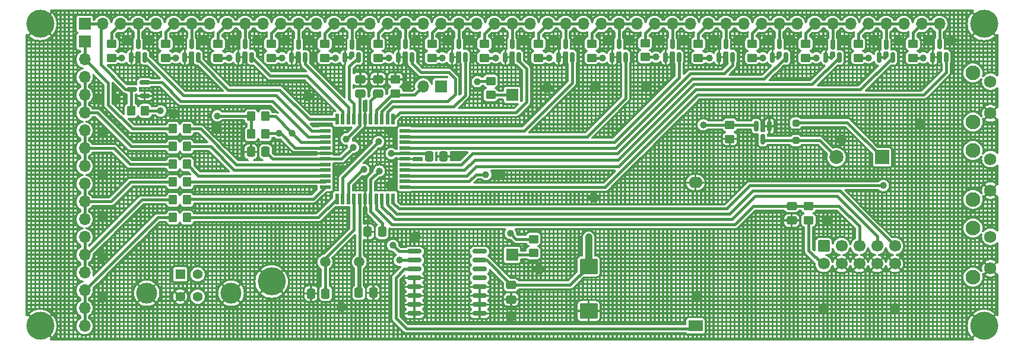
<source format=gbl>
%TF.GenerationSoftware,KiCad,Pcbnew,8.0.5*%
%TF.CreationDate,2025-01-20T02:34:16+03:00*%
%TF.ProjectId,SuperClockController,53757065-7243-46c6-9f63-6b436f6e7472,rev?*%
%TF.SameCoordinates,Original*%
%TF.FileFunction,Copper,L2,Bot*%
%TF.FilePolarity,Positive*%
%FSLAX46Y46*%
G04 Gerber Fmt 4.6, Leading zero omitted, Abs format (unit mm)*
G04 Created by KiCad (PCBNEW 8.0.5) date 2025-01-20 02:34:16*
%MOMM*%
%LPD*%
G01*
G04 APERTURE LIST*
G04 Aperture macros list*
%AMRoundRect*
0 Rectangle with rounded corners*
0 $1 Rounding radius*
0 $2 $3 $4 $5 $6 $7 $8 $9 X,Y pos of 4 corners*
0 Add a 4 corners polygon primitive as box body*
4,1,4,$2,$3,$4,$5,$6,$7,$8,$9,$2,$3,0*
0 Add four circle primitives for the rounded corners*
1,1,$1+$1,$2,$3*
1,1,$1+$1,$4,$5*
1,1,$1+$1,$6,$7*
1,1,$1+$1,$8,$9*
0 Add four rect primitives between the rounded corners*
20,1,$1+$1,$2,$3,$4,$5,0*
20,1,$1+$1,$4,$5,$6,$7,0*
20,1,$1+$1,$6,$7,$8,$9,0*
20,1,$1+$1,$8,$9,$2,$3,0*%
G04 Aperture macros list end*
%TA.AperFunction,ComponentPad*%
%ADD10R,1.700000X1.700000*%
%TD*%
%TA.AperFunction,ComponentPad*%
%ADD11C,4.000000*%
%TD*%
%TA.AperFunction,ComponentPad*%
%ADD12C,2.100000*%
%TD*%
%TA.AperFunction,ComponentPad*%
%ADD13C,1.750000*%
%TD*%
%TA.AperFunction,ComponentPad*%
%ADD14O,1.700000X1.700000*%
%TD*%
%TA.AperFunction,SMDPad,CuDef*%
%ADD15RoundRect,0.250000X-0.450000X0.350000X-0.450000X-0.350000X0.450000X-0.350000X0.450000X0.350000X0*%
%TD*%
%TA.AperFunction,SMDPad,CuDef*%
%ADD16RoundRect,0.250000X0.350000X0.450000X-0.350000X0.450000X-0.350000X-0.450000X0.350000X-0.450000X0*%
%TD*%
%TA.AperFunction,SMDPad,CuDef*%
%ADD17RoundRect,0.150000X0.150000X-0.587500X0.150000X0.587500X-0.150000X0.587500X-0.150000X-0.587500X0*%
%TD*%
%TA.AperFunction,SMDPad,CuDef*%
%ADD18RoundRect,0.250000X-1.025000X0.875000X-1.025000X-0.875000X1.025000X-0.875000X1.025000X0.875000X0*%
%TD*%
%TA.AperFunction,SMDPad,CuDef*%
%ADD19RoundRect,0.250000X-0.337500X-0.475000X0.337500X-0.475000X0.337500X0.475000X-0.337500X0.475000X0*%
%TD*%
%TA.AperFunction,SMDPad,CuDef*%
%ADD20RoundRect,0.250000X-0.350000X-0.450000X0.350000X-0.450000X0.350000X0.450000X-0.350000X0.450000X0*%
%TD*%
%TA.AperFunction,SMDPad,CuDef*%
%ADD21RoundRect,0.150000X0.875000X0.150000X-0.875000X0.150000X-0.875000X-0.150000X0.875000X-0.150000X0*%
%TD*%
%TA.AperFunction,SMDPad,CuDef*%
%ADD22RoundRect,0.250000X-0.475000X0.337500X-0.475000X-0.337500X0.475000X-0.337500X0.475000X0.337500X0*%
%TD*%
%TA.AperFunction,ComponentPad*%
%ADD23R,2.000000X1.600000*%
%TD*%
%TA.AperFunction,ComponentPad*%
%ADD24O,2.000000X1.600000*%
%TD*%
%TA.AperFunction,SMDPad,CuDef*%
%ADD25RoundRect,0.250000X0.337500X0.475000X-0.337500X0.475000X-0.337500X-0.475000X0.337500X-0.475000X0*%
%TD*%
%TA.AperFunction,SMDPad,CuDef*%
%ADD26RoundRect,0.150000X-0.150000X0.587500X-0.150000X-0.587500X0.150000X-0.587500X0.150000X0.587500X0*%
%TD*%
%TA.AperFunction,SMDPad,CuDef*%
%ADD27RoundRect,0.250000X0.450000X-0.350000X0.450000X0.350000X-0.450000X0.350000X-0.450000X-0.350000X0*%
%TD*%
%TA.AperFunction,ComponentPad*%
%ADD28C,1.500000*%
%TD*%
%TA.AperFunction,SMDPad,CuDef*%
%ADD29RoundRect,0.250000X0.475000X-0.337500X0.475000X0.337500X-0.475000X0.337500X-0.475000X-0.337500X0*%
%TD*%
%TA.AperFunction,ComponentPad*%
%ADD30R,1.400000X1.400000*%
%TD*%
%TA.AperFunction,ComponentPad*%
%ADD31C,1.400000*%
%TD*%
%TA.AperFunction,ComponentPad*%
%ADD32C,3.000000*%
%TD*%
%TA.AperFunction,SMDPad,CuDef*%
%ADD33RoundRect,0.150000X0.587500X0.150000X-0.587500X0.150000X-0.587500X-0.150000X0.587500X-0.150000X0*%
%TD*%
%TA.AperFunction,ComponentPad*%
%ADD34RoundRect,0.250000X-0.600000X0.600000X-0.600000X-0.600000X0.600000X-0.600000X0.600000X0.600000X0*%
%TD*%
%TA.AperFunction,ComponentPad*%
%ADD35C,1.700000*%
%TD*%
%TA.AperFunction,SMDPad,CuDef*%
%ADD36R,0.550000X1.500000*%
%TD*%
%TA.AperFunction,SMDPad,CuDef*%
%ADD37R,1.500000X0.550000*%
%TD*%
%TA.AperFunction,SMDPad,CuDef*%
%ADD38RoundRect,0.250000X-0.250000X0.250000X-0.250000X-0.250000X0.250000X-0.250000X0.250000X0.250000X0*%
%TD*%
%TA.AperFunction,ComponentPad*%
%ADD39R,2.000000X2.000000*%
%TD*%
%TA.AperFunction,ComponentPad*%
%ADD40C,2.000000*%
%TD*%
%TA.AperFunction,ViaPad*%
%ADD41C,1.000000*%
%TD*%
%TA.AperFunction,Conductor*%
%ADD42C,0.400000*%
%TD*%
%TA.AperFunction,Conductor*%
%ADD43C,1.000000*%
%TD*%
G04 APERTURE END LIST*
D10*
%TO.P,J4,1,Pin_1*%
%TO.N,/LED_A7_YELLOW*%
X151130000Y-85090000D03*
%TD*%
D11*
%TO.P,H3,1,1*%
%TO.N,GND*%
X218440000Y-95250000D03*
%TD*%
D12*
%TO.P,SW2,*%
%TO.N,*%
X216872500Y-70135000D03*
X216872500Y-77145000D03*
D13*
%TO.P,SW2,1,1*%
%TO.N,/BUTTON_1*%
X219362500Y-71385000D03*
%TO.P,SW2,2,2*%
%TO.N,GND*%
X219362500Y-75885000D03*
%TD*%
D12*
%TO.P,SW3,*%
%TO.N,*%
X216872500Y-81245000D03*
X216872500Y-88255000D03*
D13*
%TO.P,SW3,1,1*%
%TO.N,/BUTTON_2*%
X219362500Y-82495000D03*
%TO.P,SW3,2,2*%
%TO.N,GND*%
X219362500Y-86995000D03*
%TD*%
D11*
%TO.P,H4,1,1*%
%TO.N,GND*%
X218440000Y-52070000D03*
%TD*%
%TO.P,H1,1,1*%
%TO.N,GND*%
X83820000Y-52070000D03*
%TD*%
D10*
%TO.P,J1,1,Pin_1*%
%TO.N,/LED_C0*%
X90170000Y-52070000D03*
D14*
%TO.P,J1,2,Pin_2*%
X92710000Y-52070000D03*
%TO.P,J1,3,Pin_3*%
%TO.N,/LED_C1*%
X95250000Y-52070000D03*
%TO.P,J1,4,Pin_4*%
X97790000Y-52070000D03*
%TO.P,J1,5,Pin_5*%
X100330000Y-52070000D03*
%TO.P,J1,6,Pin_6*%
%TO.N,/LED_C2*%
X102870000Y-52070000D03*
%TO.P,J1,7,Pin_7*%
X105410000Y-52070000D03*
%TO.P,J1,8,Pin_8*%
X107950000Y-52070000D03*
%TO.P,J1,9,Pin_9*%
%TO.N,/LED_C3*%
X110490000Y-52070000D03*
%TO.P,J1,10,Pin_10*%
X113030000Y-52070000D03*
%TO.P,J1,11,Pin_11*%
X115570000Y-52070000D03*
%TO.P,J1,12,Pin_12*%
%TO.N,/LED_C4*%
X118110000Y-52070000D03*
%TO.P,J1,13,Pin_13*%
X120650000Y-52070000D03*
%TO.P,J1,14,Pin_14*%
X123190000Y-52070000D03*
%TO.P,J1,15,Pin_15*%
%TO.N,/LED_C5*%
X125730000Y-52070000D03*
%TO.P,J1,16,Pin_16*%
X128270000Y-52070000D03*
%TO.P,J1,17,Pin_17*%
X130810000Y-52070000D03*
%TO.P,J1,18,Pin_18*%
%TO.N,/LED_C6*%
X133350000Y-52070000D03*
%TO.P,J1,19,Pin_19*%
X135890000Y-52070000D03*
%TO.P,J1,20,Pin_20*%
X138430000Y-52070000D03*
%TO.P,J1,21,Pin_21*%
%TO.N,/LED_C7*%
X140970000Y-52070000D03*
%TO.P,J1,22,Pin_22*%
X143510000Y-52070000D03*
%TO.P,J1,23,Pin_23*%
X146050000Y-52070000D03*
%TO.P,J1,24,Pin_24*%
%TO.N,/LED_C8*%
X148590000Y-52070000D03*
%TO.P,J1,25,Pin_25*%
X151130000Y-52070000D03*
%TO.P,J1,26,Pin_26*%
X153670000Y-52070000D03*
%TO.P,J1,27,Pin_27*%
%TO.N,/LED_C9*%
X156210000Y-52070000D03*
%TO.P,J1,28,Pin_28*%
X158750000Y-52070000D03*
%TO.P,J1,29,Pin_29*%
X161290000Y-52070000D03*
%TO.P,J1,30,Pin_30*%
%TO.N,/LED_C10*%
X163830000Y-52070000D03*
%TO.P,J1,31,Pin_31*%
X166370000Y-52070000D03*
%TO.P,J1,32,Pin_32*%
X168910000Y-52070000D03*
%TO.P,J1,33,Pin_33*%
%TO.N,/LED_C11*%
X171450000Y-52070000D03*
%TO.P,J1,34,Pin_34*%
X173990000Y-52070000D03*
%TO.P,J1,35,Pin_35*%
X176530000Y-52070000D03*
%TO.P,J1,36,Pin_36*%
%TO.N,/LED_C12*%
X179070000Y-52070000D03*
%TO.P,J1,37,Pin_37*%
X181610000Y-52070000D03*
%TO.P,J1,38,Pin_38*%
X184150000Y-52070000D03*
%TO.P,J1,39,Pin_39*%
%TO.N,/LED_C13*%
X186690000Y-52070000D03*
%TO.P,J1,40,Pin_40*%
X189230000Y-52070000D03*
%TO.P,J1,41,Pin_41*%
X191770000Y-52070000D03*
%TO.P,J1,42,Pin_42*%
%TO.N,/LED_C14*%
X194310000Y-52070000D03*
%TO.P,J1,43,Pin_43*%
X196850000Y-52070000D03*
%TO.P,J1,44,Pin_44*%
X199390000Y-52070000D03*
%TO.P,J1,45,Pin_45*%
%TO.N,/LED_C15*%
X201930000Y-52070000D03*
%TO.P,J1,46,Pin_46*%
X204470000Y-52070000D03*
%TO.P,J1,47,Pin_47*%
X207010000Y-52070000D03*
%TO.P,J1,48,Pin_48*%
%TO.N,/LED_C16*%
X209550000Y-52070000D03*
%TO.P,J1,49,Pin_49*%
X212090000Y-52070000D03*
%TD*%
D12*
%TO.P,SW1,*%
%TO.N,*%
X216872500Y-59075000D03*
X216872500Y-66085000D03*
D13*
%TO.P,SW1,1,1*%
%TO.N,/BUTTON_0*%
X219362500Y-60325000D03*
%TO.P,SW1,2,2*%
%TO.N,GND*%
X219362500Y-64825000D03*
%TD*%
D11*
%TO.P,H2,1,1*%
%TO.N,GND*%
X83820000Y-95250000D03*
%TD*%
D10*
%TO.P,J3,1,Pin_1*%
%TO.N,/LED_A6_YELLOW*%
X151130000Y-62230000D03*
%TD*%
%TO.P,J2,1,Pin_1*%
%TO.N,/LED_A0_RED*%
X90170000Y-54610000D03*
D14*
%TO.P,J2,2,Pin_2*%
X90170000Y-57150000D03*
%TO.P,J2,3,Pin_3*%
%TO.N,/LED_A1_RED*%
X90170000Y-59690000D03*
%TO.P,J2,4,Pin_4*%
X90170000Y-62230000D03*
%TO.P,J2,5,Pin_5*%
X90170000Y-64770000D03*
%TO.P,J2,6,Pin_6*%
%TO.N,/LED_A2_RED*%
X90170000Y-67310000D03*
%TO.P,J2,7,Pin_7*%
X90170000Y-69850000D03*
%TO.P,J2,8,Pin_8*%
X90170000Y-72390000D03*
%TO.P,J2,9,Pin_9*%
%TO.N,/LED_A3_RED*%
X90170000Y-74930000D03*
%TO.P,J2,10,Pin_10*%
X90170000Y-77470000D03*
%TO.P,J2,11,Pin_11*%
X90170000Y-80010000D03*
%TO.P,J2,12,Pin_12*%
%TO.N,/LED_A4_RED*%
X90170000Y-82550000D03*
%TO.P,J2,13,Pin_13*%
X90170000Y-85090000D03*
%TO.P,J2,14,Pin_14*%
X90170000Y-87630000D03*
%TO.P,J2,15,Pin_15*%
%TO.N,/LED_A5_GREEN*%
X90170000Y-90170000D03*
%TO.P,J2,16,Pin_16*%
X90170000Y-92710000D03*
%TO.P,J2,17,Pin_17*%
X90170000Y-95250000D03*
%TD*%
D11*
%TO.P,H5,1,1*%
%TO.N,GND*%
X116840000Y-88900000D03*
%TD*%
D15*
%TO.P,R14,1*%
%TO.N,/LED_C13*%
X185400000Y-54900000D03*
%TO.P,R14,2*%
%TO.N,+5V*%
X185400000Y-56900000D03*
%TD*%
%TO.P,R9,1*%
%TO.N,/LED_C8*%
X147200000Y-54900000D03*
%TO.P,R9,2*%
%TO.N,+5V*%
X147200000Y-56900000D03*
%TD*%
D16*
%TO.P,R19,1*%
%TO.N,/MCU_A1*%
X104775000Y-69596000D03*
%TO.P,R19,2*%
%TO.N,/LED_A1_RED*%
X102775000Y-69596000D03*
%TD*%
D17*
%TO.P,Q14,1,G*%
%TO.N,/MCU_C13*%
X190180000Y-56817500D03*
%TO.P,Q14,2,S*%
%TO.N,GND*%
X188280000Y-56817500D03*
%TO.P,Q14,3,D*%
%TO.N,/LED_C13*%
X189230000Y-54942500D03*
%TD*%
D15*
%TO.P,R7,1*%
%TO.N,/LED_C6*%
X132000000Y-54900000D03*
%TO.P,R7,2*%
%TO.N,+5V*%
X132000000Y-56900000D03*
%TD*%
D18*
%TO.P,C1,1*%
%TO.N,+5V*%
X162052000Y-86716000D03*
%TO.P,C1,2*%
%TO.N,GND*%
X162052000Y-93116000D03*
%TD*%
D19*
%TO.P,C3,1*%
%TO.N,Net-(U1-XTAL2)*%
X129264500Y-90500000D03*
%TO.P,C3,2*%
%TO.N,GND*%
X131339500Y-90500000D03*
%TD*%
D15*
%TO.P,R2,1*%
%TO.N,/LED_C1*%
X94000000Y-54900000D03*
%TO.P,R2,2*%
%TO.N,+5V*%
X94000000Y-56900000D03*
%TD*%
D19*
%TO.P,C7,1*%
%TO.N,+5V*%
X139297500Y-70993000D03*
%TO.P,C7,2*%
%TO.N,GND*%
X141372500Y-70993000D03*
%TD*%
D20*
%TO.P,R28,1*%
%TO.N,+5V*%
X113935000Y-65278000D03*
%TO.P,R28,2*%
%TO.N,/RTC_SDA*%
X115935000Y-65278000D03*
%TD*%
D21*
%TO.P,U2,1,32KHZ*%
%TO.N,unconnected-(U2-32KHZ-Pad1)*%
X146509000Y-84582000D03*
%TO.P,U2,2,VCC*%
%TO.N,+5V*%
X146509000Y-85852000D03*
%TO.P,U2,3,~{INT}/SQW*%
%TO.N,unconnected-(U2-~{INT}{slash}SQW-Pad3)*%
X146509000Y-87122000D03*
%TO.P,U2,4,~{RST}*%
%TO.N,unconnected-(U2-~{RST}-Pad4)*%
X146509000Y-88392000D03*
%TO.P,U2,5,GND*%
%TO.N,GND*%
X146509000Y-89662000D03*
%TO.P,U2,6,GND*%
X146509000Y-90932000D03*
%TO.P,U2,7,GND*%
X146509000Y-92202000D03*
%TO.P,U2,8,GND*%
X146509000Y-93472000D03*
%TO.P,U2,9,GND*%
X137209000Y-93472000D03*
%TO.P,U2,10,GND*%
X137209000Y-92202000D03*
%TO.P,U2,11,GND*%
X137209000Y-90932000D03*
%TO.P,U2,12,GND*%
X137209000Y-89662000D03*
%TO.P,U2,13,GND*%
X137209000Y-88392000D03*
%TO.P,U2,14,VBAT*%
%TO.N,/RTC_BATTERY*%
X137209000Y-87122000D03*
%TO.P,U2,15,SDA*%
%TO.N,/RTC_SDA*%
X137209000Y-85852000D03*
%TO.P,U2,16,SCL*%
%TO.N,/RTC_SCL*%
X137209000Y-84582000D03*
%TD*%
D22*
%TO.P,C10,1*%
%TO.N,+5V*%
X151003000Y-89386500D03*
%TO.P,C10,2*%
%TO.N,GND*%
X151003000Y-91461500D03*
%TD*%
D17*
%TO.P,Q12,1,G*%
%TO.N,/MCU_C11*%
X174940000Y-56817500D03*
%TO.P,Q12,2,S*%
%TO.N,GND*%
X173040000Y-56817500D03*
%TO.P,Q12,3,D*%
%TO.N,/LED_C11*%
X173990000Y-54942500D03*
%TD*%
%TO.P,Q2,1,G*%
%TO.N,/MCU_C1*%
X98740000Y-56817500D03*
%TO.P,Q2,2,S*%
%TO.N,GND*%
X96840000Y-56817500D03*
%TO.P,Q2,3,D*%
%TO.N,/LED_C1*%
X97790000Y-54942500D03*
%TD*%
D15*
%TO.P,R15,1*%
%TO.N,/LED_C14*%
X193000000Y-54900000D03*
%TO.P,R15,2*%
%TO.N,+5V*%
X193000000Y-56900000D03*
%TD*%
D16*
%TO.P,R18,1*%
%TO.N,/MCU_A0*%
X104775000Y-67056000D03*
%TO.P,R18,2*%
%TO.N,/LED_A0_RED*%
X102775000Y-67056000D03*
%TD*%
D23*
%TO.P,BT1,1,+*%
%TO.N,/RTC_BATTERY*%
X177292000Y-95250000D03*
D24*
%TO.P,BT1,2,-*%
%TO.N,GND*%
X177292000Y-74750000D03*
%TD*%
D17*
%TO.P,Q3,1,G*%
%TO.N,/MCU_C2*%
X106360000Y-56817500D03*
%TO.P,Q3,2,S*%
%TO.N,GND*%
X104460000Y-56817500D03*
%TO.P,Q3,3,D*%
%TO.N,/LED_C2*%
X105410000Y-54942500D03*
%TD*%
D25*
%TO.P,C6,1*%
%TO.N,+5V*%
X115972500Y-70358000D03*
%TO.P,C6,2*%
%TO.N,GND*%
X113897500Y-70358000D03*
%TD*%
D17*
%TO.P,Q10,1,G*%
%TO.N,/MCU_C9*%
X159700000Y-56817500D03*
%TO.P,Q10,2,S*%
%TO.N,GND*%
X157800000Y-56817500D03*
%TO.P,Q10,3,D*%
%TO.N,/LED_C9*%
X158750000Y-54942500D03*
%TD*%
%TO.P,Q8,1,G*%
%TO.N,/MCU_C7*%
X144460000Y-56817500D03*
%TO.P,Q8,2,S*%
%TO.N,GND*%
X142560000Y-56817500D03*
%TO.P,Q8,3,D*%
%TO.N,/LED_C7*%
X143510000Y-54942500D03*
%TD*%
D26*
%TO.P,Q18,1,G*%
%TO.N,/BUZZER*%
X185950000Y-66662500D03*
%TO.P,Q18,2,S*%
%TO.N,GND*%
X187850000Y-66662500D03*
%TO.P,Q18,3,D*%
%TO.N,Net-(BZ1--)*%
X186900000Y-68537500D03*
%TD*%
D15*
%TO.P,R17,1*%
%TO.N,/LED_C16*%
X208300000Y-54900000D03*
%TO.P,R17,2*%
%TO.N,+5V*%
X208300000Y-56900000D03*
%TD*%
D17*
%TO.P,Q16,1,G*%
%TO.N,/MCU_C15*%
X205420000Y-56847500D03*
%TO.P,Q16,2,S*%
%TO.N,GND*%
X203520000Y-56847500D03*
%TO.P,Q16,3,D*%
%TO.N,/LED_C15*%
X204470000Y-54972500D03*
%TD*%
D20*
%TO.P,R29,1*%
%TO.N,+5V*%
X113935000Y-67818000D03*
%TO.P,R29,2*%
%TO.N,/RTC_SCL*%
X115935000Y-67818000D03*
%TD*%
D27*
%TO.P,R27,1*%
%TO.N,+5V*%
X193421000Y-80121000D03*
%TO.P,R27,2*%
%TO.N,/ISP_RESET*%
X193421000Y-78121000D03*
%TD*%
D16*
%TO.P,R21,1*%
%TO.N,/MCU_A3*%
X104775000Y-74676000D03*
%TO.P,R21,2*%
%TO.N,/LED_A3_RED*%
X102775000Y-74676000D03*
%TD*%
D15*
%TO.P,R8,1*%
%TO.N,/LED_C7*%
X139700000Y-54900000D03*
%TO.P,R8,2*%
%TO.N,+5V*%
X139700000Y-56900000D03*
%TD*%
%TO.P,R13,1*%
%TO.N,/LED_C12*%
X177700000Y-54900000D03*
%TO.P,R13,2*%
%TO.N,+5V*%
X177700000Y-56900000D03*
%TD*%
%TO.P,R25,1*%
%TO.N,/MCU_DOT1*%
X154178000Y-82820000D03*
%TO.P,R25,2*%
%TO.N,/LED_A7_YELLOW*%
X154178000Y-84820000D03*
%TD*%
%TO.P,R16,1*%
%TO.N,/LED_C15*%
X200500000Y-54900000D03*
%TO.P,R16,2*%
%TO.N,+5V*%
X200500000Y-56900000D03*
%TD*%
D16*
%TO.P,R22,1*%
%TO.N,/MCU_A4*%
X104775000Y-77216000D03*
%TO.P,R22,2*%
%TO.N,/LED_A4_RED*%
X102775000Y-77216000D03*
%TD*%
D17*
%TO.P,Q11,1,G*%
%TO.N,/MCU_C10*%
X167320000Y-56817500D03*
%TO.P,Q11,2,S*%
%TO.N,GND*%
X165420000Y-56817500D03*
%TO.P,Q11,3,D*%
%TO.N,/LED_C10*%
X166370000Y-54942500D03*
%TD*%
%TO.P,Q7,1,G*%
%TO.N,/MCU_C6*%
X136840000Y-56817500D03*
%TO.P,Q7,2,S*%
%TO.N,GND*%
X134940000Y-56817500D03*
%TO.P,Q7,3,D*%
%TO.N,/LED_C6*%
X135890000Y-54942500D03*
%TD*%
D28*
%TO.P,Y1,1,1*%
%TO.N,Net-(U1-XTAL1)*%
X124460000Y-86100000D03*
%TO.P,Y1,2,2*%
%TO.N,Net-(U1-XTAL2)*%
X129340000Y-86100000D03*
%TD*%
D10*
%TO.P,R30,1*%
%TO.N,+5V*%
X141000000Y-61000000D03*
D14*
%TO.P,R30,2*%
%TO.N,/LIGHT_SENSE*%
X138460000Y-61000000D03*
%TD*%
D17*
%TO.P,Q13,1,G*%
%TO.N,/MCU_C12*%
X182560000Y-56817500D03*
%TO.P,Q13,2,S*%
%TO.N,GND*%
X180660000Y-56817500D03*
%TO.P,Q13,3,D*%
%TO.N,/LED_C12*%
X181610000Y-54942500D03*
%TD*%
D29*
%TO.P,C4,1*%
%TO.N,Net-(U1-AREF)*%
X132000000Y-62037500D03*
%TO.P,C4,2*%
%TO.N,GND*%
X132000000Y-59962500D03*
%TD*%
D15*
%TO.P,R5,1*%
%TO.N,/LED_C4*%
X116800000Y-54900000D03*
%TO.P,R5,2*%
%TO.N,+5V*%
X116800000Y-56900000D03*
%TD*%
%TO.P,R3,1*%
%TO.N,/LED_C2*%
X101700000Y-54900000D03*
%TO.P,R3,2*%
%TO.N,+5V*%
X101700000Y-56900000D03*
%TD*%
%TO.P,R4,1*%
%TO.N,/LED_C3*%
X109200000Y-54900000D03*
%TO.P,R4,2*%
%TO.N,+5V*%
X109200000Y-56900000D03*
%TD*%
D27*
%TO.P,R31,1*%
%TO.N,/LIGHT_SENSE*%
X134500000Y-62000000D03*
%TO.P,R31,2*%
%TO.N,GND*%
X134500000Y-60000000D03*
%TD*%
D25*
%TO.P,C8,1*%
%TO.N,+5V*%
X132609500Y-81788000D03*
%TO.P,C8,2*%
%TO.N,GND*%
X130534500Y-81788000D03*
%TD*%
D30*
%TO.P,J5,1,VBUS*%
%TO.N,+5V*%
X103799000Y-87859000D03*
D31*
%TO.P,J5,2,D-*%
%TO.N,unconnected-(J5-D--Pad2)*%
X106299000Y-87859000D03*
%TO.P,J5,3,D+*%
%TO.N,unconnected-(J5-D+-Pad3)*%
X106299000Y-91059000D03*
%TO.P,J5,4,GND*%
%TO.N,GND*%
X103799000Y-91059000D03*
D32*
%TO.P,J5,5,Shield*%
X111069000Y-90569000D03*
X99029000Y-90569000D03*
%TD*%
D33*
%TO.P,Q1,1,G*%
%TO.N,/MCU_C0*%
X98737500Y-60450000D03*
%TO.P,Q1,2,S*%
%TO.N,GND*%
X98737500Y-62350000D03*
%TO.P,Q1,3,D*%
%TO.N,/LED_C0*%
X96862500Y-61400000D03*
%TD*%
D34*
%TO.P,J6,1,Pin_1*%
%TO.N,/BUTTON_0*%
X195580000Y-83820000D03*
D35*
%TO.P,J6,2,Pin_2*%
%TO.N,+5V*%
X195580000Y-86360000D03*
%TO.P,J6,3,Pin_3*%
%TO.N,unconnected-(J6-Pin_3-Pad3)*%
X198120000Y-83820000D03*
%TO.P,J6,4,Pin_4*%
%TO.N,GND*%
X198120000Y-86360000D03*
%TO.P,J6,5,Pin_5*%
%TO.N,/ISP_RESET*%
X200660000Y-83820000D03*
%TO.P,J6,6,Pin_6*%
%TO.N,GND*%
X200660000Y-86360000D03*
%TO.P,J6,7,Pin_7*%
%TO.N,/BUTTON_1*%
X203200000Y-83820000D03*
%TO.P,J6,8,Pin_8*%
%TO.N,GND*%
X203200000Y-86360000D03*
%TO.P,J6,9,Pin_9*%
%TO.N,/BUTTON_2*%
X205740000Y-83820000D03*
%TO.P,J6,10,Pin_10*%
%TO.N,GND*%
X205740000Y-86360000D03*
%TD*%
D17*
%TO.P,Q9,1,G*%
%TO.N,/MCU_C8*%
X152080000Y-56817500D03*
%TO.P,Q9,2,S*%
%TO.N,GND*%
X150180000Y-56817500D03*
%TO.P,Q9,3,D*%
%TO.N,/LED_C8*%
X151130000Y-54942500D03*
%TD*%
D25*
%TO.P,C2,1*%
%TO.N,Net-(U1-XTAL1)*%
X124537500Y-90600000D03*
%TO.P,C2,2*%
%TO.N,GND*%
X122462500Y-90600000D03*
%TD*%
D36*
%TO.P,U1,1,PB5*%
%TO.N,/BUTTON_0*%
X134175000Y-77074000D03*
%TO.P,U1,2,PB6*%
%TO.N,/BUTTON_2*%
X133375000Y-77074000D03*
%TO.P,U1,3,PB7*%
%TO.N,/BUTTON_1*%
X132575000Y-77074000D03*
%TO.P,U1,4,~{RESET}*%
%TO.N,/ISP_RESET*%
X131775000Y-77074000D03*
%TO.P,U1,5,VCC*%
%TO.N,+5V*%
X130975000Y-77074000D03*
%TO.P,U1,6,GND*%
%TO.N,GND*%
X130175000Y-77074000D03*
%TO.P,U1,7,XTAL2*%
%TO.N,Net-(U1-XTAL2)*%
X129375000Y-77074000D03*
%TO.P,U1,8,XTAL1*%
%TO.N,Net-(U1-XTAL1)*%
X128575000Y-77074000D03*
%TO.P,U1,9,PD0*%
%TO.N,/MCU_DOT1*%
X127775000Y-77074000D03*
%TO.P,U1,10,PD1*%
%TO.N,/MCU_DOT0*%
X126975000Y-77074000D03*
%TO.P,U1,11,PD2*%
%TO.N,/MCU_A5*%
X126175000Y-77074000D03*
D37*
%TO.P,U1,12,PD3*%
%TO.N,/MCU_A4*%
X124475000Y-75374000D03*
%TO.P,U1,13,PD4*%
%TO.N,/MCU_A3*%
X124475000Y-74574000D03*
%TO.P,U1,14,PD5*%
%TO.N,/MCU_A2*%
X124475000Y-73774000D03*
%TO.P,U1,15,PD6*%
%TO.N,/MCU_A1*%
X124475000Y-72974000D03*
%TO.P,U1,16,PD7*%
%TO.N,/MCU_A0*%
X124475000Y-72174000D03*
%TO.P,U1,17,VCC*%
%TO.N,+5V*%
X124475000Y-71374000D03*
%TO.P,U1,18,GND*%
%TO.N,GND*%
X124475000Y-70574000D03*
%TO.P,U1,19,PC0*%
%TO.N,/RTC_SCL*%
X124475000Y-69774000D03*
%TO.P,U1,20,PC1*%
%TO.N,/RTC_SDA*%
X124475000Y-68974000D03*
%TO.P,U1,21,PC2*%
%TO.N,/MCU_C0*%
X124475000Y-68174000D03*
%TO.P,U1,22,PC3*%
%TO.N,/MCU_C1*%
X124475000Y-67374000D03*
D36*
%TO.P,U1,23,PC4*%
%TO.N,/MCU_C2*%
X126175000Y-65674000D03*
%TO.P,U1,24,PC5*%
%TO.N,/MCU_C3*%
X126975000Y-65674000D03*
%TO.P,U1,25,PC6*%
%TO.N,/MCU_C4*%
X127775000Y-65674000D03*
%TO.P,U1,26,PC7*%
%TO.N,/MCU_C5*%
X128575000Y-65674000D03*
%TO.P,U1,27,AVCC*%
%TO.N,+5V*%
X129375000Y-65674000D03*
%TO.P,U1,28,GND*%
%TO.N,GND*%
X130175000Y-65674000D03*
%TO.P,U1,29,AREF*%
%TO.N,Net-(U1-AREF)*%
X130975000Y-65674000D03*
%TO.P,U1,30,PA7*%
%TO.N,/LIGHT_SENSE*%
X131775000Y-65674000D03*
%TO.P,U1,31,PA6*%
%TO.N,/MCU_C6*%
X132575000Y-65674000D03*
%TO.P,U1,32,PA5*%
%TO.N,/MCU_C7*%
X133375000Y-65674000D03*
%TO.P,U1,33,PA4*%
%TO.N,/MCU_C8*%
X134175000Y-65674000D03*
D37*
%TO.P,U1,34,PA3*%
%TO.N,/MCU_C9*%
X135875000Y-67374000D03*
%TO.P,U1,35,PA2*%
%TO.N,/MCU_C10*%
X135875000Y-68174000D03*
%TO.P,U1,36,PA1*%
%TO.N,/MCU_C11*%
X135875000Y-68974000D03*
%TO.P,U1,37,PA0*%
%TO.N,/MCU_C12*%
X135875000Y-69774000D03*
%TO.P,U1,38,VCC*%
%TO.N,+5V*%
X135875000Y-70574000D03*
%TO.P,U1,39,GND*%
%TO.N,GND*%
X135875000Y-71374000D03*
%TO.P,U1,40,PB0*%
%TO.N,/MCU_C13*%
X135875000Y-72174000D03*
%TO.P,U1,41,PB1*%
%TO.N,/MCU_C14*%
X135875000Y-72974000D03*
%TO.P,U1,42,PB2*%
%TO.N,/MCU_C15*%
X135875000Y-73774000D03*
%TO.P,U1,43,PB3*%
%TO.N,/BUZZER*%
X135875000Y-74574000D03*
%TO.P,U1,44,PB4*%
%TO.N,/MCU_C16*%
X135875000Y-75374000D03*
%TD*%
D16*
%TO.P,R20,1*%
%TO.N,/MCU_A2*%
X104775000Y-72136000D03*
%TO.P,R20,2*%
%TO.N,/LED_A2_RED*%
X102775000Y-72136000D03*
%TD*%
D15*
%TO.P,R6,1*%
%TO.N,/LED_C5*%
X124400000Y-54900000D03*
%TO.P,R6,2*%
%TO.N,+5V*%
X124400000Y-56900000D03*
%TD*%
D17*
%TO.P,Q4,1,G*%
%TO.N,/MCU_C3*%
X113980000Y-56817500D03*
%TO.P,Q4,2,S*%
%TO.N,GND*%
X112080000Y-56817500D03*
%TO.P,Q4,3,D*%
%TO.N,/LED_C3*%
X113030000Y-54942500D03*
%TD*%
D15*
%TO.P,R26,1*%
%TO.N,/BUZZER*%
X182200000Y-66500000D03*
%TO.P,R26,2*%
%TO.N,GND*%
X182200000Y-68500000D03*
%TD*%
D29*
%TO.P,C9,1*%
%TO.N,+5V*%
X129500000Y-62037500D03*
%TO.P,C9,2*%
%TO.N,GND*%
X129500000Y-59962500D03*
%TD*%
D38*
%TO.P,D1,1,K*%
%TO.N,+5V*%
X191600000Y-66250000D03*
%TO.P,D1,2,A*%
%TO.N,Net-(BZ1--)*%
X191600000Y-68750000D03*
%TD*%
D16*
%TO.P,R23,1*%
%TO.N,/MCU_A5*%
X104775000Y-79756000D03*
%TO.P,R23,2*%
%TO.N,/LED_A5_GREEN*%
X102775000Y-79756000D03*
%TD*%
D15*
%TO.P,R10,1*%
%TO.N,/LED_C9*%
X154900000Y-54900000D03*
%TO.P,R10,2*%
%TO.N,+5V*%
X154900000Y-56900000D03*
%TD*%
%TO.P,R24,1*%
%TO.N,/MCU_DOT0*%
X148082000Y-60214000D03*
%TO.P,R24,2*%
%TO.N,/LED_A6_YELLOW*%
X148082000Y-62214000D03*
%TD*%
D17*
%TO.P,Q17,1,G*%
%TO.N,/MCU_C16*%
X213040000Y-56817500D03*
%TO.P,Q17,2,S*%
%TO.N,GND*%
X211140000Y-56817500D03*
%TO.P,Q17,3,D*%
%TO.N,/LED_C16*%
X212090000Y-54942500D03*
%TD*%
D22*
%TO.P,C5,1*%
%TO.N,/ISP_RESET*%
X191008000Y-78083500D03*
%TO.P,C5,2*%
%TO.N,GND*%
X191008000Y-80158500D03*
%TD*%
D15*
%TO.P,R11,1*%
%TO.N,/LED_C10*%
X162500000Y-54900000D03*
%TO.P,R11,2*%
%TO.N,+5V*%
X162500000Y-56900000D03*
%TD*%
D17*
%TO.P,Q6,1,G*%
%TO.N,/MCU_C5*%
X129220000Y-56847500D03*
%TO.P,Q6,2,S*%
%TO.N,GND*%
X127320000Y-56847500D03*
%TO.P,Q6,3,D*%
%TO.N,/LED_C5*%
X128270000Y-54972500D03*
%TD*%
D20*
%TO.P,R1,1*%
%TO.N,/LED_C0*%
X96800000Y-64500000D03*
%TO.P,R1,2*%
%TO.N,+5V*%
X98800000Y-64500000D03*
%TD*%
D17*
%TO.P,Q15,1,G*%
%TO.N,/MCU_C14*%
X197800000Y-56847500D03*
%TO.P,Q15,2,S*%
%TO.N,GND*%
X195900000Y-56847500D03*
%TO.P,Q15,3,D*%
%TO.N,/LED_C14*%
X196850000Y-54972500D03*
%TD*%
%TO.P,Q5,1,G*%
%TO.N,/MCU_C4*%
X121600000Y-56847500D03*
%TO.P,Q5,2,S*%
%TO.N,GND*%
X119700000Y-56847500D03*
%TO.P,Q5,3,D*%
%TO.N,/LED_C4*%
X120650000Y-54972500D03*
%TD*%
D15*
%TO.P,R12,1*%
%TO.N,/LED_C11*%
X170100000Y-54800000D03*
%TO.P,R12,2*%
%TO.N,+5V*%
X170100000Y-56800000D03*
%TD*%
D39*
%TO.P,BZ1,1,+*%
%TO.N,+5V*%
X203910000Y-71120000D03*
D40*
%TO.P,BZ1,2,-*%
%TO.N,Net-(BZ1--)*%
X197410000Y-71120000D03*
%TD*%
D41*
%TO.N,GND*%
X126300000Y-67600000D03*
X145200000Y-54400000D03*
X103700000Y-54400000D03*
X99500000Y-54400000D03*
X213800000Y-54400000D03*
X160450000Y-54450000D03*
X157100000Y-54400000D03*
X92710000Y-79502000D03*
X198100000Y-68600000D03*
X175700000Y-54400000D03*
X96100000Y-54400000D03*
X141800000Y-54400000D03*
X190950000Y-54400000D03*
X210500000Y-54400000D03*
X179900000Y-54400000D03*
X206200000Y-54500000D03*
X111300000Y-54400000D03*
X170300000Y-61100000D03*
X156100000Y-61200000D03*
X118900000Y-54400000D03*
X149400000Y-54400000D03*
X107100000Y-54400000D03*
X195961000Y-80137000D03*
X92710000Y-85344000D03*
X202700000Y-54500000D03*
X122000000Y-62400000D03*
X168000000Y-54400000D03*
X133900000Y-67500000D03*
X92710000Y-73660000D03*
X114750000Y-54400000D03*
X195200000Y-54450000D03*
X137500000Y-54400000D03*
X133800000Y-75100000D03*
X150977600Y-93827600D03*
X162900000Y-61100000D03*
X134200000Y-54400000D03*
X198550000Y-54450000D03*
X162800000Y-76900000D03*
X137363200Y-82448400D03*
X92710000Y-91186000D03*
X195580000Y-92710000D03*
X172300000Y-54400000D03*
X187500000Y-54400000D03*
X149500000Y-73600000D03*
X164700000Y-54400000D03*
X126600000Y-54400000D03*
X177546000Y-90932000D03*
X209296000Y-66294000D03*
X136050000Y-61000000D03*
X122350000Y-54450000D03*
X129950000Y-54450000D03*
X205740000Y-92710000D03*
X152850000Y-54400000D03*
X109100000Y-67100000D03*
X183300000Y-54400000D03*
X92300000Y-62900000D03*
X154990800Y-87122000D03*
X126800000Y-92500000D03*
X143500000Y-71000000D03*
X126328248Y-73171752D03*
X92710000Y-67564000D03*
X102900000Y-64900000D03*
X94600000Y-62900000D03*
%TO.N,+5V*%
X133900000Y-70600000D03*
X133550000Y-56900000D03*
X132200000Y-73100000D03*
X95500000Y-56900000D03*
X127500000Y-68500000D03*
X194500000Y-56900000D03*
X148800000Y-56900000D03*
X118300000Y-56900000D03*
X164050000Y-56900000D03*
X156450000Y-56900000D03*
X110750000Y-56900000D03*
X125950000Y-56900000D03*
X202000000Y-56900000D03*
X209800000Y-56900000D03*
X186900000Y-56900000D03*
X109100000Y-65200000D03*
X101000000Y-64500000D03*
X141200000Y-56900000D03*
X179250000Y-56900000D03*
X103200000Y-56900000D03*
X171650000Y-56800000D03*
X162052000Y-82550000D03*
X128500000Y-69700000D03*
%TO.N,/BUZZER*%
X147400000Y-73600000D03*
X178400000Y-66500000D03*
%TO.N,/RTC_SDA*%
X135077200Y-85852000D03*
X119761000Y-67691000D03*
%TO.N,/RTC_SCL*%
X134127200Y-83703200D03*
X117856000Y-67691000D03*
%TO.N,/BUTTON_0*%
X204089008Y-75183992D03*
%TO.N,/MCU_DOT0*%
X132100000Y-68900000D03*
X146177018Y-60325008D03*
%TO.N,/MCU_DOT1*%
X130000000Y-72900000D03*
X150900000Y-82000000D03*
%TD*%
D42*
%TO.N,/RTC_BATTERY*%
X136093200Y-95656400D02*
X134569200Y-94132400D01*
X177292000Y-95250000D02*
X176885600Y-95656400D01*
X135788400Y-87122000D02*
X137209000Y-87122000D01*
X176885600Y-95656400D02*
X136093200Y-95656400D01*
X134569200Y-88341200D02*
X135788400Y-87122000D01*
X134569200Y-94132400D02*
X134569200Y-88341200D01*
%TO.N,Net-(BZ1--)*%
X191550000Y-68700000D02*
X191600000Y-68750000D01*
X187062500Y-68700000D02*
X191550000Y-68700000D01*
X191600000Y-68750000D02*
X191650000Y-68700000D01*
X191650000Y-68700000D02*
X194990000Y-68700000D01*
X186900000Y-68537500D02*
X187062500Y-68700000D01*
X194990000Y-68700000D02*
X197410000Y-71120000D01*
%TO.N,+5V*%
X133900000Y-70600000D02*
X133926000Y-70574000D01*
X113935000Y-65278000D02*
X113857000Y-65200000D01*
X130975000Y-78905000D02*
X132609500Y-80539500D01*
X193421000Y-80121000D02*
X193421000Y-84455000D01*
X147200000Y-56900000D02*
X148800000Y-56900000D01*
X130975000Y-74325000D02*
X130975000Y-77074000D01*
X129375000Y-62162500D02*
X129500000Y-62037500D01*
X128500000Y-69700000D02*
X126826000Y-71374000D01*
X110750000Y-56900000D02*
X109200000Y-56900000D01*
X101000000Y-64500000D02*
X98800000Y-64500000D01*
X193000000Y-56900000D02*
X194500000Y-56900000D01*
X113935000Y-67818000D02*
X113935000Y-65278000D01*
X113857000Y-65200000D02*
X109100000Y-65200000D01*
X115972500Y-70358000D02*
X116988500Y-71374000D01*
X139297500Y-70993000D02*
X138878500Y-70574000D01*
X193421000Y-84455000D02*
X195326000Y-86360000D01*
X138878500Y-70574000D02*
X135875000Y-70574000D01*
X151003000Y-89386500D02*
X159381500Y-89386500D01*
X130975000Y-77074000D02*
X130975000Y-78905000D01*
X170100000Y-56800000D02*
X171650000Y-56800000D01*
X116988500Y-71374000D02*
X124475000Y-71374000D01*
X147523200Y-85852000D02*
X146509000Y-85852000D01*
X132609500Y-80539500D02*
X132609500Y-81788000D01*
X208300000Y-56900000D02*
X209700000Y-56900000D01*
X139700000Y-56900000D02*
X141200000Y-56900000D01*
X103200000Y-56900000D02*
X101700000Y-56900000D01*
X127500000Y-68500000D02*
X129375000Y-66625000D01*
X133550000Y-56900000D02*
X132000000Y-56900000D01*
X159381500Y-89386500D02*
X162052000Y-86716000D01*
X162500000Y-56900000D02*
X164050000Y-56900000D01*
X126826000Y-71374000D02*
X124475000Y-71374000D01*
X200500000Y-56900000D02*
X202000000Y-56900000D01*
D43*
X162052000Y-86716000D02*
X162052000Y-82550000D01*
D42*
X191700000Y-66150000D02*
X198940000Y-66150000D01*
X132200000Y-73100000D02*
X130975000Y-74325000D01*
X177700000Y-56900000D02*
X179250000Y-56900000D01*
X151003000Y-89386500D02*
X151003000Y-89331800D01*
X118300000Y-56900000D02*
X116800000Y-56900000D01*
X151003000Y-89331800D02*
X147523200Y-85852000D01*
X133926000Y-70574000D02*
X135875000Y-70574000D01*
X129375000Y-66625000D02*
X129375000Y-65674000D01*
X198940000Y-66150000D02*
X203910000Y-71120000D01*
X185400000Y-56900000D02*
X186900000Y-56900000D01*
X129375000Y-65674000D02*
X129375000Y-62162500D01*
X95500000Y-56900000D02*
X94000000Y-56900000D01*
X195326000Y-86360000D02*
X195580000Y-86360000D01*
X125950000Y-56900000D02*
X124400000Y-56900000D01*
X154900000Y-56900000D02*
X156450000Y-56900000D01*
X191600000Y-66250000D02*
X191700000Y-66150000D01*
%TO.N,Net-(U1-XTAL1)*%
X124537500Y-90600000D02*
X124460000Y-90522500D01*
X128575000Y-81483000D02*
X124481500Y-85576500D01*
X128575000Y-77074000D02*
X128575000Y-81483000D01*
X124481500Y-85576500D02*
X124481500Y-90544000D01*
X124460000Y-90522500D02*
X124460000Y-86100000D01*
X124481500Y-90544000D02*
X124537500Y-90600000D01*
%TO.N,Net-(U1-XTAL2)*%
X129375000Y-77074000D02*
X129375000Y-90389500D01*
X129375000Y-90389500D02*
X129264500Y-90500000D01*
X129264500Y-86175500D02*
X129340000Y-86100000D01*
X129264500Y-90500000D02*
X129264500Y-86175500D01*
%TO.N,Net-(U1-AREF)*%
X130975000Y-63062500D02*
X132000000Y-62037500D01*
X130975000Y-65674000D02*
X130975000Y-63062500D01*
%TO.N,/ISP_RESET*%
X133985000Y-80772000D02*
X131775000Y-78562000D01*
X200660000Y-81026000D02*
X200660000Y-83820000D01*
X191045500Y-78121000D02*
X193421000Y-78121000D01*
X197739000Y-78105000D02*
X200660000Y-81026000D01*
X193421000Y-78121000D02*
X193437000Y-78105000D01*
X193437000Y-78105000D02*
X197739000Y-78105000D01*
X191008000Y-78083500D02*
X185568500Y-78083500D01*
X131775000Y-78562000D02*
X131775000Y-77074000D01*
X185568500Y-78083500D02*
X182880000Y-80772000D01*
X191008000Y-78083500D02*
X191045500Y-78121000D01*
X182880000Y-80772000D02*
X133985000Y-80772000D01*
%TO.N,/LED_C8*%
X148590000Y-52070000D02*
X151130000Y-52070000D01*
X151130000Y-52070000D02*
X153670000Y-52070000D01*
X151130000Y-52070000D02*
X151130000Y-54942500D01*
X147200000Y-53460000D02*
X148590000Y-52070000D01*
X147200000Y-54900000D02*
X147200000Y-53460000D01*
%TO.N,/LED_C15*%
X204470000Y-52070000D02*
X204470000Y-54972500D01*
X207010000Y-52070000D02*
X204470000Y-52070000D01*
X200500000Y-53500000D02*
X201930000Y-52070000D01*
X200500000Y-54900000D02*
X200500000Y-53500000D01*
X201930000Y-52070000D02*
X204470000Y-52070000D01*
%TO.N,/LED_C0*%
X96800000Y-61462500D02*
X96862500Y-61400000D01*
X96000000Y-61400000D02*
X92500000Y-57900000D01*
X96800000Y-64500000D02*
X96800000Y-61462500D01*
X92500000Y-57900000D02*
X92500000Y-52280000D01*
X92500000Y-52280000D02*
X92710000Y-52070000D01*
X90170000Y-52070000D02*
X92710000Y-52070000D01*
X96862500Y-61400000D02*
X96000000Y-61400000D01*
%TO.N,/LED_C7*%
X143510000Y-52070000D02*
X143510000Y-54942500D01*
X139700000Y-53340000D02*
X140970000Y-52070000D01*
X139700000Y-54900000D02*
X139700000Y-53340000D01*
X140970000Y-52070000D02*
X143510000Y-52070000D01*
X143510000Y-52070000D02*
X146050000Y-52070000D01*
%TO.N,/LED_C3*%
X113030000Y-52070000D02*
X115570000Y-52070000D01*
X109200000Y-53360000D02*
X110490000Y-52070000D01*
X109200000Y-54900000D02*
X109200000Y-53360000D01*
X110490000Y-52070000D02*
X113030000Y-52070000D01*
X113030000Y-52070000D02*
X113030000Y-54942500D01*
%TO.N,/LED_C6*%
X132000000Y-54900000D02*
X132000000Y-53420000D01*
X135890000Y-52070000D02*
X135890000Y-54942500D01*
X132000000Y-53420000D02*
X133350000Y-52070000D01*
X133350000Y-52070000D02*
X135890000Y-52070000D01*
X138430000Y-52070000D02*
X135890000Y-52070000D01*
%TO.N,/LED_C10*%
X162500000Y-54900000D02*
X162500000Y-53400000D01*
X166370000Y-52070000D02*
X166370000Y-54942500D01*
X162500000Y-53400000D02*
X163830000Y-52070000D01*
X163830000Y-52070000D02*
X166370000Y-52070000D01*
X166370000Y-52070000D02*
X168910000Y-52070000D01*
%TO.N,/LED_C2*%
X101700000Y-54900000D02*
X101700000Y-53240000D01*
X101700000Y-53240000D02*
X102870000Y-52070000D01*
X105410000Y-52070000D02*
X105410000Y-54942500D01*
X102870000Y-52070000D02*
X105410000Y-52070000D01*
X105410000Y-52070000D02*
X107950000Y-52070000D01*
%TO.N,/LED_C5*%
X124400000Y-53400000D02*
X125730000Y-52070000D01*
X128270000Y-52070000D02*
X128270000Y-54972500D01*
X125730000Y-52070000D02*
X128270000Y-52070000D01*
X128270000Y-52070000D02*
X130810000Y-52070000D01*
X124400000Y-54900000D02*
X124400000Y-53400000D01*
%TO.N,/LED_C4*%
X120650000Y-52070000D02*
X120650000Y-54972500D01*
X116800000Y-54900000D02*
X116800000Y-53380000D01*
X116800000Y-53380000D02*
X118110000Y-52070000D01*
X120650000Y-52070000D02*
X123190000Y-52070000D01*
X118110000Y-52070000D02*
X120650000Y-52070000D01*
%TO.N,/LED_C1*%
X97790000Y-52070000D02*
X100330000Y-52070000D01*
X94000000Y-54900000D02*
X94000000Y-53320000D01*
X94000000Y-53320000D02*
X95250000Y-52070000D01*
X95250000Y-52070000D02*
X97790000Y-52070000D01*
X97790000Y-52070000D02*
X97790000Y-54942500D01*
%TO.N,/LED_C13*%
X186690000Y-52070000D02*
X189230000Y-52070000D01*
X185400000Y-53360000D02*
X186690000Y-52070000D01*
X185400000Y-54900000D02*
X185400000Y-53360000D01*
X189230000Y-52070000D02*
X191770000Y-52070000D01*
X189230000Y-52070000D02*
X189230000Y-54942500D01*
%TO.N,/LED_C16*%
X212090000Y-52070000D02*
X209550000Y-52070000D01*
X208300000Y-54900000D02*
X208300000Y-53320000D01*
X208300000Y-53320000D02*
X209550000Y-52070000D01*
X212090000Y-52070000D02*
X212090000Y-54942500D01*
%TO.N,/LED_C9*%
X158750000Y-52070000D02*
X161290000Y-52070000D01*
X158750000Y-52070000D02*
X158750000Y-54942500D01*
X156210000Y-52070000D02*
X158750000Y-52070000D01*
X154900000Y-54900000D02*
X154900000Y-53380000D01*
X154900000Y-53380000D02*
X156210000Y-52070000D01*
%TO.N,/LED_C11*%
X170100000Y-54800000D02*
X170100000Y-53420000D01*
X173990000Y-52070000D02*
X176530000Y-52070000D01*
X173990000Y-52070000D02*
X173990000Y-54942500D01*
X170100000Y-53420000D02*
X171450000Y-52070000D01*
X171450000Y-52070000D02*
X173990000Y-52070000D01*
%TO.N,/LED_C12*%
X177700000Y-54900000D02*
X177700000Y-53440000D01*
X181610000Y-52070000D02*
X181610000Y-54942500D01*
X179070000Y-52070000D02*
X181610000Y-52070000D01*
X181610000Y-52070000D02*
X184150000Y-52070000D01*
X177700000Y-53440000D02*
X179070000Y-52070000D01*
%TO.N,/LED_C14*%
X196850000Y-52070000D02*
X199390000Y-52070000D01*
X193000000Y-53380000D02*
X194310000Y-52070000D01*
X196850000Y-52070000D02*
X196850000Y-54972500D01*
X193000000Y-54900000D02*
X193000000Y-53380000D01*
X194310000Y-52070000D02*
X196850000Y-52070000D01*
%TO.N,/LED_A4_RED*%
X98298000Y-77216000D02*
X102775000Y-77216000D01*
X90170000Y-82550000D02*
X90170000Y-85090000D01*
X90170000Y-85090000D02*
X90170000Y-87630000D01*
X90424000Y-85090000D02*
X98298000Y-77216000D01*
X90170000Y-85090000D02*
X90424000Y-85090000D01*
%TO.N,/LED_A1_RED*%
X102775000Y-69596000D02*
X96796000Y-69596000D01*
X90170000Y-59690000D02*
X90170000Y-62230000D01*
X91970000Y-64770000D02*
X90170000Y-64770000D01*
X90170000Y-62230000D02*
X90170000Y-64770000D01*
X96796000Y-69596000D02*
X91970000Y-64770000D01*
%TO.N,/LED_A0_RED*%
X90170000Y-54610000D02*
X90170000Y-57150000D01*
X93500000Y-63600000D02*
X93500000Y-60480000D01*
X96956000Y-67056000D02*
X93500000Y-63600000D01*
X93500000Y-60480000D02*
X90170000Y-57150000D01*
X102775000Y-67056000D02*
X96956000Y-67056000D01*
%TO.N,/LED_A2_RED*%
X90170000Y-67310000D02*
X90170000Y-69850000D01*
X102775000Y-72136000D02*
X96636000Y-72136000D01*
X90170000Y-69850000D02*
X90170000Y-72390000D01*
X96636000Y-72136000D02*
X94350000Y-69850000D01*
X94350000Y-69850000D02*
X90170000Y-69850000D01*
%TO.N,/LED_A5_GREEN*%
X90170000Y-90170000D02*
X90170000Y-92710000D01*
X90170000Y-92710000D02*
X90170000Y-95250000D01*
X90170000Y-90170000D02*
X100584000Y-79756000D01*
X100584000Y-79756000D02*
X102775000Y-79756000D01*
%TO.N,/LED_A3_RED*%
X90170000Y-77470000D02*
X93930000Y-77470000D01*
X96724000Y-74676000D02*
X102775000Y-74676000D01*
X93930000Y-77470000D02*
X96724000Y-74676000D01*
X90170000Y-74930000D02*
X90170000Y-77470000D01*
X90170000Y-77470000D02*
X90170000Y-80010000D01*
%TO.N,/LED_A6_YELLOW*%
X148320000Y-62230000D02*
X151130000Y-62230000D01*
%TO.N,/LED_A7_YELLOW*%
X151130000Y-85090000D02*
X154416000Y-85090000D01*
%TO.N,/BUZZER*%
X178400000Y-66500000D02*
X182200000Y-66500000D01*
X185787500Y-66500000D02*
X182200000Y-66500000D01*
X145990381Y-73600000D02*
X145016381Y-74574000D01*
X185950000Y-66662500D02*
X185787500Y-66500000D01*
X145016381Y-74574000D02*
X135875000Y-74574000D01*
X147400000Y-73600000D02*
X145990381Y-73600000D01*
%TO.N,/MCU_C0*%
X101200000Y-60450000D02*
X103850000Y-63100000D01*
X117000000Y-63100000D02*
X122074000Y-68174000D01*
X103850000Y-63100000D02*
X117000000Y-63100000D01*
X98737500Y-60450000D02*
X101200000Y-60450000D01*
X122074000Y-68174000D02*
X124475000Y-68174000D01*
%TO.N,/MCU_C1*%
X98740000Y-56817500D02*
X98817500Y-56817500D01*
X117500000Y-62300000D02*
X122574000Y-67374000D01*
X98817500Y-56817500D02*
X104300000Y-62300000D01*
X104300000Y-62300000D02*
X117500000Y-62300000D01*
X122574000Y-67374000D02*
X124475000Y-67374000D01*
%TO.N,/MCU_C2*%
X106360000Y-57211000D02*
X110649000Y-61500000D01*
X106360000Y-56817500D02*
X106360000Y-57211000D01*
X122174000Y-65674000D02*
X126175000Y-65674000D01*
X110649000Y-61500000D02*
X118000000Y-61500000D01*
X118000000Y-61500000D02*
X122174000Y-65674000D01*
%TO.N,/MCU_C3*%
X121900000Y-59500000D02*
X126975000Y-64575000D01*
X113980000Y-56817500D02*
X116662500Y-59500000D01*
X116662500Y-59500000D02*
X121900000Y-59500000D01*
X126975000Y-64575000D02*
X126975000Y-65674000D01*
%TO.N,/MCU_C4*%
X121600000Y-57800000D02*
X127775000Y-63975000D01*
X121600000Y-56847500D02*
X121600000Y-57800000D01*
X127775000Y-63975000D02*
X127775000Y-65674000D01*
%TO.N,/MCU_C5*%
X128575000Y-63475000D02*
X128575000Y-65674000D01*
X127900000Y-62800000D02*
X128575000Y-63475000D01*
X129220000Y-56847500D02*
X127900000Y-58167500D01*
X127900000Y-58167500D02*
X127900000Y-62800000D01*
%TO.N,/MCU_C6*%
X143000000Y-62100000D02*
X143000000Y-59900000D01*
X132575000Y-65674000D02*
X132575000Y-64529000D01*
X143000000Y-59900000D02*
X142100000Y-59000000D01*
X133954000Y-63150000D02*
X141950000Y-63150000D01*
X142100000Y-59000000D02*
X138166800Y-59000000D01*
X138166800Y-59000000D02*
X136840000Y-57673200D01*
X141950000Y-63150000D02*
X143000000Y-62100000D01*
X132575000Y-64529000D02*
X133954000Y-63150000D01*
X136840000Y-57673200D02*
X136840000Y-56817500D01*
%TO.N,/MCU_C7*%
X144460000Y-56817500D02*
X144460000Y-62240000D01*
X144460000Y-62240000D02*
X142800000Y-63900000D01*
X133375000Y-64648238D02*
X133375000Y-65674000D01*
X134123238Y-63900000D02*
X133375000Y-64648238D01*
X142800000Y-63900000D02*
X134123238Y-63900000D01*
%TO.N,/MCU_C8*%
X134248000Y-65674000D02*
X134175000Y-65674000D01*
X153200000Y-63208000D02*
X151708000Y-64700000D01*
X151708000Y-64700000D02*
X135149000Y-64700000D01*
X153200000Y-58458000D02*
X153200000Y-63208000D01*
X152080000Y-56817500D02*
X152080000Y-57338000D01*
X152080000Y-57338000D02*
X153200000Y-58458000D01*
X135149000Y-64700000D02*
X134175000Y-65674000D01*
%TO.N,/MCU_C9*%
X152844000Y-67374000D02*
X135875000Y-67374000D01*
X159700000Y-56817500D02*
X159700000Y-60518000D01*
X159700000Y-60518000D02*
X152844000Y-67374000D01*
%TO.N,/MCU_C10*%
X161826000Y-68174000D02*
X135875000Y-68174000D01*
X167320000Y-56817500D02*
X167320000Y-62680000D01*
X167320000Y-62680000D02*
X161826000Y-68174000D01*
%TO.N,/MCU_C11*%
X165722000Y-68974000D02*
X174940000Y-59756000D01*
X135875000Y-68974000D02*
X165722000Y-68974000D01*
X174940000Y-59756000D02*
X174940000Y-56817500D01*
%TO.N,/MCU_C12*%
X165938000Y-69774000D02*
X176530000Y-59182000D01*
X176530000Y-59182000D02*
X181356000Y-59182000D01*
X181356000Y-59182000D02*
X182560000Y-57978000D01*
X182560000Y-57978000D02*
X182560000Y-56817500D01*
X135875000Y-69774000D02*
X165938000Y-69774000D01*
%TO.N,/MCU_C13*%
X190180000Y-56817500D02*
X187053500Y-59944000D01*
X187053500Y-59944000D02*
X176810050Y-59944000D01*
X176810050Y-59944000D02*
X166154050Y-70600000D01*
X145500000Y-70600000D02*
X143926000Y-72174000D01*
X143926000Y-72174000D02*
X135875000Y-72174000D01*
X166154050Y-70600000D02*
X145500000Y-70600000D01*
%TO.N,/RTC_SDA*%
X137209000Y-85852000D02*
X135077200Y-85852000D01*
X121044000Y-68974000D02*
X124475000Y-68974000D01*
X119761000Y-67691000D02*
X117348000Y-65278000D01*
X117348000Y-65278000D02*
X115935000Y-65278000D01*
X119761000Y-67691000D02*
X121044000Y-68974000D01*
%TO.N,/RTC_SCL*%
X118110000Y-67691000D02*
X120193000Y-69774000D01*
X135006000Y-84582000D02*
X137209000Y-84582000D01*
X117856000Y-67691000D02*
X118110000Y-67691000D01*
X116062000Y-67691000D02*
X115935000Y-67818000D01*
X117856000Y-67691000D02*
X116062000Y-67691000D01*
X134127200Y-83703200D02*
X135006000Y-84582000D01*
X120193000Y-69774000D02*
X124475000Y-69774000D01*
%TO.N,/LIGHT_SENSE*%
X134150000Y-62000000D02*
X131775000Y-64375000D01*
X134500000Y-62000000D02*
X134150000Y-62000000D01*
X134500000Y-62000000D02*
X134730000Y-62230000D01*
X137230000Y-62230000D02*
X138460000Y-61000000D01*
X131775000Y-64375000D02*
X131775000Y-65674000D01*
X134730000Y-62230000D02*
X137230000Y-62230000D01*
%TO.N,/MCU_A0*%
X124475000Y-72174000D02*
X111798000Y-72174000D01*
X106680000Y-67056000D02*
X104775000Y-67056000D01*
X111798000Y-72174000D02*
X106680000Y-67056000D01*
%TO.N,/MCU_A1*%
X108125381Y-69596000D02*
X104775000Y-69596000D01*
X111503381Y-72974000D02*
X108125381Y-69596000D01*
X124475000Y-72974000D02*
X111503381Y-72974000D01*
%TO.N,/MCU_A2*%
X106413000Y-73774000D02*
X104775000Y-72136000D01*
X124475000Y-73774000D02*
X106413000Y-73774000D01*
%TO.N,/MCU_A3*%
X104851000Y-74600000D02*
X104775000Y-74676000D01*
X124449000Y-74600000D02*
X104851000Y-74600000D01*
X124475000Y-74574000D02*
X124449000Y-74600000D01*
%TO.N,/MCU_A4*%
X122775000Y-77074000D02*
X104917000Y-77074000D01*
X104917000Y-77074000D02*
X104775000Y-77216000D01*
X124475000Y-75374000D02*
X122775000Y-77074000D01*
%TO.N,/MCU_A5*%
X126175000Y-77074000D02*
X123493000Y-79756000D01*
X123493000Y-79756000D02*
X104775000Y-79756000D01*
%TO.N,/BUTTON_0*%
X135001000Y-78486000D02*
X181737000Y-78486000D01*
X134175000Y-77660000D02*
X135001000Y-78486000D01*
X181737000Y-78486000D02*
X185039008Y-75183992D01*
X134175000Y-77074000D02*
X134175000Y-77660000D01*
X185039008Y-75183992D02*
X204089008Y-75183992D01*
%TO.N,/BUTTON_1*%
X132575000Y-78219000D02*
X134366000Y-80010000D01*
X134366000Y-80010000D02*
X182514119Y-80010000D01*
X203200000Y-82423000D02*
X203200000Y-83820000D01*
X182514119Y-80010000D02*
X185816119Y-76708000D01*
X132575000Y-77074000D02*
X132575000Y-78219000D01*
X197485000Y-76708000D02*
X203200000Y-82423000D01*
X185816119Y-76708000D02*
X197485000Y-76708000D01*
%TO.N,/BUTTON_2*%
X185420000Y-75946000D02*
X197866000Y-75946000D01*
X134683500Y-79248000D02*
X182118000Y-79248000D01*
X133375000Y-77074000D02*
X133375000Y-77939500D01*
X197866000Y-75946000D02*
X205740000Y-83820000D01*
X133375000Y-77939500D02*
X134683500Y-79248000D01*
X182118000Y-79248000D02*
X185420000Y-75946000D01*
%TO.N,/MCU_C14*%
X197800000Y-56847500D02*
X193941500Y-60706000D01*
X193941500Y-60706000D02*
X177038000Y-60706000D01*
X177038000Y-60706000D02*
X166244000Y-71500000D01*
X166244000Y-71500000D02*
X145800000Y-71500000D01*
X145800000Y-71500000D02*
X144326000Y-72974000D01*
X144326000Y-72974000D02*
X135875000Y-72974000D01*
%TO.N,/MCU_C15*%
X205420000Y-56847500D02*
X200799500Y-61468000D01*
X177292000Y-61468000D02*
X166360000Y-72400000D01*
X144626000Y-73774000D02*
X135875000Y-73774000D01*
X200799500Y-61468000D02*
X177292000Y-61468000D01*
X166360000Y-72400000D02*
X146000000Y-72400000D01*
X146000000Y-72400000D02*
X144626000Y-73774000D01*
%TO.N,/MCU_C16*%
X213040000Y-58994000D02*
X213040000Y-56817500D01*
X209804000Y-62230000D02*
X213040000Y-58994000D01*
X164376000Y-75400000D02*
X177546000Y-62230000D01*
X177546000Y-62230000D02*
X209804000Y-62230000D01*
X135901000Y-75400000D02*
X164376000Y-75400000D01*
X135875000Y-75374000D02*
X135901000Y-75400000D01*
%TO.N,/MCU_DOT0*%
X146288026Y-60214000D02*
X146177018Y-60325008D01*
X132100000Y-68900000D02*
X126975000Y-74025000D01*
X126975000Y-74025000D02*
X126975000Y-77074000D01*
X148082000Y-60214000D02*
X146288026Y-60214000D01*
%TO.N,/MCU_DOT1*%
X150900000Y-82000000D02*
X151720000Y-82820000D01*
X130000000Y-72900000D02*
X129800000Y-72900000D01*
X151720000Y-82820000D02*
X154178000Y-82820000D01*
X127775000Y-74925000D02*
X127775000Y-77074000D01*
X129800000Y-72900000D02*
X127775000Y-74925000D01*
%TD*%
%TA.AperFunction,Conductor*%
%TO.N,GND*%
G36*
X123350000Y-75120462D02*
G01*
X123404538Y-75175000D01*
X123424500Y-75249500D01*
X123424500Y-75654966D01*
X123404538Y-75729466D01*
X123380859Y-75760325D01*
X122611327Y-76529859D01*
X122544532Y-76568423D01*
X122505968Y-76573500D01*
X105741413Y-76573500D01*
X105666913Y-76553538D01*
X105612375Y-76499000D01*
X105611533Y-76497521D01*
X105609360Y-76493656D01*
X105517923Y-76373079D01*
X105517920Y-76373076D01*
X105470982Y-76337482D01*
X105397342Y-76281639D01*
X105397341Y-76281638D01*
X105305702Y-76245500D01*
X106118500Y-76245500D01*
X106420500Y-76245500D01*
X106719500Y-76245500D01*
X107021500Y-76245500D01*
X107320500Y-76245500D01*
X107622500Y-76245500D01*
X107921500Y-76245500D01*
X108223500Y-76245500D01*
X108522500Y-76245500D01*
X108824500Y-76245500D01*
X109123500Y-76245500D01*
X109425500Y-76245500D01*
X109724500Y-76245500D01*
X110026500Y-76245500D01*
X110325500Y-76245500D01*
X110627500Y-76245500D01*
X110926500Y-76245500D01*
X111228500Y-76245500D01*
X111527500Y-76245500D01*
X111829500Y-76245500D01*
X112128500Y-76245500D01*
X112430500Y-76245500D01*
X112729500Y-76245500D01*
X113031500Y-76245500D01*
X113330500Y-76245500D01*
X113632500Y-76245500D01*
X113931500Y-76245500D01*
X114233500Y-76245500D01*
X114532500Y-76245500D01*
X114834500Y-76245500D01*
X115133500Y-76245500D01*
X115435500Y-76245500D01*
X115734500Y-76245500D01*
X116036500Y-76245500D01*
X116335500Y-76245500D01*
X116637500Y-76245500D01*
X116936500Y-76245500D01*
X117238500Y-76245500D01*
X117537500Y-76245500D01*
X117839500Y-76245500D01*
X118138500Y-76245500D01*
X118440500Y-76245500D01*
X118739500Y-76245500D01*
X119041500Y-76245500D01*
X119340500Y-76245500D01*
X119642500Y-76245500D01*
X119941500Y-76245500D01*
X120243500Y-76245500D01*
X120542500Y-76245500D01*
X120844500Y-76245500D01*
X121143500Y-76245500D01*
X121445500Y-76245500D01*
X121744500Y-76245500D01*
X122046500Y-76245500D01*
X122345500Y-76245500D01*
X122431824Y-76245500D01*
X122505824Y-76171500D01*
X122345500Y-76171500D01*
X122345500Y-76245500D01*
X122046500Y-76245500D01*
X122046500Y-76171500D01*
X121744500Y-76171500D01*
X121744500Y-76245500D01*
X121445500Y-76245500D01*
X121445500Y-76171500D01*
X121143500Y-76171500D01*
X121143500Y-76245500D01*
X120844500Y-76245500D01*
X120844500Y-76171500D01*
X120542500Y-76171500D01*
X120542500Y-76245500D01*
X120243500Y-76245500D01*
X120243500Y-76171500D01*
X119941500Y-76171500D01*
X119941500Y-76245500D01*
X119642500Y-76245500D01*
X119642500Y-76171500D01*
X119340500Y-76171500D01*
X119340500Y-76245500D01*
X119041500Y-76245500D01*
X119041500Y-76171500D01*
X118739500Y-76171500D01*
X118739500Y-76245500D01*
X118440500Y-76245500D01*
X118440500Y-76171500D01*
X118138500Y-76171500D01*
X118138500Y-76245500D01*
X117839500Y-76245500D01*
X117839500Y-76171500D01*
X117537500Y-76171500D01*
X117537500Y-76245500D01*
X117238500Y-76245500D01*
X117238500Y-76171500D01*
X116936500Y-76171500D01*
X116936500Y-76245500D01*
X116637500Y-76245500D01*
X116637500Y-76171500D01*
X116335500Y-76171500D01*
X116335500Y-76245500D01*
X116036500Y-76245500D01*
X116036500Y-76171500D01*
X115734500Y-76171500D01*
X115734500Y-76245500D01*
X115435500Y-76245500D01*
X115435500Y-76171500D01*
X115133500Y-76171500D01*
X115133500Y-76245500D01*
X114834500Y-76245500D01*
X114834500Y-76171500D01*
X114532500Y-76171500D01*
X114532500Y-76245500D01*
X114233500Y-76245500D01*
X114233500Y-76171500D01*
X113931500Y-76171500D01*
X113931500Y-76245500D01*
X113632500Y-76245500D01*
X113632500Y-76171500D01*
X113330500Y-76171500D01*
X113330500Y-76245500D01*
X113031500Y-76245500D01*
X113031500Y-76171500D01*
X112729500Y-76171500D01*
X112729500Y-76245500D01*
X112430500Y-76245500D01*
X112430500Y-76171500D01*
X112128500Y-76171500D01*
X112128500Y-76245500D01*
X111829500Y-76245500D01*
X111829500Y-76171500D01*
X111527500Y-76171500D01*
X111527500Y-76245500D01*
X111228500Y-76245500D01*
X111228500Y-76171500D01*
X110926500Y-76171500D01*
X110926500Y-76245500D01*
X110627500Y-76245500D01*
X110627500Y-76171500D01*
X110325500Y-76171500D01*
X110325500Y-76245500D01*
X110026500Y-76245500D01*
X110026500Y-76171500D01*
X109724500Y-76171500D01*
X109724500Y-76245500D01*
X109425500Y-76245500D01*
X109425500Y-76171500D01*
X109123500Y-76171500D01*
X109123500Y-76245500D01*
X108824500Y-76245500D01*
X108824500Y-76171500D01*
X108522500Y-76171500D01*
X108522500Y-76245500D01*
X108223500Y-76245500D01*
X108223500Y-76171500D01*
X107921500Y-76171500D01*
X107921500Y-76245500D01*
X107622500Y-76245500D01*
X107622500Y-76171500D01*
X107320500Y-76171500D01*
X107320500Y-76245500D01*
X107021500Y-76245500D01*
X107021500Y-76171500D01*
X106719500Y-76171500D01*
X106719500Y-76245500D01*
X106420500Y-76245500D01*
X106420500Y-76171500D01*
X106118500Y-76171500D01*
X106118500Y-76245500D01*
X105305702Y-76245500D01*
X105256563Y-76226122D01*
X105168105Y-76215500D01*
X105168102Y-76215500D01*
X104381898Y-76215500D01*
X104381894Y-76215500D01*
X104293436Y-76226122D01*
X104152658Y-76281638D01*
X104152658Y-76281639D01*
X104032079Y-76373076D01*
X104032076Y-76373079D01*
X103940639Y-76493658D01*
X103940638Y-76493658D01*
X103913611Y-76562196D01*
X103867710Y-76624178D01*
X103796967Y-76654906D01*
X103720338Y-76646145D01*
X103658356Y-76600244D01*
X103636389Y-76562196D01*
X103609361Y-76493658D01*
X103517923Y-76373079D01*
X103517920Y-76373076D01*
X103470982Y-76337482D01*
X103397342Y-76281639D01*
X103397341Y-76281638D01*
X103256563Y-76226122D01*
X103168105Y-76215500D01*
X103168102Y-76215500D01*
X102381898Y-76215500D01*
X102381894Y-76215500D01*
X102293436Y-76226122D01*
X102152658Y-76281638D01*
X102152658Y-76281639D01*
X102032079Y-76373076D01*
X102032076Y-76373079D01*
X101940639Y-76493658D01*
X101940638Y-76493659D01*
X101890357Y-76621162D01*
X101844456Y-76683144D01*
X101773713Y-76713872D01*
X101751746Y-76715500D01*
X98363893Y-76715500D01*
X98232108Y-76715500D01*
X98104814Y-76749608D01*
X98104812Y-76749608D01*
X98104812Y-76749609D01*
X97990689Y-76815497D01*
X97990688Y-76815498D01*
X90924859Y-83881326D01*
X90858064Y-83919890D01*
X90780936Y-83919890D01*
X90714141Y-83881326D01*
X90675577Y-83814531D01*
X90670500Y-83775967D01*
X90670500Y-83676280D01*
X90690462Y-83601780D01*
X90741061Y-83549598D01*
X90866302Y-83472052D01*
X91023872Y-83328407D01*
X91152366Y-83158255D01*
X91247405Y-82967389D01*
X91305756Y-82762310D01*
X91322034Y-82586637D01*
X91325429Y-82550004D01*
X91325429Y-82549995D01*
X91319267Y-82483500D01*
X91694500Y-82483500D01*
X91858822Y-82483500D01*
X91996500Y-82345822D01*
X91996500Y-82181500D01*
X91694500Y-82181500D01*
X91694500Y-82483500D01*
X91319267Y-82483500D01*
X91309755Y-82380848D01*
X91305756Y-82337690D01*
X91247405Y-82132611D01*
X91152366Y-81941745D01*
X91152364Y-81941743D01*
X91152363Y-81941740D01*
X91107626Y-81882500D01*
X91694500Y-81882500D01*
X91996500Y-81882500D01*
X92295500Y-81882500D01*
X92459823Y-81882500D01*
X92597500Y-81744822D01*
X92597500Y-81580500D01*
X92295500Y-81580500D01*
X92295500Y-81882500D01*
X91996500Y-81882500D01*
X91996500Y-81580500D01*
X91694500Y-81580500D01*
X91694500Y-81882500D01*
X91107626Y-81882500D01*
X91023872Y-81771593D01*
X90866302Y-81627948D01*
X90866301Y-81627947D01*
X90789672Y-81580500D01*
X91290584Y-81580500D01*
X91395500Y-81719429D01*
X91395500Y-81580500D01*
X91290584Y-81580500D01*
X90789672Y-81580500D01*
X90685022Y-81515703D01*
X90685016Y-81515700D01*
X90486204Y-81438681D01*
X90486200Y-81438680D01*
X90486198Y-81438679D01*
X90420846Y-81426462D01*
X90351284Y-81393151D01*
X90307696Y-81329521D01*
X90301763Y-81252621D01*
X90335075Y-81183058D01*
X90355931Y-81168771D01*
X91093500Y-81168771D01*
X91093500Y-81281500D01*
X91395500Y-81281500D01*
X91694500Y-81281500D01*
X91996500Y-81281500D01*
X92295500Y-81281500D01*
X92597500Y-81281500D01*
X92896500Y-81281500D01*
X93060823Y-81281500D01*
X93198500Y-81143822D01*
X93198500Y-80979500D01*
X92896500Y-80979500D01*
X92896500Y-81281500D01*
X92597500Y-81281500D01*
X92597500Y-80979500D01*
X92295500Y-80979500D01*
X92295500Y-81281500D01*
X91996500Y-81281500D01*
X91996500Y-80979500D01*
X91694500Y-80979500D01*
X91694500Y-81281500D01*
X91395500Y-81281500D01*
X91395500Y-80979500D01*
X91290584Y-80979500D01*
X91281052Y-80992122D01*
X91276736Y-80997568D01*
X91275850Y-80998634D01*
X91271382Y-81003767D01*
X91261168Y-81014973D01*
X91256353Y-81020014D01*
X91255372Y-81020994D01*
X91250448Y-81025693D01*
X91093500Y-81168771D01*
X90355931Y-81168771D01*
X90398705Y-81139470D01*
X90420843Y-81133537D01*
X90486198Y-81121321D01*
X90685019Y-81044298D01*
X90866302Y-80932052D01*
X91023872Y-80788407D01*
X91105360Y-80680500D01*
X91694500Y-80680500D01*
X91996500Y-80680500D01*
X92295500Y-80680500D01*
X92597500Y-80680500D01*
X92896500Y-80680500D01*
X93198500Y-80680500D01*
X93497500Y-80680500D01*
X93661823Y-80680500D01*
X93799500Y-80542823D01*
X93799500Y-80378500D01*
X93497500Y-80378500D01*
X93497500Y-80680500D01*
X93198500Y-80680500D01*
X93198500Y-80378500D01*
X92896500Y-80378500D01*
X92896500Y-80680500D01*
X92597500Y-80680500D01*
X92597500Y-80378500D01*
X92295500Y-80378500D01*
X92295500Y-80680500D01*
X91996500Y-80680500D01*
X91996500Y-80378500D01*
X91694500Y-80378500D01*
X91694500Y-80680500D01*
X91105360Y-80680500D01*
X91152366Y-80618255D01*
X91247405Y-80427389D01*
X91305756Y-80222310D01*
X91318989Y-80079500D01*
X91694500Y-80079500D01*
X91996500Y-80079500D01*
X93154902Y-80079500D01*
X93198500Y-80079500D01*
X93497500Y-80079500D01*
X93799500Y-80079500D01*
X94098500Y-80079500D01*
X94262823Y-80079500D01*
X94400500Y-79941823D01*
X94400500Y-79777500D01*
X94098500Y-79777500D01*
X94098500Y-80079500D01*
X93799500Y-80079500D01*
X93799500Y-79777500D01*
X93497500Y-79777500D01*
X93497500Y-80079500D01*
X93198500Y-80079500D01*
X93198500Y-80046046D01*
X93154902Y-80079500D01*
X91996500Y-80079500D01*
X91996500Y-79777500D01*
X91694500Y-79777500D01*
X91694500Y-80079500D01*
X91318989Y-80079500D01*
X91325429Y-80010000D01*
X91322109Y-79974175D01*
X91305756Y-79797694D01*
X91305756Y-79797690D01*
X91247405Y-79592611D01*
X91190585Y-79478500D01*
X91694500Y-79478500D01*
X91977803Y-79478500D01*
X93497500Y-79478500D01*
X93799500Y-79478500D01*
X94098500Y-79478500D01*
X94400500Y-79478500D01*
X94699500Y-79478500D01*
X94863824Y-79478500D01*
X95001500Y-79340823D01*
X95001500Y-79176500D01*
X94699500Y-79176500D01*
X94699500Y-79478500D01*
X94400500Y-79478500D01*
X94400500Y-79176500D01*
X94098500Y-79176500D01*
X94098500Y-79478500D01*
X93799500Y-79478500D01*
X93799500Y-79176500D01*
X93497500Y-79176500D01*
X93497500Y-79478500D01*
X91977803Y-79478500D01*
X91996500Y-79336488D01*
X91996500Y-79176500D01*
X91694500Y-79176500D01*
X91694500Y-79478500D01*
X91190585Y-79478500D01*
X91152366Y-79401745D01*
X91152364Y-79401743D01*
X91152363Y-79401740D01*
X91023872Y-79231593D01*
X90963438Y-79176500D01*
X91393287Y-79176500D01*
X91395500Y-79179429D01*
X91395500Y-79176500D01*
X91393287Y-79176500D01*
X90963438Y-79176500D01*
X90866302Y-79087948D01*
X90831402Y-79066339D01*
X90741060Y-79010401D01*
X90688229Y-78954211D01*
X90670500Y-78883720D01*
X90670500Y-78628771D01*
X91093500Y-78628771D01*
X91093500Y-78851228D01*
X91122318Y-78877500D01*
X91395500Y-78877500D01*
X91694500Y-78877500D01*
X91996500Y-78877500D01*
X92295500Y-78877500D01*
X92326350Y-78877500D01*
X92326792Y-78877161D01*
X92360478Y-78857713D01*
X92501570Y-78799271D01*
X92523500Y-78793395D01*
X92896500Y-78793395D01*
X92918429Y-78799271D01*
X93059522Y-78857713D01*
X93093209Y-78877161D01*
X93093651Y-78877500D01*
X93198500Y-78877500D01*
X93497500Y-78877500D01*
X93799500Y-78877500D01*
X94098500Y-78877500D01*
X94400500Y-78877500D01*
X94699500Y-78877500D01*
X95001500Y-78877500D01*
X95300500Y-78877500D01*
X95464824Y-78877500D01*
X95602500Y-78739824D01*
X95602500Y-78575500D01*
X95300500Y-78575500D01*
X95300500Y-78877500D01*
X95001500Y-78877500D01*
X95001500Y-78575500D01*
X94699500Y-78575500D01*
X94699500Y-78877500D01*
X94400500Y-78877500D01*
X94400500Y-78575500D01*
X94098500Y-78575500D01*
X94098500Y-78877500D01*
X93799500Y-78877500D01*
X93799500Y-78575500D01*
X93497500Y-78575500D01*
X93497500Y-78877500D01*
X93198500Y-78877500D01*
X93198500Y-78575500D01*
X92896500Y-78575500D01*
X92896500Y-78793395D01*
X92523500Y-78793395D01*
X92539141Y-78789204D01*
X92597500Y-78781520D01*
X92597500Y-78575500D01*
X92295500Y-78575500D01*
X92295500Y-78877500D01*
X91996500Y-78877500D01*
X91996500Y-78575500D01*
X91694500Y-78575500D01*
X91694500Y-78877500D01*
X91395500Y-78877500D01*
X91395500Y-78575500D01*
X91151935Y-78575500D01*
X91093500Y-78628771D01*
X90670500Y-78628771D01*
X90670500Y-78596280D01*
X90690462Y-78521780D01*
X90741061Y-78469598D01*
X90866302Y-78392052D01*
X90993056Y-78276500D01*
X94121181Y-78276500D01*
X94400500Y-78276500D01*
X94699500Y-78276500D01*
X95001500Y-78276500D01*
X95300500Y-78276500D01*
X95602500Y-78276500D01*
X95901500Y-78276500D01*
X96065824Y-78276500D01*
X96203500Y-78138824D01*
X96203500Y-77974500D01*
X95901500Y-77974500D01*
X95901500Y-78276500D01*
X95602500Y-78276500D01*
X95602500Y-77974500D01*
X95300500Y-77974500D01*
X95300500Y-78276500D01*
X95001500Y-78276500D01*
X95001500Y-77974500D01*
X94699500Y-77974500D01*
X94699500Y-78276500D01*
X94400500Y-78276500D01*
X94400500Y-78155026D01*
X94277876Y-78225823D01*
X94269283Y-78230417D01*
X94267521Y-78231286D01*
X94258630Y-78235314D01*
X94238771Y-78243539D01*
X94229692Y-78246957D01*
X94227832Y-78247589D01*
X94218460Y-78250434D01*
X94121181Y-78276500D01*
X90993056Y-78276500D01*
X91023872Y-78248407D01*
X91152366Y-78078255D01*
X91164898Y-78053086D01*
X91215974Y-77995294D01*
X91289104Y-77970783D01*
X91298278Y-77970500D01*
X93995892Y-77970500D01*
X94123186Y-77936392D01*
X94237314Y-77870500D01*
X94432314Y-77675500D01*
X94896175Y-77675500D01*
X95001500Y-77675500D01*
X95300500Y-77675500D01*
X95602500Y-77675500D01*
X95901500Y-77675500D01*
X96203500Y-77675500D01*
X96502500Y-77675500D01*
X96666824Y-77675500D01*
X96804500Y-77537824D01*
X96804500Y-77373500D01*
X96502500Y-77373500D01*
X96502500Y-77675500D01*
X96203500Y-77675500D01*
X96203500Y-77373500D01*
X95901500Y-77373500D01*
X95901500Y-77675500D01*
X95602500Y-77675500D01*
X95602500Y-77373500D01*
X95300500Y-77373500D01*
X95300500Y-77675500D01*
X95001500Y-77675500D01*
X95001500Y-77570175D01*
X94896175Y-77675500D01*
X94432314Y-77675500D01*
X95033314Y-77074500D01*
X95497175Y-77074500D01*
X95602500Y-77074500D01*
X95901500Y-77074500D01*
X96203500Y-77074500D01*
X96502500Y-77074500D01*
X96804500Y-77074500D01*
X97103500Y-77074500D01*
X97267825Y-77074500D01*
X97405500Y-76936824D01*
X97405500Y-76772500D01*
X97103500Y-76772500D01*
X97103500Y-77074500D01*
X96804500Y-77074500D01*
X96804500Y-76772500D01*
X96502500Y-76772500D01*
X96502500Y-77074500D01*
X96203500Y-77074500D01*
X96203500Y-76772500D01*
X95901500Y-76772500D01*
X95901500Y-77074500D01*
X95602500Y-77074500D01*
X95602500Y-76969175D01*
X95497175Y-77074500D01*
X95033314Y-77074500D01*
X95634314Y-76473500D01*
X96098175Y-76473500D01*
X96203500Y-76473500D01*
X96502500Y-76473500D01*
X96804500Y-76473500D01*
X97103500Y-76473500D01*
X97405500Y-76473500D01*
X97704500Y-76473500D01*
X97927048Y-76473500D01*
X97950124Y-76460177D01*
X97958717Y-76455583D01*
X97960479Y-76454714D01*
X97969370Y-76450686D01*
X97989229Y-76442461D01*
X97998308Y-76439043D01*
X98000168Y-76438411D01*
X98006500Y-76436488D01*
X98006500Y-76387500D01*
X98305500Y-76387500D01*
X98607500Y-76387500D01*
X98906500Y-76387500D01*
X99208500Y-76387500D01*
X99507500Y-76387500D01*
X99809500Y-76387500D01*
X100108500Y-76387500D01*
X100410500Y-76387500D01*
X100709500Y-76387500D01*
X101011500Y-76387500D01*
X101310500Y-76387500D01*
X101612500Y-76387500D01*
X101612500Y-76171500D01*
X105776705Y-76171500D01*
X105819500Y-76227933D01*
X105819500Y-76171500D01*
X105776705Y-76171500D01*
X101612500Y-76171500D01*
X101310500Y-76171500D01*
X101310500Y-76387500D01*
X101011500Y-76387500D01*
X101011500Y-76171500D01*
X100709500Y-76171500D01*
X100709500Y-76387500D01*
X100410500Y-76387500D01*
X100410500Y-76171500D01*
X100108500Y-76171500D01*
X100108500Y-76387500D01*
X99809500Y-76387500D01*
X99809500Y-76171500D01*
X99507500Y-76171500D01*
X99507500Y-76387500D01*
X99208500Y-76387500D01*
X99208500Y-76171500D01*
X98906500Y-76171500D01*
X98906500Y-76387500D01*
X98607500Y-76387500D01*
X98607500Y-76171500D01*
X98305500Y-76171500D01*
X98305500Y-76387500D01*
X98006500Y-76387500D01*
X98006500Y-76171500D01*
X97704500Y-76171500D01*
X97704500Y-76473500D01*
X97405500Y-76473500D01*
X97405500Y-76171500D01*
X97103500Y-76171500D01*
X97103500Y-76473500D01*
X96804500Y-76473500D01*
X96804500Y-76171500D01*
X96502500Y-76171500D01*
X96502500Y-76473500D01*
X96203500Y-76473500D01*
X96203500Y-76368175D01*
X96098175Y-76473500D01*
X95634314Y-76473500D01*
X96235314Y-75872500D01*
X96699175Y-75872500D01*
X96804500Y-75872500D01*
X97103500Y-75872500D01*
X97405500Y-75872500D01*
X97704500Y-75872500D01*
X98006500Y-75872500D01*
X98305500Y-75872500D01*
X98607500Y-75872500D01*
X98906500Y-75872500D01*
X99208500Y-75872500D01*
X99507500Y-75872500D01*
X99809500Y-75872500D01*
X100108500Y-75872500D01*
X100410500Y-75872500D01*
X100709500Y-75872500D01*
X101011500Y-75872500D01*
X101310500Y-75872500D01*
X101612500Y-75872500D01*
X101911500Y-75872500D01*
X101955508Y-75872500D01*
X101911500Y-75839128D01*
X101911500Y-75872500D01*
X101612500Y-75872500D01*
X101612500Y-75781496D01*
X103714500Y-75781496D01*
X103714500Y-75872500D01*
X103955508Y-75872500D01*
X105594492Y-75872500D01*
X105819500Y-75872500D01*
X106118500Y-75872500D01*
X106420500Y-75872500D01*
X106719500Y-75872500D01*
X107021500Y-75872500D01*
X107320500Y-75872500D01*
X107622500Y-75872500D01*
X107921500Y-75872500D01*
X108223500Y-75872500D01*
X108522500Y-75872500D01*
X108824500Y-75872500D01*
X109123500Y-75872500D01*
X109425500Y-75872500D01*
X109724500Y-75872500D01*
X110026500Y-75872500D01*
X110325500Y-75872500D01*
X110627500Y-75872500D01*
X110926500Y-75872500D01*
X111228500Y-75872500D01*
X111527500Y-75872500D01*
X111829500Y-75872500D01*
X112128500Y-75872500D01*
X112430500Y-75872500D01*
X112729500Y-75872500D01*
X113031500Y-75872500D01*
X113330500Y-75872500D01*
X113632500Y-75872500D01*
X113931500Y-75872500D01*
X114233500Y-75872500D01*
X114532500Y-75872500D01*
X114834500Y-75872500D01*
X115133500Y-75872500D01*
X115435500Y-75872500D01*
X115734500Y-75872500D01*
X116036500Y-75872500D01*
X116335500Y-75872500D01*
X116637500Y-75872500D01*
X116936500Y-75872500D01*
X117238500Y-75872500D01*
X117537500Y-75872500D01*
X117839500Y-75872500D01*
X118138500Y-75872500D01*
X118440500Y-75872500D01*
X118739500Y-75872500D01*
X119041500Y-75872500D01*
X119340500Y-75872500D01*
X119642500Y-75872500D01*
X119941500Y-75872500D01*
X120243500Y-75872500D01*
X120542500Y-75872500D01*
X120844500Y-75872500D01*
X121143500Y-75872500D01*
X121445500Y-75872500D01*
X121744500Y-75872500D01*
X122046500Y-75872500D01*
X122345500Y-75872500D01*
X122647500Y-75872500D01*
X122647500Y-75730822D01*
X122946500Y-75730822D01*
X123096500Y-75580822D01*
X123096500Y-75570500D01*
X122946500Y-75570500D01*
X122946500Y-75730822D01*
X122647500Y-75730822D01*
X122647500Y-75570500D01*
X122345500Y-75570500D01*
X122345500Y-75872500D01*
X122046500Y-75872500D01*
X122046500Y-75570500D01*
X121744500Y-75570500D01*
X121744500Y-75872500D01*
X121445500Y-75872500D01*
X121445500Y-75570500D01*
X121143500Y-75570500D01*
X121143500Y-75872500D01*
X120844500Y-75872500D01*
X120844500Y-75570500D01*
X120542500Y-75570500D01*
X120542500Y-75872500D01*
X120243500Y-75872500D01*
X120243500Y-75570500D01*
X119941500Y-75570500D01*
X119941500Y-75872500D01*
X119642500Y-75872500D01*
X119642500Y-75570500D01*
X119340500Y-75570500D01*
X119340500Y-75872500D01*
X119041500Y-75872500D01*
X119041500Y-75570500D01*
X118739500Y-75570500D01*
X118739500Y-75872500D01*
X118440500Y-75872500D01*
X118440500Y-75570500D01*
X118138500Y-75570500D01*
X118138500Y-75872500D01*
X117839500Y-75872500D01*
X117839500Y-75570500D01*
X117537500Y-75570500D01*
X117537500Y-75872500D01*
X117238500Y-75872500D01*
X117238500Y-75570500D01*
X116936500Y-75570500D01*
X116936500Y-75872500D01*
X116637500Y-75872500D01*
X116637500Y-75570500D01*
X116335500Y-75570500D01*
X116335500Y-75872500D01*
X116036500Y-75872500D01*
X116036500Y-75570500D01*
X115734500Y-75570500D01*
X115734500Y-75872500D01*
X115435500Y-75872500D01*
X115435500Y-75570500D01*
X115133500Y-75570500D01*
X115133500Y-75872500D01*
X114834500Y-75872500D01*
X114834500Y-75570500D01*
X114532500Y-75570500D01*
X114532500Y-75872500D01*
X114233500Y-75872500D01*
X114233500Y-75570500D01*
X113931500Y-75570500D01*
X113931500Y-75872500D01*
X113632500Y-75872500D01*
X113632500Y-75570500D01*
X113330500Y-75570500D01*
X113330500Y-75872500D01*
X113031500Y-75872500D01*
X113031500Y-75570500D01*
X112729500Y-75570500D01*
X112729500Y-75872500D01*
X112430500Y-75872500D01*
X112430500Y-75570500D01*
X112128500Y-75570500D01*
X112128500Y-75872500D01*
X111829500Y-75872500D01*
X111829500Y-75570500D01*
X111527500Y-75570500D01*
X111527500Y-75872500D01*
X111228500Y-75872500D01*
X111228500Y-75570500D01*
X110926500Y-75570500D01*
X110926500Y-75872500D01*
X110627500Y-75872500D01*
X110627500Y-75570500D01*
X110325500Y-75570500D01*
X110325500Y-75872500D01*
X110026500Y-75872500D01*
X110026500Y-75570500D01*
X109724500Y-75570500D01*
X109724500Y-75872500D01*
X109425500Y-75872500D01*
X109425500Y-75570500D01*
X109123500Y-75570500D01*
X109123500Y-75872500D01*
X108824500Y-75872500D01*
X108824500Y-75570500D01*
X108522500Y-75570500D01*
X108522500Y-75872500D01*
X108223500Y-75872500D01*
X108223500Y-75570500D01*
X107921500Y-75570500D01*
X107921500Y-75872500D01*
X107622500Y-75872500D01*
X107622500Y-75570500D01*
X107320500Y-75570500D01*
X107320500Y-75872500D01*
X107021500Y-75872500D01*
X107021500Y-75570500D01*
X106719500Y-75570500D01*
X106719500Y-75872500D01*
X106420500Y-75872500D01*
X106420500Y-75570500D01*
X106118500Y-75570500D01*
X106118500Y-75872500D01*
X105819500Y-75872500D01*
X105819500Y-75664065D01*
X105772498Y-75726048D01*
X105766082Y-75733934D01*
X105764735Y-75735479D01*
X105757785Y-75742922D01*
X105741922Y-75758785D01*
X105734479Y-75765735D01*
X105732934Y-75767082D01*
X105725048Y-75773498D01*
X105594492Y-75872500D01*
X103955508Y-75872500D01*
X103824952Y-75773498D01*
X103817066Y-75767082D01*
X103815521Y-75765735D01*
X103808078Y-75758785D01*
X103792215Y-75742922D01*
X103785265Y-75735479D01*
X103783918Y-75733934D01*
X103777502Y-75726048D01*
X103775000Y-75722748D01*
X103772498Y-75726048D01*
X103766082Y-75733934D01*
X103764735Y-75735479D01*
X103757785Y-75742922D01*
X103741922Y-75758785D01*
X103734479Y-75765735D01*
X103732934Y-75767082D01*
X103725048Y-75773498D01*
X103714500Y-75781496D01*
X101612500Y-75781496D01*
X101612500Y-75570500D01*
X101310500Y-75570500D01*
X101310500Y-75872500D01*
X101011500Y-75872500D01*
X101011500Y-75570500D01*
X100709500Y-75570500D01*
X100709500Y-75872500D01*
X100410500Y-75872500D01*
X100410500Y-75570500D01*
X100108500Y-75570500D01*
X100108500Y-75872500D01*
X99809500Y-75872500D01*
X99809500Y-75570500D01*
X99507500Y-75570500D01*
X99507500Y-75872500D01*
X99208500Y-75872500D01*
X99208500Y-75570500D01*
X98906500Y-75570500D01*
X98906500Y-75872500D01*
X98607500Y-75872500D01*
X98607500Y-75570500D01*
X98305500Y-75570500D01*
X98305500Y-75872500D01*
X98006500Y-75872500D01*
X98006500Y-75570500D01*
X97704500Y-75570500D01*
X97704500Y-75872500D01*
X97405500Y-75872500D01*
X97405500Y-75570500D01*
X97103500Y-75570500D01*
X97103500Y-75872500D01*
X96804500Y-75872500D01*
X96804500Y-75767175D01*
X96699175Y-75872500D01*
X96235314Y-75872500D01*
X96887673Y-75220141D01*
X96954468Y-75181577D01*
X96993032Y-75176500D01*
X101751746Y-75176500D01*
X101826246Y-75196462D01*
X101880784Y-75251000D01*
X101890357Y-75270838D01*
X101926798Y-75363244D01*
X101940639Y-75398342D01*
X102032078Y-75518922D01*
X102152658Y-75610361D01*
X102293436Y-75665877D01*
X102381898Y-75676500D01*
X102381899Y-75676500D01*
X103168101Y-75676500D01*
X103168102Y-75676500D01*
X103256564Y-75665877D01*
X103397342Y-75610361D01*
X103517922Y-75518922D01*
X103609361Y-75398342D01*
X103636390Y-75329800D01*
X103682289Y-75267821D01*
X103753032Y-75237093D01*
X103829661Y-75245853D01*
X103891644Y-75291754D01*
X103913608Y-75329798D01*
X103940639Y-75398342D01*
X104032078Y-75518922D01*
X104152658Y-75610361D01*
X104293436Y-75665877D01*
X104381898Y-75676500D01*
X104381899Y-75676500D01*
X105168101Y-75676500D01*
X105168102Y-75676500D01*
X105256564Y-75665877D01*
X105397342Y-75610361D01*
X105517922Y-75518922D01*
X105609361Y-75398342D01*
X105664877Y-75257564D01*
X105667979Y-75231734D01*
X105696682Y-75160145D01*
X105757334Y-75112500D01*
X105815916Y-75100500D01*
X123275500Y-75100500D01*
X123350000Y-75120462D01*
G37*
%TD.AperFunction*%
%TA.AperFunction,Conductor*%
G36*
X94155468Y-70370462D02*
G01*
X94186327Y-70394141D01*
X95212347Y-71420160D01*
X96235498Y-72443311D01*
X96235500Y-72443314D01*
X96328686Y-72536500D01*
X96328688Y-72536501D01*
X96328689Y-72536502D01*
X96425999Y-72592684D01*
X96426003Y-72592686D01*
X96442814Y-72602392D01*
X96570107Y-72636500D01*
X96570108Y-72636500D01*
X101751746Y-72636500D01*
X101826246Y-72656462D01*
X101880784Y-72711000D01*
X101890357Y-72730838D01*
X101940638Y-72858340D01*
X101940639Y-72858342D01*
X101987746Y-72920462D01*
X102032076Y-72978920D01*
X102032079Y-72978923D01*
X102055547Y-72996719D01*
X102152658Y-73070361D01*
X102293436Y-73125877D01*
X102381898Y-73136500D01*
X102381899Y-73136500D01*
X103168101Y-73136500D01*
X103168102Y-73136500D01*
X103256564Y-73125877D01*
X103397342Y-73070361D01*
X103517922Y-72978922D01*
X103609361Y-72858342D01*
X103636390Y-72789800D01*
X103682289Y-72727821D01*
X103753032Y-72697093D01*
X103829661Y-72705853D01*
X103891644Y-72751754D01*
X103913608Y-72789798D01*
X103940639Y-72858342D01*
X103940640Y-72858343D01*
X104032076Y-72978920D01*
X104032079Y-72978923D01*
X104055547Y-72996719D01*
X104152658Y-73070361D01*
X104293436Y-73125877D01*
X104381898Y-73136500D01*
X105005968Y-73136500D01*
X105080468Y-73156462D01*
X105111327Y-73180141D01*
X105361873Y-73430687D01*
X105400437Y-73497482D01*
X105400437Y-73574610D01*
X105361873Y-73641405D01*
X105295078Y-73679969D01*
X105238750Y-73683983D01*
X105168107Y-73675500D01*
X105168102Y-73675500D01*
X104381898Y-73675500D01*
X104381894Y-73675500D01*
X104293436Y-73686122D01*
X104152658Y-73741638D01*
X104152658Y-73741639D01*
X104032079Y-73833076D01*
X104032076Y-73833079D01*
X103940639Y-73953658D01*
X103940638Y-73953658D01*
X103913611Y-74022196D01*
X103867710Y-74084178D01*
X103796967Y-74114906D01*
X103720338Y-74106145D01*
X103658356Y-74060244D01*
X103636389Y-74022196D01*
X103634610Y-74017686D01*
X103609361Y-73953658D01*
X103583827Y-73919986D01*
X103517923Y-73833079D01*
X103517920Y-73833076D01*
X103446612Y-73779002D01*
X103397342Y-73741639D01*
X103397341Y-73741638D01*
X103256563Y-73686122D01*
X103168105Y-73675500D01*
X103168102Y-73675500D01*
X102381898Y-73675500D01*
X102381894Y-73675500D01*
X102293436Y-73686122D01*
X102152658Y-73741638D01*
X102152658Y-73741639D01*
X102032079Y-73833076D01*
X102032076Y-73833079D01*
X101940639Y-73953658D01*
X101940638Y-73953659D01*
X101890357Y-74081162D01*
X101844456Y-74143144D01*
X101773713Y-74173872D01*
X101751746Y-74175500D01*
X96789893Y-74175500D01*
X96658108Y-74175500D01*
X96530814Y-74209608D01*
X96530812Y-74209608D01*
X96530812Y-74209609D01*
X96416689Y-74275497D01*
X93766327Y-76925859D01*
X93699532Y-76964423D01*
X93660968Y-76969500D01*
X91298278Y-76969500D01*
X91223778Y-76949538D01*
X91169240Y-76895000D01*
X91164898Y-76886913D01*
X91157559Y-76872175D01*
X91152366Y-76861745D01*
X91023872Y-76691593D01*
X90866302Y-76547948D01*
X90741060Y-76470401D01*
X90688229Y-76414211D01*
X90670500Y-76343720D01*
X90670500Y-76311228D01*
X91093500Y-76311228D01*
X91250448Y-76454307D01*
X91255372Y-76459006D01*
X91256353Y-76459986D01*
X91261168Y-76465027D01*
X91268891Y-76473500D01*
X91395500Y-76473500D01*
X91694500Y-76473500D01*
X91996500Y-76473500D01*
X92295500Y-76473500D01*
X92597500Y-76473500D01*
X92896500Y-76473500D01*
X93198500Y-76473500D01*
X93497500Y-76473500D01*
X93754824Y-76473500D01*
X93799500Y-76428824D01*
X93799500Y-76171500D01*
X93497500Y-76171500D01*
X93497500Y-76473500D01*
X93198500Y-76473500D01*
X93198500Y-76171500D01*
X92896500Y-76171500D01*
X92896500Y-76473500D01*
X92597500Y-76473500D01*
X92597500Y-76171500D01*
X92295500Y-76171500D01*
X92295500Y-76473500D01*
X91996500Y-76473500D01*
X91996500Y-76171500D01*
X91694500Y-76171500D01*
X91694500Y-76473500D01*
X91395500Y-76473500D01*
X91395500Y-76171500D01*
X91093500Y-76171500D01*
X91093500Y-76311228D01*
X90670500Y-76311228D01*
X90670500Y-76056280D01*
X90690462Y-75981780D01*
X90741061Y-75929598D01*
X90767551Y-75913196D01*
X90833277Y-75872500D01*
X91310974Y-75872500D01*
X91395500Y-75872500D01*
X91694500Y-75872500D01*
X91996500Y-75872500D01*
X92295500Y-75872500D01*
X92597500Y-75872500D01*
X92896500Y-75872500D01*
X93198500Y-75872500D01*
X93497500Y-75872500D01*
X93799500Y-75872500D01*
X94098500Y-75872500D01*
X94355824Y-75872500D01*
X94400500Y-75827824D01*
X94400500Y-75570500D01*
X94098500Y-75570500D01*
X94098500Y-75872500D01*
X93799500Y-75872500D01*
X93799500Y-75570500D01*
X93497500Y-75570500D01*
X93497500Y-75872500D01*
X93198500Y-75872500D01*
X93198500Y-75570500D01*
X92896500Y-75570500D01*
X92896500Y-75872500D01*
X92597500Y-75872500D01*
X92597500Y-75570500D01*
X92295500Y-75570500D01*
X92295500Y-75872500D01*
X91996500Y-75872500D01*
X91996500Y-75570500D01*
X91694500Y-75570500D01*
X91694500Y-75872500D01*
X91395500Y-75872500D01*
X91395500Y-75760570D01*
X91310974Y-75872500D01*
X90833277Y-75872500D01*
X90866302Y-75852052D01*
X91023872Y-75708407D01*
X91152366Y-75538255D01*
X91247405Y-75347389D01*
X91268998Y-75271500D01*
X91694500Y-75271500D01*
X91996500Y-75271500D01*
X92295500Y-75271500D01*
X92597500Y-75271500D01*
X92896500Y-75271500D01*
X93198500Y-75271500D01*
X93497500Y-75271500D01*
X93799500Y-75271500D01*
X94098500Y-75271500D01*
X94400500Y-75271500D01*
X94699500Y-75271500D01*
X94956825Y-75271500D01*
X95001500Y-75226824D01*
X95001500Y-74969500D01*
X94699500Y-74969500D01*
X94699500Y-75271500D01*
X94400500Y-75271500D01*
X94400500Y-74969500D01*
X94098500Y-74969500D01*
X94098500Y-75271500D01*
X93799500Y-75271500D01*
X93799500Y-74969500D01*
X93497500Y-74969500D01*
X93497500Y-75271500D01*
X93198500Y-75271500D01*
X93198500Y-74969500D01*
X92896500Y-74969500D01*
X92896500Y-75271500D01*
X92597500Y-75271500D01*
X92597500Y-74969500D01*
X92295500Y-74969500D01*
X92295500Y-75271500D01*
X91996500Y-75271500D01*
X91996500Y-74969500D01*
X91694500Y-74969500D01*
X91694500Y-75271500D01*
X91268998Y-75271500D01*
X91305756Y-75142310D01*
X91317323Y-75017475D01*
X91325429Y-74930004D01*
X91325429Y-74929995D01*
X91314499Y-74812050D01*
X91305756Y-74717690D01*
X91292329Y-74670500D01*
X91694500Y-74670500D01*
X91996500Y-74670500D01*
X92295500Y-74670500D01*
X92597500Y-74670500D01*
X92597500Y-74380479D01*
X92539141Y-74372796D01*
X92523499Y-74368605D01*
X92896500Y-74368605D01*
X92896500Y-74670500D01*
X93198500Y-74670500D01*
X93497500Y-74670500D01*
X93799500Y-74670500D01*
X94098500Y-74670500D01*
X94400500Y-74670500D01*
X94699500Y-74670500D01*
X95001500Y-74670500D01*
X95300500Y-74670500D01*
X95557825Y-74670500D01*
X95602500Y-74625824D01*
X95602500Y-74368500D01*
X95300500Y-74368500D01*
X95300500Y-74670500D01*
X95001500Y-74670500D01*
X95001500Y-74368500D01*
X94699500Y-74368500D01*
X94699500Y-74670500D01*
X94400500Y-74670500D01*
X94400500Y-74368500D01*
X94098500Y-74368500D01*
X94098500Y-74670500D01*
X93799500Y-74670500D01*
X93799500Y-74368500D01*
X93497500Y-74368500D01*
X93497500Y-74670500D01*
X93198500Y-74670500D01*
X93198500Y-74368500D01*
X92896892Y-74368500D01*
X92896500Y-74368605D01*
X92523499Y-74368605D01*
X92523107Y-74368500D01*
X92295500Y-74368500D01*
X92295500Y-74670500D01*
X91996500Y-74670500D01*
X91996500Y-74368500D01*
X91694500Y-74368500D01*
X91694500Y-74670500D01*
X91292329Y-74670500D01*
X91248579Y-74516738D01*
X91247406Y-74512614D01*
X91247405Y-74512612D01*
X91247405Y-74512611D01*
X91152366Y-74321745D01*
X91152364Y-74321743D01*
X91152363Y-74321740D01*
X91023872Y-74151593D01*
X90866302Y-74007948D01*
X90866301Y-74007947D01*
X90685022Y-73895703D01*
X90685016Y-73895700D01*
X90486204Y-73818681D01*
X90486200Y-73818680D01*
X90486198Y-73818679D01*
X90420846Y-73806462D01*
X90351284Y-73773151D01*
X90349967Y-73771228D01*
X91093500Y-73771228D01*
X91250448Y-73914307D01*
X91255372Y-73919006D01*
X91256353Y-73919986D01*
X91261168Y-73925027D01*
X91271382Y-73936233D01*
X91275850Y-73941366D01*
X91276736Y-73942432D01*
X91281052Y-73947878D01*
X91372898Y-74069500D01*
X91395500Y-74069500D01*
X91694500Y-74069500D01*
X91996500Y-74069500D01*
X93497500Y-74069500D01*
X93799500Y-74069500D01*
X94098500Y-74069500D01*
X94400500Y-74069500D01*
X94699500Y-74069500D01*
X95001500Y-74069500D01*
X95300500Y-74069500D01*
X95602500Y-74069500D01*
X95901500Y-74069500D01*
X96158825Y-74069500D01*
X96192355Y-74035970D01*
X96199446Y-74029327D01*
X96200922Y-74028032D01*
X96203500Y-74025915D01*
X96203500Y-73877624D01*
X96502500Y-73877624D01*
X96583597Y-73855894D01*
X96593115Y-73853676D01*
X96595042Y-73853293D01*
X96604638Y-73851709D01*
X96625950Y-73848903D01*
X96635690Y-73847945D01*
X96637650Y-73847817D01*
X96647360Y-73847500D01*
X96804500Y-73847500D01*
X97103500Y-73847500D01*
X97405500Y-73847500D01*
X97704500Y-73847500D01*
X98006500Y-73847500D01*
X98305500Y-73847500D01*
X98607500Y-73847500D01*
X98906500Y-73847500D01*
X99208500Y-73847500D01*
X99507500Y-73847500D01*
X99809500Y-73847500D01*
X100108500Y-73847500D01*
X100410500Y-73847500D01*
X100709500Y-73847500D01*
X101011500Y-73847500D01*
X101310500Y-73847500D01*
X101612500Y-73847500D01*
X101612500Y-73767500D01*
X101310500Y-73767500D01*
X101310500Y-73847500D01*
X101011500Y-73847500D01*
X101011500Y-73767500D01*
X100709500Y-73767500D01*
X100709500Y-73847500D01*
X100410500Y-73847500D01*
X100410500Y-73767500D01*
X100108500Y-73767500D01*
X100108500Y-73847500D01*
X99809500Y-73847500D01*
X99809500Y-73767500D01*
X99507500Y-73767500D01*
X99507500Y-73847500D01*
X99208500Y-73847500D01*
X99208500Y-73767500D01*
X98906500Y-73767500D01*
X98906500Y-73847500D01*
X98607500Y-73847500D01*
X98607500Y-73767500D01*
X98305500Y-73767500D01*
X98305500Y-73847500D01*
X98006500Y-73847500D01*
X98006500Y-73767500D01*
X97704500Y-73767500D01*
X97704500Y-73847500D01*
X97405500Y-73847500D01*
X97405500Y-73767500D01*
X97103500Y-73767500D01*
X97103500Y-73847500D01*
X96804500Y-73847500D01*
X96804500Y-73767500D01*
X96502500Y-73767500D01*
X96502500Y-73877624D01*
X96203500Y-73877624D01*
X96203500Y-73767500D01*
X95901500Y-73767500D01*
X95901500Y-74069500D01*
X95602500Y-74069500D01*
X95602500Y-73767500D01*
X95300500Y-73767500D01*
X95300500Y-74069500D01*
X95001500Y-74069500D01*
X95001500Y-73767500D01*
X94699500Y-73767500D01*
X94699500Y-74069500D01*
X94400500Y-74069500D01*
X94400500Y-73767500D01*
X94098500Y-73767500D01*
X94098500Y-74069500D01*
X93799500Y-74069500D01*
X93799500Y-73767500D01*
X93497500Y-73767500D01*
X93497500Y-74069500D01*
X91996500Y-74069500D01*
X91996500Y-73825511D01*
X91988862Y-73767500D01*
X91694500Y-73767500D01*
X91694500Y-74069500D01*
X91395500Y-74069500D01*
X91395500Y-73767500D01*
X91093500Y-73767500D01*
X91093500Y-73771228D01*
X90349967Y-73771228D01*
X90307696Y-73709521D01*
X90301763Y-73632621D01*
X90335075Y-73563058D01*
X90398705Y-73519470D01*
X90420843Y-73513537D01*
X90486198Y-73501321D01*
X90570919Y-73468500D01*
X91181553Y-73468500D01*
X91395500Y-73468500D01*
X91694500Y-73468500D01*
X91996500Y-73468500D01*
X93497500Y-73468500D01*
X93799500Y-73468500D01*
X94098500Y-73468500D01*
X94400500Y-73468500D01*
X94699500Y-73468500D01*
X95001500Y-73468500D01*
X95300500Y-73468500D01*
X95602500Y-73468500D01*
X95901500Y-73468500D01*
X96203500Y-73468500D01*
X96502500Y-73468500D01*
X96804500Y-73468500D01*
X97103500Y-73468500D01*
X97405500Y-73468500D01*
X97704500Y-73468500D01*
X98006500Y-73468500D01*
X98305500Y-73468500D01*
X98607500Y-73468500D01*
X98906500Y-73468500D01*
X99208500Y-73468500D01*
X99507500Y-73468500D01*
X99809500Y-73468500D01*
X100108500Y-73468500D01*
X100410500Y-73468500D01*
X100709500Y-73468500D01*
X101011500Y-73468500D01*
X101310500Y-73468500D01*
X101612500Y-73468500D01*
X101911500Y-73468500D01*
X101970503Y-73468500D01*
X101971696Y-73467658D01*
X101973409Y-73466534D01*
X101982123Y-73461234D01*
X102001677Y-73450239D01*
X102010730Y-73445548D01*
X102012581Y-73444668D01*
X102021894Y-73440624D01*
X102109692Y-73406000D01*
X102021894Y-73371376D01*
X102012581Y-73367332D01*
X102010730Y-73366452D01*
X102001677Y-73361761D01*
X101982123Y-73350766D01*
X101973409Y-73345466D01*
X101971696Y-73344342D01*
X101963408Y-73338491D01*
X101911500Y-73299128D01*
X101911500Y-73468500D01*
X101612500Y-73468500D01*
X101612500Y-73241496D01*
X103714500Y-73241496D01*
X103714500Y-73468500D01*
X103970503Y-73468500D01*
X103971696Y-73467658D01*
X103973409Y-73466534D01*
X103982123Y-73461234D01*
X104001677Y-73450239D01*
X104010730Y-73445548D01*
X104012581Y-73444668D01*
X104016500Y-73442966D01*
X104016500Y-73369033D01*
X104012581Y-73367332D01*
X104010730Y-73366452D01*
X104001677Y-73361761D01*
X103982123Y-73350766D01*
X103973409Y-73345466D01*
X103971696Y-73344342D01*
X103963408Y-73338491D01*
X103824952Y-73233498D01*
X103817066Y-73227082D01*
X103815521Y-73225735D01*
X103808078Y-73218785D01*
X103792215Y-73202922D01*
X103785265Y-73195479D01*
X103783918Y-73193934D01*
X103777502Y-73186048D01*
X103775000Y-73182748D01*
X103772498Y-73186048D01*
X103766082Y-73193934D01*
X103764735Y-73195479D01*
X103757785Y-73202922D01*
X103741922Y-73218785D01*
X103734479Y-73225735D01*
X103732934Y-73227082D01*
X103725048Y-73233498D01*
X103714500Y-73241496D01*
X101612500Y-73241496D01*
X101612500Y-73166500D01*
X101310500Y-73166500D01*
X101310500Y-73468500D01*
X101011500Y-73468500D01*
X101011500Y-73166500D01*
X100709500Y-73166500D01*
X100709500Y-73468500D01*
X100410500Y-73468500D01*
X100410500Y-73166500D01*
X100108500Y-73166500D01*
X100108500Y-73468500D01*
X99809500Y-73468500D01*
X99809500Y-73166500D01*
X99507500Y-73166500D01*
X99507500Y-73468500D01*
X99208500Y-73468500D01*
X99208500Y-73166500D01*
X98906500Y-73166500D01*
X98906500Y-73468500D01*
X98607500Y-73468500D01*
X98607500Y-73166500D01*
X98305500Y-73166500D01*
X98305500Y-73468500D01*
X98006500Y-73468500D01*
X98006500Y-73166500D01*
X97704500Y-73166500D01*
X97704500Y-73468500D01*
X97405500Y-73468500D01*
X97405500Y-73166500D01*
X97103500Y-73166500D01*
X97103500Y-73468500D01*
X96804500Y-73468500D01*
X96804500Y-73166500D01*
X96502500Y-73166500D01*
X96502500Y-73468500D01*
X96203500Y-73468500D01*
X96203500Y-73166500D01*
X95901500Y-73166500D01*
X95901500Y-73468500D01*
X95602500Y-73468500D01*
X95602500Y-73166500D01*
X95300500Y-73166500D01*
X95300500Y-73468500D01*
X95001500Y-73468500D01*
X95001500Y-73166500D01*
X94699500Y-73166500D01*
X94699500Y-73468500D01*
X94400500Y-73468500D01*
X94400500Y-73166500D01*
X94098500Y-73166500D01*
X94098500Y-73468500D01*
X93799500Y-73468500D01*
X93799500Y-73166500D01*
X93497500Y-73166500D01*
X93497500Y-73468500D01*
X91996500Y-73468500D01*
X91996500Y-73166500D01*
X91694500Y-73166500D01*
X91694500Y-73468500D01*
X91395500Y-73468500D01*
X91395500Y-73220570D01*
X91281052Y-73372122D01*
X91276736Y-73377568D01*
X91275850Y-73378634D01*
X91271382Y-73383767D01*
X91261168Y-73394973D01*
X91256353Y-73400014D01*
X91255372Y-73400994D01*
X91250448Y-73405693D01*
X91181553Y-73468500D01*
X90570919Y-73468500D01*
X90685019Y-73424298D01*
X90866302Y-73312052D01*
X91023872Y-73168407D01*
X91152366Y-72998255D01*
X91217474Y-72867500D01*
X91694500Y-72867500D01*
X91996500Y-72867500D01*
X92295500Y-72867500D01*
X92597500Y-72867500D01*
X92896500Y-72867500D01*
X93198500Y-72867500D01*
X93497500Y-72867500D01*
X93799500Y-72867500D01*
X94098500Y-72867500D01*
X94400500Y-72867500D01*
X94699500Y-72867500D01*
X95001500Y-72867500D01*
X95300500Y-72867500D01*
X95602500Y-72867500D01*
X95901500Y-72867500D01*
X96203500Y-72867500D01*
X96203500Y-72842965D01*
X96155378Y-72815183D01*
X96147087Y-72810027D01*
X96145453Y-72808935D01*
X96137530Y-72803257D01*
X96120477Y-72790170D01*
X96112922Y-72783968D01*
X96111446Y-72782673D01*
X96104355Y-72776030D01*
X95901500Y-72573175D01*
X95901500Y-72867500D01*
X95602500Y-72867500D01*
X95602500Y-72565500D01*
X95300500Y-72565500D01*
X95300500Y-72867500D01*
X95001500Y-72867500D01*
X95001500Y-72565500D01*
X94699500Y-72565500D01*
X94699500Y-72867500D01*
X94400500Y-72867500D01*
X94400500Y-72565500D01*
X94098500Y-72565500D01*
X94098500Y-72867500D01*
X93799500Y-72867500D01*
X93799500Y-72565500D01*
X93497500Y-72565500D01*
X93497500Y-72867500D01*
X93198500Y-72867500D01*
X93198500Y-72565500D01*
X92896500Y-72565500D01*
X92896500Y-72867500D01*
X92597500Y-72867500D01*
X92597500Y-72565500D01*
X92295500Y-72565500D01*
X92295500Y-72867500D01*
X91996500Y-72867500D01*
X91996500Y-72565500D01*
X91694500Y-72565500D01*
X91694500Y-72867500D01*
X91217474Y-72867500D01*
X91247405Y-72807389D01*
X91305756Y-72602310D01*
X91320489Y-72443311D01*
X91325429Y-72390004D01*
X91325429Y-72389995D01*
X91313986Y-72266500D01*
X91694500Y-72266500D01*
X91996500Y-72266500D01*
X92295500Y-72266500D01*
X92597500Y-72266500D01*
X92896500Y-72266500D01*
X93198500Y-72266500D01*
X93497500Y-72266500D01*
X93799500Y-72266500D01*
X94098500Y-72266500D01*
X94400500Y-72266500D01*
X94699500Y-72266500D01*
X95001500Y-72266500D01*
X95300500Y-72266500D01*
X95594825Y-72266500D01*
X95300500Y-71972175D01*
X95300500Y-72266500D01*
X95001500Y-72266500D01*
X95001500Y-71964500D01*
X94699500Y-71964500D01*
X94699500Y-72266500D01*
X94400500Y-72266500D01*
X94400500Y-71964500D01*
X94098500Y-71964500D01*
X94098500Y-72266500D01*
X93799500Y-72266500D01*
X93799500Y-71964500D01*
X93497500Y-71964500D01*
X93497500Y-72266500D01*
X93198500Y-72266500D01*
X93198500Y-71964500D01*
X92896500Y-71964500D01*
X92896500Y-72266500D01*
X92597500Y-72266500D01*
X92597500Y-71964500D01*
X92295500Y-71964500D01*
X92295500Y-72266500D01*
X91996500Y-72266500D01*
X91996500Y-71964500D01*
X91694500Y-71964500D01*
X91694500Y-72266500D01*
X91313986Y-72266500D01*
X91313772Y-72264195D01*
X91305756Y-72177690D01*
X91247405Y-71972611D01*
X91152366Y-71781745D01*
X91152364Y-71781743D01*
X91152363Y-71781740D01*
X91064581Y-71665500D01*
X91694500Y-71665500D01*
X91996500Y-71665500D01*
X92295500Y-71665500D01*
X92597500Y-71665500D01*
X92896500Y-71665500D01*
X93198500Y-71665500D01*
X93497500Y-71665500D01*
X93799500Y-71665500D01*
X94098500Y-71665500D01*
X94400500Y-71665500D01*
X94699500Y-71665500D01*
X94993825Y-71665500D01*
X94699500Y-71371175D01*
X94699500Y-71665500D01*
X94400500Y-71665500D01*
X94400500Y-71363500D01*
X94098500Y-71363500D01*
X94098500Y-71665500D01*
X93799500Y-71665500D01*
X93799500Y-71363500D01*
X93497500Y-71363500D01*
X93497500Y-71665500D01*
X93198500Y-71665500D01*
X93198500Y-71363500D01*
X92896500Y-71363500D01*
X92896500Y-71665500D01*
X92597500Y-71665500D01*
X92597500Y-71363500D01*
X92295500Y-71363500D01*
X92295500Y-71665500D01*
X91996500Y-71665500D01*
X91996500Y-71363500D01*
X91694500Y-71363500D01*
X91694500Y-71665500D01*
X91064581Y-71665500D01*
X91023872Y-71611593D01*
X90866302Y-71467948D01*
X90803987Y-71429364D01*
X90741060Y-71390401D01*
X90715767Y-71363500D01*
X91238593Y-71363500D01*
X91250448Y-71374307D01*
X91255372Y-71379006D01*
X91256353Y-71379986D01*
X91261168Y-71385027D01*
X91271382Y-71396233D01*
X91275850Y-71401366D01*
X91276736Y-71402432D01*
X91281052Y-71407878D01*
X91395500Y-71559429D01*
X91395500Y-71363500D01*
X91238593Y-71363500D01*
X90715767Y-71363500D01*
X90688229Y-71334211D01*
X90670500Y-71263720D01*
X90670500Y-71008771D01*
X91093500Y-71008771D01*
X91093500Y-71064500D01*
X91395500Y-71064500D01*
X91694500Y-71064500D01*
X91996500Y-71064500D01*
X92295500Y-71064500D01*
X92597500Y-71064500D01*
X92896500Y-71064500D01*
X93198500Y-71064500D01*
X93497500Y-71064500D01*
X93799500Y-71064500D01*
X94098500Y-71064500D01*
X94392825Y-71064500D01*
X94098500Y-70770175D01*
X94098500Y-71064500D01*
X93799500Y-71064500D01*
X93799500Y-70762500D01*
X93497500Y-70762500D01*
X93497500Y-71064500D01*
X93198500Y-71064500D01*
X93198500Y-70762500D01*
X92896500Y-70762500D01*
X92896500Y-71064500D01*
X92597500Y-71064500D01*
X92597500Y-70762500D01*
X92295500Y-70762500D01*
X92295500Y-71064500D01*
X91996500Y-71064500D01*
X91996500Y-70762500D01*
X91694500Y-70762500D01*
X91694500Y-71064500D01*
X91395500Y-71064500D01*
X91395500Y-70762500D01*
X91333629Y-70762500D01*
X91281052Y-70832122D01*
X91276736Y-70837568D01*
X91275850Y-70838634D01*
X91271382Y-70843767D01*
X91261168Y-70854973D01*
X91256353Y-70860014D01*
X91255372Y-70860994D01*
X91250448Y-70865693D01*
X91093500Y-71008771D01*
X90670500Y-71008771D01*
X90670500Y-70976280D01*
X90690462Y-70901780D01*
X90741061Y-70849598D01*
X90745590Y-70846794D01*
X90866302Y-70772052D01*
X91023872Y-70628407D01*
X91152366Y-70458255D01*
X91164898Y-70433086D01*
X91215974Y-70375294D01*
X91289104Y-70350783D01*
X91298278Y-70350500D01*
X94080968Y-70350500D01*
X94155468Y-70370462D01*
G37*
%TD.AperFunction*%
%TA.AperFunction,Conductor*%
G36*
X165882468Y-72920462D02*
G01*
X165937006Y-72975000D01*
X165956968Y-73049500D01*
X165937006Y-73124000D01*
X165913327Y-73154859D01*
X164212327Y-74855859D01*
X164145532Y-74894423D01*
X164106968Y-74899500D01*
X145758413Y-74899500D01*
X145683913Y-74879538D01*
X145629375Y-74825000D01*
X145609413Y-74750500D01*
X145629375Y-74676000D01*
X145653054Y-74645141D01*
X145726695Y-74571500D01*
X146385500Y-74571500D01*
X146687500Y-74571500D01*
X146687500Y-74481684D01*
X146686031Y-74480513D01*
X146679625Y-74475102D01*
X146678370Y-74473980D01*
X146672319Y-74468259D01*
X146632560Y-74428500D01*
X146385500Y-74428500D01*
X146385500Y-74571500D01*
X145726695Y-74571500D01*
X145890755Y-74407440D01*
X148188500Y-74407440D01*
X148188500Y-74571500D01*
X148490500Y-74571500D01*
X148789500Y-74571500D01*
X149091500Y-74571500D01*
X149390500Y-74571500D01*
X149692500Y-74571500D01*
X149991500Y-74571500D01*
X150293500Y-74571500D01*
X150592500Y-74571500D01*
X150894500Y-74571500D01*
X151193500Y-74571500D01*
X151495500Y-74571500D01*
X151794500Y-74571500D01*
X152096500Y-74571500D01*
X152395500Y-74571500D01*
X152697500Y-74571500D01*
X152996500Y-74571500D01*
X153298500Y-74571500D01*
X153597500Y-74571500D01*
X153899500Y-74571500D01*
X154198500Y-74571500D01*
X154500500Y-74571500D01*
X154799500Y-74571500D01*
X155101500Y-74571500D01*
X155400500Y-74571500D01*
X155702500Y-74571500D01*
X156001500Y-74571500D01*
X156303500Y-74571500D01*
X156602500Y-74571500D01*
X156904500Y-74571500D01*
X157203500Y-74571500D01*
X157505500Y-74571500D01*
X157804500Y-74571500D01*
X158106500Y-74571500D01*
X158405500Y-74571500D01*
X158707500Y-74571500D01*
X159006500Y-74571500D01*
X159308500Y-74571500D01*
X159607500Y-74571500D01*
X159909500Y-74571500D01*
X160208500Y-74571500D01*
X160510500Y-74571500D01*
X160809500Y-74571500D01*
X161111500Y-74571500D01*
X161410500Y-74571500D01*
X161712500Y-74571500D01*
X162011500Y-74571500D01*
X162313500Y-74571500D01*
X162612500Y-74571500D01*
X162914500Y-74571500D01*
X163213500Y-74571500D01*
X163515500Y-74571500D01*
X163814500Y-74571500D01*
X164032824Y-74571500D01*
X164116500Y-74487824D01*
X164116500Y-74368500D01*
X163814500Y-74368500D01*
X163814500Y-74571500D01*
X163515500Y-74571500D01*
X163515500Y-74368500D01*
X163213500Y-74368500D01*
X163213500Y-74571500D01*
X162914500Y-74571500D01*
X162914500Y-74368500D01*
X162612500Y-74368500D01*
X162612500Y-74571500D01*
X162313500Y-74571500D01*
X162313500Y-74368500D01*
X162011500Y-74368500D01*
X162011500Y-74571500D01*
X161712500Y-74571500D01*
X161712500Y-74368500D01*
X161410500Y-74368500D01*
X161410500Y-74571500D01*
X161111500Y-74571500D01*
X161111500Y-74368500D01*
X160809500Y-74368500D01*
X160809500Y-74571500D01*
X160510500Y-74571500D01*
X160510500Y-74368500D01*
X160208500Y-74368500D01*
X160208500Y-74571500D01*
X159909500Y-74571500D01*
X159909500Y-74368500D01*
X159607500Y-74368500D01*
X159607500Y-74571500D01*
X159308500Y-74571500D01*
X159308500Y-74368500D01*
X159006500Y-74368500D01*
X159006500Y-74571500D01*
X158707500Y-74571500D01*
X158707500Y-74368500D01*
X158405500Y-74368500D01*
X158405500Y-74571500D01*
X158106500Y-74571500D01*
X158106500Y-74368500D01*
X157804500Y-74368500D01*
X157804500Y-74571500D01*
X157505500Y-74571500D01*
X157505500Y-74368500D01*
X157203500Y-74368500D01*
X157203500Y-74571500D01*
X156904500Y-74571500D01*
X156904500Y-74368500D01*
X156602500Y-74368500D01*
X156602500Y-74571500D01*
X156303500Y-74571500D01*
X156303500Y-74368500D01*
X156001500Y-74368500D01*
X156001500Y-74571500D01*
X155702500Y-74571500D01*
X155702500Y-74368500D01*
X155400500Y-74368500D01*
X155400500Y-74571500D01*
X155101500Y-74571500D01*
X155101500Y-74368500D01*
X154799500Y-74368500D01*
X154799500Y-74571500D01*
X154500500Y-74571500D01*
X154500500Y-74368500D01*
X154198500Y-74368500D01*
X154198500Y-74571500D01*
X153899500Y-74571500D01*
X153899500Y-74368500D01*
X153597500Y-74368500D01*
X153597500Y-74571500D01*
X153298500Y-74571500D01*
X153298500Y-74368500D01*
X152996500Y-74368500D01*
X152996500Y-74571500D01*
X152697500Y-74571500D01*
X152697500Y-74368500D01*
X152395500Y-74368500D01*
X152395500Y-74571500D01*
X152096500Y-74571500D01*
X152096500Y-74368500D01*
X151794500Y-74368500D01*
X151794500Y-74571500D01*
X151495500Y-74571500D01*
X151495500Y-74368500D01*
X151193500Y-74368500D01*
X151193500Y-74571500D01*
X150894500Y-74571500D01*
X150894500Y-74368500D01*
X150592500Y-74368500D01*
X150592500Y-74571500D01*
X150293500Y-74571500D01*
X150293500Y-74368500D01*
X149991500Y-74368500D01*
X149991500Y-74571500D01*
X149692500Y-74571500D01*
X149692500Y-74368500D01*
X149390500Y-74368500D01*
X149390500Y-74571500D01*
X149091500Y-74571500D01*
X149091500Y-74368500D01*
X148789500Y-74368500D01*
X148789500Y-74571500D01*
X148490500Y-74571500D01*
X148490500Y-74368500D01*
X148227440Y-74368500D01*
X148188500Y-74407440D01*
X145890755Y-74407440D01*
X146154054Y-74144141D01*
X146220849Y-74105577D01*
X146259413Y-74100500D01*
X146706704Y-74100500D01*
X146781204Y-74120462D01*
X146812063Y-74144141D01*
X146897738Y-74229816D01*
X147050478Y-74325789D01*
X147220745Y-74385368D01*
X147310372Y-74395466D01*
X147399999Y-74405565D01*
X147400000Y-74405565D01*
X147400001Y-74405565D01*
X147444813Y-74400515D01*
X147579255Y-74385368D01*
X147749522Y-74325789D01*
X147902262Y-74229816D01*
X148029816Y-74102262D01*
X148050402Y-74069500D01*
X148431213Y-74069500D01*
X148490500Y-74069500D01*
X148789500Y-74069500D01*
X148941375Y-74069500D01*
X150058625Y-74069500D01*
X150293500Y-74069500D01*
X150592500Y-74069500D01*
X150894500Y-74069500D01*
X151193500Y-74069500D01*
X151495500Y-74069500D01*
X151794500Y-74069500D01*
X152096500Y-74069500D01*
X152395500Y-74069500D01*
X152697500Y-74069500D01*
X152996500Y-74069500D01*
X153298500Y-74069500D01*
X153597500Y-74069500D01*
X153899500Y-74069500D01*
X154198500Y-74069500D01*
X154500500Y-74069500D01*
X154799500Y-74069500D01*
X155101500Y-74069500D01*
X155400500Y-74069500D01*
X155702500Y-74069500D01*
X156001500Y-74069500D01*
X156303500Y-74069500D01*
X156602500Y-74069500D01*
X156904500Y-74069500D01*
X157203500Y-74069500D01*
X157505500Y-74069500D01*
X157804500Y-74069500D01*
X158106500Y-74069500D01*
X158405500Y-74069500D01*
X158707500Y-74069500D01*
X159006500Y-74069500D01*
X159308500Y-74069500D01*
X159607500Y-74069500D01*
X159909500Y-74069500D01*
X160208500Y-74069500D01*
X160510500Y-74069500D01*
X160809500Y-74069500D01*
X161111500Y-74069500D01*
X161410500Y-74069500D01*
X161712500Y-74069500D01*
X162011500Y-74069500D01*
X162313500Y-74069500D01*
X162612500Y-74069500D01*
X162914500Y-74069500D01*
X163213500Y-74069500D01*
X163515500Y-74069500D01*
X163814500Y-74069500D01*
X164116500Y-74069500D01*
X164415500Y-74069500D01*
X164534824Y-74069500D01*
X164717500Y-73886824D01*
X164717500Y-73767500D01*
X164415500Y-73767500D01*
X164415500Y-74069500D01*
X164116500Y-74069500D01*
X164116500Y-73767500D01*
X163814500Y-73767500D01*
X163814500Y-74069500D01*
X163515500Y-74069500D01*
X163515500Y-73767500D01*
X163213500Y-73767500D01*
X163213500Y-74069500D01*
X162914500Y-74069500D01*
X162914500Y-73767500D01*
X162612500Y-73767500D01*
X162612500Y-74069500D01*
X162313500Y-74069500D01*
X162313500Y-73767500D01*
X162011500Y-73767500D01*
X162011500Y-74069500D01*
X161712500Y-74069500D01*
X161712500Y-73767500D01*
X161410500Y-73767500D01*
X161410500Y-74069500D01*
X161111500Y-74069500D01*
X161111500Y-73767500D01*
X160809500Y-73767500D01*
X160809500Y-74069500D01*
X160510500Y-74069500D01*
X160510500Y-73767500D01*
X160208500Y-73767500D01*
X160208500Y-74069500D01*
X159909500Y-74069500D01*
X159909500Y-73767500D01*
X159607500Y-73767500D01*
X159607500Y-74069500D01*
X159308500Y-74069500D01*
X159308500Y-73767500D01*
X159006500Y-73767500D01*
X159006500Y-74069500D01*
X158707500Y-74069500D01*
X158707500Y-73767500D01*
X158405500Y-73767500D01*
X158405500Y-74069500D01*
X158106500Y-74069500D01*
X158106500Y-73767500D01*
X157804500Y-73767500D01*
X157804500Y-74069500D01*
X157505500Y-74069500D01*
X157505500Y-73767500D01*
X157203500Y-73767500D01*
X157203500Y-74069500D01*
X156904500Y-74069500D01*
X156904500Y-73767500D01*
X156602500Y-73767500D01*
X156602500Y-74069500D01*
X156303500Y-74069500D01*
X156303500Y-73767500D01*
X156001500Y-73767500D01*
X156001500Y-74069500D01*
X155702500Y-74069500D01*
X155702500Y-73767500D01*
X155400500Y-73767500D01*
X155400500Y-74069500D01*
X155101500Y-74069500D01*
X155101500Y-73767500D01*
X154799500Y-73767500D01*
X154799500Y-74069500D01*
X154500500Y-74069500D01*
X154500500Y-73767500D01*
X154198500Y-73767500D01*
X154198500Y-74069500D01*
X153899500Y-74069500D01*
X153899500Y-73767500D01*
X153597500Y-73767500D01*
X153597500Y-74069500D01*
X153298500Y-74069500D01*
X153298500Y-73767500D01*
X152996500Y-73767500D01*
X152996500Y-74069500D01*
X152697500Y-74069500D01*
X152697500Y-73767500D01*
X152395500Y-73767500D01*
X152395500Y-74069500D01*
X152096500Y-74069500D01*
X152096500Y-73767500D01*
X151794500Y-73767500D01*
X151794500Y-74069500D01*
X151495500Y-74069500D01*
X151495500Y-73767500D01*
X151193500Y-73767500D01*
X151193500Y-74069500D01*
X150894500Y-74069500D01*
X150894500Y-73767500D01*
X150592500Y-73767500D01*
X150592500Y-74069500D01*
X150293500Y-74069500D01*
X150293500Y-73767500D01*
X150213238Y-73767500D01*
X150212796Y-73770858D01*
X150202729Y-73808429D01*
X150144287Y-73949522D01*
X150124839Y-73983209D01*
X150058625Y-74069500D01*
X148941375Y-74069500D01*
X148875161Y-73983209D01*
X148855713Y-73949522D01*
X148797271Y-73808429D01*
X148789500Y-73779426D01*
X148789500Y-74069500D01*
X148490500Y-74069500D01*
X148490500Y-73900334D01*
X148432342Y-74066545D01*
X148431213Y-74069500D01*
X148050402Y-74069500D01*
X148125789Y-73949522D01*
X148185368Y-73779255D01*
X148205565Y-73600000D01*
X148185368Y-73420745D01*
X148185307Y-73420572D01*
X148789500Y-73420572D01*
X148797271Y-73391570D01*
X148855713Y-73250478D01*
X148868402Y-73228500D01*
X150131598Y-73228500D01*
X150144287Y-73250478D01*
X150202729Y-73391570D01*
X150212796Y-73429141D01*
X150217978Y-73468500D01*
X150293500Y-73468500D01*
X150592500Y-73468500D01*
X150894500Y-73468500D01*
X151193500Y-73468500D01*
X151495500Y-73468500D01*
X151794500Y-73468500D01*
X152096500Y-73468500D01*
X152395500Y-73468500D01*
X152697500Y-73468500D01*
X152996500Y-73468500D01*
X153298500Y-73468500D01*
X153597500Y-73468500D01*
X153899500Y-73468500D01*
X154198500Y-73468500D01*
X154500500Y-73468500D01*
X154799500Y-73468500D01*
X155101500Y-73468500D01*
X155400500Y-73468500D01*
X155702500Y-73468500D01*
X156001500Y-73468500D01*
X156303500Y-73468500D01*
X156602500Y-73468500D01*
X156904500Y-73468500D01*
X157203500Y-73468500D01*
X157505500Y-73468500D01*
X157804500Y-73468500D01*
X158106500Y-73468500D01*
X158405500Y-73468500D01*
X158707500Y-73468500D01*
X159006500Y-73468500D01*
X159308500Y-73468500D01*
X159607500Y-73468500D01*
X159909500Y-73468500D01*
X160208500Y-73468500D01*
X160510500Y-73468500D01*
X160809500Y-73468500D01*
X161111500Y-73468500D01*
X161410500Y-73468500D01*
X161712500Y-73468500D01*
X162011500Y-73468500D01*
X162313500Y-73468500D01*
X162612500Y-73468500D01*
X162914500Y-73468500D01*
X163213500Y-73468500D01*
X163515500Y-73468500D01*
X163814500Y-73468500D01*
X164116500Y-73468500D01*
X164415500Y-73468500D01*
X164717500Y-73468500D01*
X165016500Y-73468500D01*
X165135824Y-73468500D01*
X165318500Y-73285824D01*
X165318500Y-73228500D01*
X165016500Y-73228500D01*
X165016500Y-73468500D01*
X164717500Y-73468500D01*
X164717500Y-73228500D01*
X164415500Y-73228500D01*
X164415500Y-73468500D01*
X164116500Y-73468500D01*
X164116500Y-73228500D01*
X163814500Y-73228500D01*
X163814500Y-73468500D01*
X163515500Y-73468500D01*
X163515500Y-73228500D01*
X163213500Y-73228500D01*
X163213500Y-73468500D01*
X162914500Y-73468500D01*
X162914500Y-73228500D01*
X162612500Y-73228500D01*
X162612500Y-73468500D01*
X162313500Y-73468500D01*
X162313500Y-73228500D01*
X162011500Y-73228500D01*
X162011500Y-73468500D01*
X161712500Y-73468500D01*
X161712500Y-73228500D01*
X161410500Y-73228500D01*
X161410500Y-73468500D01*
X161111500Y-73468500D01*
X161111500Y-73228500D01*
X160809500Y-73228500D01*
X160809500Y-73468500D01*
X160510500Y-73468500D01*
X160510500Y-73228500D01*
X160208500Y-73228500D01*
X160208500Y-73468500D01*
X159909500Y-73468500D01*
X159909500Y-73228500D01*
X159607500Y-73228500D01*
X159607500Y-73468500D01*
X159308500Y-73468500D01*
X159308500Y-73228500D01*
X159006500Y-73228500D01*
X159006500Y-73468500D01*
X158707500Y-73468500D01*
X158707500Y-73228500D01*
X158405500Y-73228500D01*
X158405500Y-73468500D01*
X158106500Y-73468500D01*
X158106500Y-73228500D01*
X157804500Y-73228500D01*
X157804500Y-73468500D01*
X157505500Y-73468500D01*
X157505500Y-73228500D01*
X157203500Y-73228500D01*
X157203500Y-73468500D01*
X156904500Y-73468500D01*
X156904500Y-73228500D01*
X156602500Y-73228500D01*
X156602500Y-73468500D01*
X156303500Y-73468500D01*
X156303500Y-73228500D01*
X156001500Y-73228500D01*
X156001500Y-73468500D01*
X155702500Y-73468500D01*
X155702500Y-73228500D01*
X155400500Y-73228500D01*
X155400500Y-73468500D01*
X155101500Y-73468500D01*
X155101500Y-73228500D01*
X154799500Y-73228500D01*
X154799500Y-73468500D01*
X154500500Y-73468500D01*
X154500500Y-73228500D01*
X154198500Y-73228500D01*
X154198500Y-73468500D01*
X153899500Y-73468500D01*
X153899500Y-73228500D01*
X153597500Y-73228500D01*
X153597500Y-73468500D01*
X153298500Y-73468500D01*
X153298500Y-73228500D01*
X152996500Y-73228500D01*
X152996500Y-73468500D01*
X152697500Y-73468500D01*
X152697500Y-73228500D01*
X152395500Y-73228500D01*
X152395500Y-73468500D01*
X152096500Y-73468500D01*
X152096500Y-73228500D01*
X151794500Y-73228500D01*
X151794500Y-73468500D01*
X151495500Y-73468500D01*
X151495500Y-73228500D01*
X151193500Y-73228500D01*
X151193500Y-73468500D01*
X150894500Y-73468500D01*
X150894500Y-73228500D01*
X150592500Y-73228500D01*
X150592500Y-73468500D01*
X150293500Y-73468500D01*
X150293500Y-73228500D01*
X150131598Y-73228500D01*
X148868402Y-73228500D01*
X148789500Y-73228500D01*
X148789500Y-73420572D01*
X148185307Y-73420572D01*
X148125789Y-73250478D01*
X148111979Y-73228500D01*
X148465599Y-73228500D01*
X148490500Y-73299665D01*
X148490500Y-73228500D01*
X148465599Y-73228500D01*
X148111979Y-73228500D01*
X148049315Y-73128771D01*
X148026582Y-73055072D01*
X148043744Y-72979878D01*
X148096205Y-72923338D01*
X148169906Y-72900604D01*
X148175478Y-72900500D01*
X165807968Y-72900500D01*
X165882468Y-72920462D01*
G37*
%TD.AperFunction*%
%TA.AperFunction,Conductor*%
G36*
X91775468Y-65290462D02*
G01*
X91806327Y-65314141D01*
X96488686Y-69996500D01*
X96602814Y-70062392D01*
X96730108Y-70096500D01*
X96861893Y-70096500D01*
X101751746Y-70096500D01*
X101826246Y-70116462D01*
X101880784Y-70171000D01*
X101890357Y-70190838D01*
X101939804Y-70316225D01*
X101940639Y-70318342D01*
X101996482Y-70391982D01*
X102032076Y-70438920D01*
X102032079Y-70438923D01*
X102037341Y-70442913D01*
X102152658Y-70530361D01*
X102293436Y-70585877D01*
X102381898Y-70596500D01*
X102381899Y-70596500D01*
X103168101Y-70596500D01*
X103168102Y-70596500D01*
X103256564Y-70585877D01*
X103397342Y-70530361D01*
X103517922Y-70438922D01*
X103609361Y-70318342D01*
X103636390Y-70249800D01*
X103682289Y-70187821D01*
X103753032Y-70157093D01*
X103829661Y-70165853D01*
X103891644Y-70211754D01*
X103913608Y-70249798D01*
X103940639Y-70318342D01*
X103940640Y-70318343D01*
X104032076Y-70438920D01*
X104032079Y-70438923D01*
X104037341Y-70442913D01*
X104152658Y-70530361D01*
X104293436Y-70585877D01*
X104381898Y-70596500D01*
X104381899Y-70596500D01*
X105168101Y-70596500D01*
X105168102Y-70596500D01*
X105256564Y-70585877D01*
X105397342Y-70530361D01*
X105485511Y-70463500D01*
X106118500Y-70463500D01*
X106420500Y-70463500D01*
X106719500Y-70463500D01*
X107021500Y-70463500D01*
X107320500Y-70463500D01*
X107622500Y-70463500D01*
X107622500Y-70424500D01*
X107320500Y-70424500D01*
X107320500Y-70463500D01*
X107021500Y-70463500D01*
X107021500Y-70424500D01*
X106719500Y-70424500D01*
X106719500Y-70463500D01*
X106420500Y-70463500D01*
X106420500Y-70424500D01*
X106118500Y-70424500D01*
X106118500Y-70463500D01*
X105485511Y-70463500D01*
X105517922Y-70438922D01*
X105609361Y-70318342D01*
X105640101Y-70240392D01*
X105659643Y-70190838D01*
X105705544Y-70128856D01*
X105776287Y-70098128D01*
X105798254Y-70096500D01*
X107856349Y-70096500D01*
X107930849Y-70116462D01*
X107961708Y-70140141D01*
X110840708Y-73019141D01*
X110879272Y-73085936D01*
X110879272Y-73163064D01*
X110840708Y-73229859D01*
X110773913Y-73268423D01*
X110735349Y-73273500D01*
X106682032Y-73273500D01*
X106607532Y-73253538D01*
X106576673Y-73229859D01*
X106214314Y-72867500D01*
X106719500Y-72867500D01*
X107021500Y-72867500D01*
X107320500Y-72867500D01*
X107622500Y-72867500D01*
X107921500Y-72867500D01*
X108223500Y-72867500D01*
X108522500Y-72867500D01*
X108824500Y-72867500D01*
X109123500Y-72867500D01*
X109425500Y-72867500D01*
X109724500Y-72867500D01*
X110026500Y-72867500D01*
X110026500Y-72668795D01*
X109923205Y-72565500D01*
X109724500Y-72565500D01*
X109724500Y-72867500D01*
X109425500Y-72867500D01*
X109425500Y-72565500D01*
X109123500Y-72565500D01*
X109123500Y-72867500D01*
X108824500Y-72867500D01*
X108824500Y-72565500D01*
X108522500Y-72565500D01*
X108522500Y-72867500D01*
X108223500Y-72867500D01*
X108223500Y-72565500D01*
X107921500Y-72565500D01*
X107921500Y-72867500D01*
X107622500Y-72867500D01*
X107622500Y-72565500D01*
X107320500Y-72565500D01*
X107320500Y-72867500D01*
X107021500Y-72867500D01*
X107021500Y-72565500D01*
X106719500Y-72565500D01*
X106719500Y-72867500D01*
X106214314Y-72867500D01*
X105912314Y-72565500D01*
X106376176Y-72565500D01*
X106420500Y-72609824D01*
X106420500Y-72565500D01*
X106376176Y-72565500D01*
X105912314Y-72565500D01*
X105719141Y-72372327D01*
X105680577Y-72305532D01*
X105675500Y-72266968D01*
X105675500Y-72266500D01*
X106118500Y-72266500D01*
X106420500Y-72266500D01*
X106719500Y-72266500D01*
X107021500Y-72266500D01*
X107320500Y-72266500D01*
X107622500Y-72266500D01*
X107921500Y-72266500D01*
X108223500Y-72266500D01*
X108522500Y-72266500D01*
X108824500Y-72266500D01*
X109123500Y-72266500D01*
X109425500Y-72266500D01*
X109425500Y-72067795D01*
X109322205Y-71964500D01*
X109123500Y-71964500D01*
X109123500Y-72266500D01*
X108824500Y-72266500D01*
X108824500Y-71964500D01*
X108522500Y-71964500D01*
X108522500Y-72266500D01*
X108223500Y-72266500D01*
X108223500Y-71964500D01*
X107921500Y-71964500D01*
X107921500Y-72266500D01*
X107622500Y-72266500D01*
X107622500Y-71964500D01*
X107320500Y-71964500D01*
X107320500Y-72266500D01*
X107021500Y-72266500D01*
X107021500Y-71964500D01*
X106719500Y-71964500D01*
X106719500Y-72266500D01*
X106420500Y-72266500D01*
X106420500Y-71964500D01*
X106118500Y-71964500D01*
X106118500Y-72266500D01*
X105675500Y-72266500D01*
X105675500Y-71665500D01*
X106118500Y-71665500D01*
X106420500Y-71665500D01*
X106719500Y-71665500D01*
X107021500Y-71665500D01*
X107320500Y-71665500D01*
X107622500Y-71665500D01*
X107921500Y-71665500D01*
X108223500Y-71665500D01*
X108522500Y-71665500D01*
X108824500Y-71665500D01*
X108824500Y-71466795D01*
X108721205Y-71363500D01*
X108522500Y-71363500D01*
X108522500Y-71665500D01*
X108223500Y-71665500D01*
X108223500Y-71363500D01*
X107921500Y-71363500D01*
X107921500Y-71665500D01*
X107622500Y-71665500D01*
X107622500Y-71363500D01*
X107320500Y-71363500D01*
X107320500Y-71665500D01*
X107021500Y-71665500D01*
X107021500Y-71363500D01*
X106719500Y-71363500D01*
X106719500Y-71665500D01*
X106420500Y-71665500D01*
X106420500Y-71363500D01*
X106118500Y-71363500D01*
X106118500Y-71665500D01*
X105675500Y-71665500D01*
X105675500Y-71642897D01*
X105664877Y-71554436D01*
X105609361Y-71413658D01*
X105517923Y-71293079D01*
X105517920Y-71293076D01*
X105470982Y-71257482D01*
X105397342Y-71201639D01*
X105397341Y-71201638D01*
X105256563Y-71146122D01*
X105168105Y-71135500D01*
X105168102Y-71135500D01*
X104381898Y-71135500D01*
X104381894Y-71135500D01*
X104293436Y-71146122D01*
X104152658Y-71201638D01*
X104152658Y-71201639D01*
X104032079Y-71293076D01*
X104032076Y-71293079D01*
X103940639Y-71413658D01*
X103940638Y-71413658D01*
X103913611Y-71482196D01*
X103867710Y-71544178D01*
X103796967Y-71574906D01*
X103720338Y-71566145D01*
X103658356Y-71520244D01*
X103636389Y-71482196D01*
X103633591Y-71475102D01*
X103609361Y-71413658D01*
X103596147Y-71396233D01*
X103517923Y-71293079D01*
X103517920Y-71293076D01*
X103470982Y-71257482D01*
X103397342Y-71201639D01*
X103397341Y-71201638D01*
X103256563Y-71146122D01*
X103168105Y-71135500D01*
X103168102Y-71135500D01*
X102381898Y-71135500D01*
X102381894Y-71135500D01*
X102293436Y-71146122D01*
X102152658Y-71201638D01*
X102152658Y-71201639D01*
X102032079Y-71293076D01*
X102032076Y-71293079D01*
X101940639Y-71413658D01*
X101940638Y-71413659D01*
X101890357Y-71541162D01*
X101844456Y-71603144D01*
X101773713Y-71633872D01*
X101751746Y-71635500D01*
X96905031Y-71635500D01*
X96830531Y-71615538D01*
X96799672Y-71591859D01*
X96038638Y-70830825D01*
X96502500Y-70830825D01*
X96736175Y-71064500D01*
X96804500Y-71064500D01*
X97103500Y-71064500D01*
X97405500Y-71064500D01*
X97704500Y-71064500D01*
X98006500Y-71064500D01*
X98305500Y-71064500D01*
X98607500Y-71064500D01*
X98906500Y-71064500D01*
X99208500Y-71064500D01*
X99507500Y-71064500D01*
X99809500Y-71064500D01*
X100108500Y-71064500D01*
X100410500Y-71064500D01*
X100709500Y-71064500D01*
X101011500Y-71064500D01*
X101310500Y-71064500D01*
X101612500Y-71064500D01*
X101612500Y-71030503D01*
X103714500Y-71030503D01*
X103725049Y-71038503D01*
X103732934Y-71044918D01*
X103734479Y-71046265D01*
X103741922Y-71053215D01*
X103753207Y-71064500D01*
X103796793Y-71064500D01*
X103808078Y-71053215D01*
X103815521Y-71046265D01*
X103817066Y-71044918D01*
X103824952Y-71038502D01*
X103963408Y-70933509D01*
X103971696Y-70927658D01*
X103973409Y-70926534D01*
X103982123Y-70921234D01*
X104001677Y-70910239D01*
X104010730Y-70905548D01*
X104012581Y-70904668D01*
X104016500Y-70902966D01*
X104016500Y-70835558D01*
X105517500Y-70835558D01*
X105517500Y-70896440D01*
X105528107Y-70900624D01*
X105537419Y-70904668D01*
X105539270Y-70905548D01*
X105548323Y-70910239D01*
X105567877Y-70921234D01*
X105576591Y-70926534D01*
X105578304Y-70927658D01*
X105586592Y-70933509D01*
X105725048Y-71038502D01*
X105732934Y-71044918D01*
X105734479Y-71046265D01*
X105741922Y-71053215D01*
X105753207Y-71064500D01*
X105819500Y-71064500D01*
X106118500Y-71064500D01*
X106420500Y-71064500D01*
X106719500Y-71064500D01*
X107021500Y-71064500D01*
X107320500Y-71064500D01*
X107622500Y-71064500D01*
X107921500Y-71064500D01*
X108223500Y-71064500D01*
X108223500Y-70865795D01*
X108120205Y-70762500D01*
X107921500Y-70762500D01*
X107921500Y-71064500D01*
X107622500Y-71064500D01*
X107622500Y-70762500D01*
X107320500Y-70762500D01*
X107320500Y-71064500D01*
X107021500Y-71064500D01*
X107021500Y-70762500D01*
X106719500Y-70762500D01*
X106719500Y-71064500D01*
X106420500Y-71064500D01*
X106420500Y-70762500D01*
X106118500Y-70762500D01*
X106118500Y-71064500D01*
X105819500Y-71064500D01*
X105819500Y-70762500D01*
X105634054Y-70762500D01*
X105586592Y-70798491D01*
X105578304Y-70804342D01*
X105576591Y-70805466D01*
X105567877Y-70810766D01*
X105548323Y-70821761D01*
X105539270Y-70826452D01*
X105537419Y-70827332D01*
X105528106Y-70831376D01*
X105517500Y-70835558D01*
X104016500Y-70835558D01*
X104016500Y-70829033D01*
X104012581Y-70827332D01*
X104010730Y-70826452D01*
X104001677Y-70821761D01*
X103982123Y-70810766D01*
X103973409Y-70805466D01*
X103971696Y-70804342D01*
X103963408Y-70798491D01*
X103915946Y-70762500D01*
X103714500Y-70762500D01*
X103714500Y-71030503D01*
X101612500Y-71030503D01*
X101612500Y-70972871D01*
X101911500Y-70972871D01*
X101963408Y-70933509D01*
X101971696Y-70927658D01*
X101973409Y-70926534D01*
X101982123Y-70921234D01*
X102001677Y-70910239D01*
X102010730Y-70905548D01*
X102012581Y-70904668D01*
X102021894Y-70900624D01*
X102109692Y-70866000D01*
X102021894Y-70831376D01*
X102012581Y-70827332D01*
X102010730Y-70826452D01*
X102001677Y-70821761D01*
X101982123Y-70810766D01*
X101973409Y-70805466D01*
X101971696Y-70804342D01*
X101963408Y-70798491D01*
X101915946Y-70762500D01*
X101911500Y-70762500D01*
X101911500Y-70972871D01*
X101612500Y-70972871D01*
X101612500Y-70762500D01*
X101310500Y-70762500D01*
X101310500Y-71064500D01*
X101011500Y-71064500D01*
X101011500Y-70762500D01*
X100709500Y-70762500D01*
X100709500Y-71064500D01*
X100410500Y-71064500D01*
X100410500Y-70762500D01*
X100108500Y-70762500D01*
X100108500Y-71064500D01*
X99809500Y-71064500D01*
X99809500Y-70762500D01*
X99507500Y-70762500D01*
X99507500Y-71064500D01*
X99208500Y-71064500D01*
X99208500Y-70762500D01*
X98906500Y-70762500D01*
X98906500Y-71064500D01*
X98607500Y-71064500D01*
X98607500Y-70762500D01*
X98305500Y-70762500D01*
X98305500Y-71064500D01*
X98006500Y-71064500D01*
X98006500Y-70762500D01*
X97704500Y-70762500D01*
X97704500Y-71064500D01*
X97405500Y-71064500D01*
X97405500Y-70762500D01*
X97103500Y-70762500D01*
X97103500Y-71064500D01*
X96804500Y-71064500D01*
X96804500Y-70762500D01*
X96502500Y-70762500D01*
X96502500Y-70830825D01*
X96038638Y-70830825D01*
X95754217Y-70546404D01*
X95437638Y-70229825D01*
X95901500Y-70229825D01*
X96135175Y-70463500D01*
X96203500Y-70463500D01*
X96502500Y-70463500D01*
X96804500Y-70463500D01*
X97103500Y-70463500D01*
X97405500Y-70463500D01*
X97704500Y-70463500D01*
X98006500Y-70463500D01*
X98305500Y-70463500D01*
X98607500Y-70463500D01*
X98906500Y-70463500D01*
X99208500Y-70463500D01*
X99507500Y-70463500D01*
X99809500Y-70463500D01*
X100108500Y-70463500D01*
X100410500Y-70463500D01*
X100709500Y-70463500D01*
X101011500Y-70463500D01*
X101310500Y-70463500D01*
X101612500Y-70463500D01*
X101612500Y-70424500D01*
X101310500Y-70424500D01*
X101310500Y-70463500D01*
X101011500Y-70463500D01*
X101011500Y-70424500D01*
X100709500Y-70424500D01*
X100709500Y-70463500D01*
X100410500Y-70463500D01*
X100410500Y-70424500D01*
X100108500Y-70424500D01*
X100108500Y-70463500D01*
X99809500Y-70463500D01*
X99809500Y-70424500D01*
X99507500Y-70424500D01*
X99507500Y-70463500D01*
X99208500Y-70463500D01*
X99208500Y-70424500D01*
X98906500Y-70424500D01*
X98906500Y-70463500D01*
X98607500Y-70463500D01*
X98607500Y-70424500D01*
X98305500Y-70424500D01*
X98305500Y-70463500D01*
X98006500Y-70463500D01*
X98006500Y-70424500D01*
X97704500Y-70424500D01*
X97704500Y-70463500D01*
X97405500Y-70463500D01*
X97405500Y-70424500D01*
X97103500Y-70424500D01*
X97103500Y-70463500D01*
X96804500Y-70463500D01*
X96804500Y-70424500D01*
X96719360Y-70424500D01*
X96709650Y-70424183D01*
X96707690Y-70424055D01*
X96697950Y-70423097D01*
X96676638Y-70420291D01*
X96667042Y-70418707D01*
X96665115Y-70418324D01*
X96655597Y-70416106D01*
X96507540Y-70376434D01*
X96502500Y-70374904D01*
X96502500Y-70463500D01*
X96203500Y-70463500D01*
X96203500Y-70175175D01*
X96189825Y-70161500D01*
X95901500Y-70161500D01*
X95901500Y-70229825D01*
X95437638Y-70229825D01*
X94836639Y-69628825D01*
X95300500Y-69628825D01*
X95534175Y-69862500D01*
X95602500Y-69862500D01*
X95602500Y-69574175D01*
X95588825Y-69560500D01*
X95300500Y-69560500D01*
X95300500Y-69628825D01*
X94836639Y-69628825D01*
X94657314Y-69449500D01*
X94657311Y-69449498D01*
X94657310Y-69449497D01*
X94575497Y-69402263D01*
X94543186Y-69383608D01*
X94415892Y-69349500D01*
X91298278Y-69349500D01*
X91223778Y-69329538D01*
X91169240Y-69275000D01*
X91164898Y-69266913D01*
X91158173Y-69253408D01*
X91152366Y-69241745D01*
X91121226Y-69200510D01*
X91041634Y-69095114D01*
X94699500Y-69095114D01*
X94830622Y-69170817D01*
X94838913Y-69175973D01*
X94840547Y-69177065D01*
X94848470Y-69182743D01*
X94865523Y-69195830D01*
X94873078Y-69202032D01*
X94874554Y-69203327D01*
X94881645Y-69209970D01*
X94933175Y-69261500D01*
X95001500Y-69261500D01*
X95001500Y-68973175D01*
X94987825Y-68959500D01*
X94699500Y-68959500D01*
X94699500Y-69095114D01*
X91041634Y-69095114D01*
X91023872Y-69071593D01*
X90968923Y-69021500D01*
X91694500Y-69021500D01*
X91996500Y-69021500D01*
X92295500Y-69021500D01*
X92597500Y-69021500D01*
X92896500Y-69021500D01*
X93198500Y-69021500D01*
X93497500Y-69021500D01*
X93799500Y-69021500D01*
X94098500Y-69021500D01*
X94400500Y-69021500D01*
X94400500Y-68959500D01*
X94098500Y-68959500D01*
X94098500Y-69021500D01*
X93799500Y-69021500D01*
X93799500Y-68959500D01*
X93497500Y-68959500D01*
X93497500Y-69021500D01*
X93198500Y-69021500D01*
X93198500Y-68959500D01*
X92896500Y-68959500D01*
X92896500Y-69021500D01*
X92597500Y-69021500D01*
X92597500Y-68959500D01*
X92295500Y-68959500D01*
X92295500Y-69021500D01*
X91996500Y-69021500D01*
X91996500Y-68959500D01*
X91694500Y-68959500D01*
X91694500Y-69021500D01*
X90968923Y-69021500D01*
X90900913Y-68959500D01*
X91350243Y-68959500D01*
X91395500Y-69019429D01*
X91395500Y-68959500D01*
X91350243Y-68959500D01*
X90900913Y-68959500D01*
X90866302Y-68927948D01*
X90821166Y-68900001D01*
X90741060Y-68850401D01*
X90688229Y-68794211D01*
X90670500Y-68723720D01*
X90670500Y-68468771D01*
X91093500Y-68468771D01*
X91093500Y-68660500D01*
X91395500Y-68660500D01*
X91694500Y-68660500D01*
X91996500Y-68660500D01*
X92295500Y-68660500D01*
X92597500Y-68660500D01*
X92896500Y-68660500D01*
X93198500Y-68660500D01*
X93497500Y-68660500D01*
X93799500Y-68660500D01*
X94098500Y-68660500D01*
X94400500Y-68660500D01*
X94400500Y-68372175D01*
X94386825Y-68358500D01*
X94098500Y-68358500D01*
X94098500Y-68660500D01*
X93799500Y-68660500D01*
X93799500Y-68358500D01*
X93497500Y-68358500D01*
X93497500Y-68660500D01*
X93198500Y-68660500D01*
X93198500Y-68358500D01*
X92896500Y-68358500D01*
X92896500Y-68660500D01*
X92597500Y-68660500D01*
X92597500Y-68358500D01*
X92295500Y-68358500D01*
X92295500Y-68660500D01*
X91996500Y-68660500D01*
X91996500Y-68358500D01*
X91694500Y-68358500D01*
X91694500Y-68660500D01*
X91395500Y-68660500D01*
X91395500Y-68358500D01*
X91214461Y-68358500D01*
X91093500Y-68468771D01*
X90670500Y-68468771D01*
X90670500Y-68436280D01*
X90690462Y-68361780D01*
X90741061Y-68309598D01*
X90866302Y-68232052D01*
X91023872Y-68088407D01*
X91045702Y-68059500D01*
X91694500Y-68059500D01*
X91996500Y-68059500D01*
X93497500Y-68059500D01*
X93799500Y-68059500D01*
X93799500Y-67771174D01*
X93785825Y-67757500D01*
X93497500Y-67757500D01*
X93497500Y-68059500D01*
X91996500Y-68059500D01*
X91996500Y-67757500D01*
X91694500Y-67757500D01*
X91694500Y-68059500D01*
X91045702Y-68059500D01*
X91152366Y-67918255D01*
X91247405Y-67727389D01*
X91305756Y-67522310D01*
X91311669Y-67458500D01*
X91694500Y-67458500D01*
X91988599Y-67458500D01*
X91996500Y-67398488D01*
X91996500Y-67156500D01*
X91694500Y-67156500D01*
X91694500Y-67458500D01*
X91311669Y-67458500D01*
X91317933Y-67390894D01*
X91325429Y-67310004D01*
X91325429Y-67309995D01*
X91313166Y-67177654D01*
X91305756Y-67097690D01*
X91251110Y-66905631D01*
X91247406Y-66892614D01*
X91247405Y-66892612D01*
X91244853Y-66887486D01*
X91229922Y-66857500D01*
X91694500Y-66857500D01*
X91996500Y-66857500D01*
X92295500Y-66857500D01*
X92515644Y-66857500D01*
X92539141Y-66851204D01*
X92597500Y-66843520D01*
X92597500Y-66569174D01*
X92583825Y-66555500D01*
X92295500Y-66555500D01*
X92295500Y-66857500D01*
X91996500Y-66857500D01*
X91996500Y-66555500D01*
X91694500Y-66555500D01*
X91694500Y-66857500D01*
X91229922Y-66857500D01*
X91152366Y-66701745D01*
X91152364Y-66701743D01*
X91152363Y-66701740D01*
X91023872Y-66531593D01*
X90866302Y-66387948D01*
X90866301Y-66387947D01*
X90685022Y-66275703D01*
X90685016Y-66275700D01*
X90486204Y-66198681D01*
X90486200Y-66198680D01*
X90486198Y-66198679D01*
X90420846Y-66186462D01*
X90351284Y-66153151D01*
X90349967Y-66151228D01*
X91093500Y-66151228D01*
X91208976Y-66256500D01*
X91395500Y-66256500D01*
X91694500Y-66256500D01*
X91996500Y-66256500D01*
X91996500Y-65968174D01*
X91982825Y-65954500D01*
X91694500Y-65954500D01*
X91694500Y-66256500D01*
X91395500Y-66256500D01*
X91395500Y-65954500D01*
X91093500Y-65954500D01*
X91093500Y-66151228D01*
X90349967Y-66151228D01*
X90307696Y-66089521D01*
X90301763Y-66012621D01*
X90335075Y-65943058D01*
X90398705Y-65899470D01*
X90420843Y-65893537D01*
X90486198Y-65881321D01*
X90685019Y-65804298D01*
X90866302Y-65692052D01*
X90906397Y-65655500D01*
X91354018Y-65655500D01*
X91395500Y-65655500D01*
X91395500Y-65600570D01*
X91354018Y-65655500D01*
X90906397Y-65655500D01*
X91023872Y-65548407D01*
X91152366Y-65378255D01*
X91164898Y-65353086D01*
X91215974Y-65295294D01*
X91289104Y-65270783D01*
X91298278Y-65270500D01*
X91700968Y-65270500D01*
X91775468Y-65290462D01*
G37*
%TD.AperFunction*%
%TA.AperFunction,Conductor*%
G36*
X101005468Y-60970462D02*
G01*
X101036327Y-60994141D01*
X103449500Y-63407314D01*
X103449499Y-63407314D01*
X103497185Y-63454999D01*
X103542686Y-63500500D01*
X103656814Y-63566392D01*
X103784108Y-63600500D01*
X116730968Y-63600500D01*
X116805468Y-63620462D01*
X116836327Y-63644141D01*
X117835446Y-64643260D01*
X117874010Y-64710055D01*
X117874010Y-64787183D01*
X117835446Y-64853978D01*
X117768651Y-64892542D01*
X117691523Y-64892542D01*
X117655588Y-64877657D01*
X117541189Y-64811609D01*
X117541186Y-64811608D01*
X117413892Y-64777500D01*
X116958254Y-64777500D01*
X116883754Y-64757538D01*
X116829216Y-64703000D01*
X116819643Y-64683162D01*
X116788440Y-64604038D01*
X116769361Y-64555658D01*
X116677922Y-64435078D01*
X116677920Y-64435076D01*
X116612359Y-64385360D01*
X116557342Y-64343639D01*
X116557341Y-64343638D01*
X116416563Y-64288122D01*
X116328105Y-64277500D01*
X116328102Y-64277500D01*
X115541898Y-64277500D01*
X115541894Y-64277500D01*
X115453436Y-64288122D01*
X115312658Y-64343638D01*
X115312658Y-64343639D01*
X115192079Y-64435076D01*
X115192076Y-64435079D01*
X115100639Y-64555658D01*
X115100638Y-64555658D01*
X115073611Y-64624196D01*
X115027710Y-64686178D01*
X114956967Y-64716906D01*
X114880338Y-64708145D01*
X114818356Y-64662244D01*
X114796389Y-64624196D01*
X114769361Y-64555658D01*
X114677923Y-64435079D01*
X114677920Y-64435076D01*
X114612359Y-64385360D01*
X114557342Y-64343639D01*
X114557341Y-64343638D01*
X114416563Y-64288122D01*
X114328105Y-64277500D01*
X114328102Y-64277500D01*
X113541898Y-64277500D01*
X113541894Y-64277500D01*
X113453436Y-64288122D01*
X113312658Y-64343638D01*
X113312658Y-64343639D01*
X113192079Y-64435076D01*
X113192076Y-64435079D01*
X113100639Y-64555658D01*
X113100638Y-64555658D01*
X113081117Y-64605162D01*
X113035216Y-64667144D01*
X112964473Y-64697872D01*
X112942506Y-64699500D01*
X109793296Y-64699500D01*
X109718796Y-64679538D01*
X109687937Y-64655859D01*
X109602263Y-64570185D01*
X109602262Y-64570184D01*
X109449522Y-64474211D01*
X109279255Y-64414632D01*
X109279254Y-64414631D01*
X109279253Y-64414631D01*
X109100001Y-64394435D01*
X109099999Y-64394435D01*
X108920747Y-64414631D01*
X108750477Y-64474211D01*
X108597738Y-64570184D01*
X108470184Y-64697738D01*
X108374211Y-64850477D01*
X108314631Y-65020747D01*
X108294435Y-65199998D01*
X108294435Y-65200001D01*
X108314631Y-65379252D01*
X108314631Y-65379254D01*
X108314632Y-65379255D01*
X108374211Y-65549522D01*
X108470184Y-65702262D01*
X108597738Y-65829816D01*
X108750478Y-65925789D01*
X108920745Y-65985368D01*
X108966116Y-65990480D01*
X109099999Y-66005565D01*
X109100000Y-66005565D01*
X109100001Y-66005565D01*
X109153829Y-65999500D01*
X109279255Y-65985368D01*
X109449522Y-65925789D01*
X109602262Y-65829816D01*
X109687937Y-65744141D01*
X109754732Y-65705577D01*
X109793296Y-65700500D01*
X112893844Y-65700500D01*
X112968344Y-65720462D01*
X113022882Y-65775000D01*
X113041781Y-65831734D01*
X113045123Y-65859564D01*
X113100638Y-66000341D01*
X113192076Y-66120920D01*
X113192079Y-66120923D01*
X113250281Y-66165059D01*
X113312658Y-66212361D01*
X113314479Y-66213079D01*
X113340159Y-66223206D01*
X113402143Y-66269106D01*
X113432871Y-66339848D01*
X113434500Y-66361818D01*
X113434500Y-66734181D01*
X113414538Y-66808681D01*
X113360000Y-66863219D01*
X113340165Y-66872791D01*
X113312659Y-66883638D01*
X113312654Y-66883641D01*
X113192079Y-66975076D01*
X113192076Y-66975079D01*
X113100639Y-67095658D01*
X113100638Y-67095658D01*
X113045122Y-67236436D01*
X113034500Y-67324894D01*
X113034500Y-68311105D01*
X113045122Y-68399563D01*
X113100638Y-68540341D01*
X113192076Y-68660920D01*
X113192079Y-68660923D01*
X113215547Y-68678719D01*
X113312658Y-68752361D01*
X113453436Y-68807877D01*
X113541898Y-68818500D01*
X113541899Y-68818500D01*
X114328101Y-68818500D01*
X114328102Y-68818500D01*
X114416564Y-68807877D01*
X114557342Y-68752361D01*
X114677922Y-68660922D01*
X114769361Y-68540342D01*
X114796390Y-68471800D01*
X114842289Y-68409821D01*
X114913032Y-68379093D01*
X114989661Y-68387853D01*
X115051644Y-68433754D01*
X115073608Y-68471798D01*
X115100639Y-68540342D01*
X115122395Y-68569031D01*
X115192076Y-68660920D01*
X115192079Y-68660923D01*
X115215547Y-68678719D01*
X115312658Y-68752361D01*
X115453436Y-68807877D01*
X115541898Y-68818500D01*
X115541899Y-68818500D01*
X116328101Y-68818500D01*
X116328102Y-68818500D01*
X116416564Y-68807877D01*
X116557342Y-68752361D01*
X116677922Y-68660922D01*
X116678242Y-68660500D01*
X117074559Y-68660500D01*
X117238500Y-68660500D01*
X117238500Y-68635782D01*
X117171433Y-68593642D01*
X117164495Y-68589007D01*
X117163122Y-68588033D01*
X117156431Y-68582997D01*
X117142031Y-68571513D01*
X117135625Y-68566102D01*
X117134370Y-68564980D01*
X117128319Y-68559259D01*
X117118396Y-68549336D01*
X117074559Y-68660500D01*
X116678242Y-68660500D01*
X116769361Y-68540342D01*
X116824877Y-68399564D01*
X116834103Y-68322734D01*
X116862805Y-68251146D01*
X116923456Y-68203500D01*
X116982040Y-68191500D01*
X117162704Y-68191500D01*
X117237204Y-68211462D01*
X117268063Y-68235141D01*
X117353738Y-68320816D01*
X117506478Y-68416789D01*
X117676745Y-68476368D01*
X117700904Y-68479090D01*
X117855999Y-68496565D01*
X117856000Y-68496565D01*
X117856001Y-68496565D01*
X117920106Y-68489342D01*
X118035255Y-68476368D01*
X118059707Y-68467811D01*
X118136616Y-68462047D01*
X118206107Y-68495511D01*
X118214277Y-68503091D01*
X119792500Y-70081314D01*
X119792499Y-70081314D01*
X119840042Y-70128856D01*
X119885686Y-70174500D01*
X119999814Y-70240392D01*
X120127108Y-70274500D01*
X123276000Y-70274500D01*
X123350500Y-70294462D01*
X123405038Y-70349000D01*
X123425000Y-70423500D01*
X123425000Y-70424000D01*
X125524999Y-70424000D01*
X125524999Y-70254205D01*
X125522090Y-70229125D01*
X125519148Y-70218311D01*
X125521919Y-70217556D01*
X125512766Y-70158588D01*
X125520422Y-70130014D01*
X125519643Y-70129802D01*
X125522582Y-70118996D01*
X125522585Y-70118991D01*
X125525500Y-70093865D01*
X125525500Y-69862500D01*
X125951500Y-69862500D01*
X126253500Y-69862500D01*
X126552500Y-69862500D01*
X126854500Y-69862500D01*
X127153500Y-69862500D01*
X127165822Y-69862500D01*
X127368935Y-69659385D01*
X127373220Y-69621355D01*
X127274869Y-69610274D01*
X127266597Y-69609106D01*
X127264937Y-69608824D01*
X127256731Y-69607192D01*
X127238775Y-69603093D01*
X127230699Y-69601010D01*
X127229081Y-69600544D01*
X127221107Y-69598003D01*
X127153500Y-69574346D01*
X127153500Y-69862500D01*
X126854500Y-69862500D01*
X126854500Y-69560500D01*
X126552500Y-69560500D01*
X126552500Y-69862500D01*
X126253500Y-69862500D01*
X126253500Y-69560500D01*
X125951500Y-69560500D01*
X125951500Y-69862500D01*
X125525500Y-69862500D01*
X125525499Y-69454136D01*
X125524961Y-69449500D01*
X125523003Y-69432614D01*
X125522585Y-69429009D01*
X125522584Y-69429007D01*
X125522584Y-69429005D01*
X125519643Y-69418192D01*
X125522277Y-69417475D01*
X125513038Y-69357978D01*
X125520524Y-69330041D01*
X125519643Y-69329802D01*
X125522582Y-69318996D01*
X125522585Y-69318991D01*
X125525500Y-69293865D01*
X125525500Y-69261500D01*
X125951500Y-69261500D01*
X126253500Y-69261500D01*
X126552500Y-69261500D01*
X126665560Y-69261500D01*
X126631741Y-69227681D01*
X126626020Y-69221630D01*
X126624898Y-69220375D01*
X126619487Y-69213969D01*
X126608003Y-69199569D01*
X126602967Y-69192878D01*
X126601993Y-69191505D01*
X126597358Y-69184567D01*
X126552500Y-69113176D01*
X126552500Y-69261500D01*
X126253500Y-69261500D01*
X126253500Y-68959500D01*
X125951500Y-68959500D01*
X125951500Y-69261500D01*
X125525500Y-69261500D01*
X125525499Y-68660500D01*
X125951500Y-68660500D01*
X126253500Y-68660500D01*
X126253500Y-68358500D01*
X125951500Y-68358500D01*
X125951500Y-68660500D01*
X125525499Y-68660500D01*
X125525499Y-68654136D01*
X125525019Y-68650000D01*
X125523851Y-68639928D01*
X125522585Y-68629009D01*
X125522584Y-68629007D01*
X125522584Y-68629005D01*
X125519643Y-68618192D01*
X125522277Y-68617475D01*
X125513038Y-68557978D01*
X125520524Y-68530041D01*
X125519643Y-68529802D01*
X125522582Y-68518996D01*
X125522585Y-68518991D01*
X125525500Y-68493865D01*
X125525499Y-67854136D01*
X125524961Y-67849500D01*
X125523118Y-67833605D01*
X125522585Y-67829009D01*
X125522584Y-67829007D01*
X125522584Y-67829005D01*
X125519643Y-67818192D01*
X125522277Y-67817475D01*
X125513038Y-67757978D01*
X125520524Y-67730041D01*
X125519643Y-67729802D01*
X125522582Y-67718996D01*
X125522585Y-67718991D01*
X125525500Y-67693865D01*
X125525500Y-67425653D01*
X127153500Y-67425653D01*
X127221107Y-67401997D01*
X127229081Y-67399456D01*
X127230699Y-67398990D01*
X127238775Y-67396907D01*
X127256731Y-67392808D01*
X127264937Y-67391176D01*
X127266597Y-67390894D01*
X127274869Y-67389726D01*
X127455500Y-67369373D01*
X127455500Y-67156500D01*
X127153500Y-67156500D01*
X127153500Y-67425653D01*
X125525500Y-67425653D01*
X125525499Y-67054136D01*
X125525077Y-67050500D01*
X125522585Y-67029010D01*
X125522584Y-67029008D01*
X125477206Y-66926235D01*
X125397765Y-66846794D01*
X125397764Y-66846793D01*
X125294994Y-66801416D01*
X125294991Y-66801415D01*
X125294982Y-66801414D01*
X125269865Y-66798500D01*
X125269859Y-66798500D01*
X123680133Y-66798500D01*
X123655010Y-66801414D01*
X123655007Y-66801415D01*
X123552237Y-66846792D01*
X123551313Y-66847426D01*
X123548789Y-66848315D01*
X123539604Y-66852371D01*
X123539291Y-66851662D01*
X123478569Y-66873059D01*
X123467109Y-66873500D01*
X122843032Y-66873500D01*
X122768532Y-66853538D01*
X122737673Y-66829859D01*
X122336673Y-66428859D01*
X122298109Y-66362064D01*
X122298109Y-66284936D01*
X122336673Y-66218141D01*
X122403468Y-66179577D01*
X122442032Y-66174500D01*
X125450501Y-66174500D01*
X125525001Y-66194462D01*
X125579539Y-66249000D01*
X125599501Y-66323500D01*
X125599501Y-66468866D01*
X125602414Y-66493989D01*
X125602415Y-66493992D01*
X125647793Y-66596764D01*
X125647794Y-66596765D01*
X125727235Y-66676206D01*
X125830009Y-66721585D01*
X125855135Y-66724500D01*
X126494864Y-66724499D01*
X126494866Y-66724499D01*
X126501458Y-66723734D01*
X126519991Y-66721585D01*
X126519993Y-66721584D01*
X126519994Y-66721584D01*
X126530808Y-66718643D01*
X126531525Y-66721278D01*
X126591010Y-66712037D01*
X126618958Y-66719524D01*
X126619198Y-66718643D01*
X126630004Y-66721583D01*
X126630009Y-66721585D01*
X126655135Y-66724500D01*
X127294864Y-66724499D01*
X127294866Y-66724499D01*
X127301458Y-66723734D01*
X127319991Y-66721585D01*
X127319993Y-66721584D01*
X127319994Y-66721584D01*
X127330808Y-66718643D01*
X127331525Y-66721278D01*
X127391010Y-66712037D01*
X127418958Y-66719524D01*
X127419198Y-66718643D01*
X127430004Y-66721583D01*
X127430009Y-66721585D01*
X127455135Y-66724500D01*
X128094864Y-66724499D01*
X128094866Y-66724499D01*
X128101458Y-66723734D01*
X128119991Y-66721585D01*
X128119993Y-66721584D01*
X128119994Y-66721584D01*
X128130808Y-66718643D01*
X128131525Y-66721278D01*
X128191010Y-66712037D01*
X128218958Y-66719524D01*
X128219198Y-66718643D01*
X128230007Y-66721584D01*
X128230009Y-66721585D01*
X128230011Y-66721585D01*
X128240826Y-66724528D01*
X128240436Y-66725960D01*
X128300844Y-66749896D01*
X128348736Y-66810354D01*
X128359982Y-66886658D01*
X128331570Y-66958362D01*
X128317333Y-66974851D01*
X127638589Y-67653595D01*
X127571794Y-67692159D01*
X127516550Y-67696299D01*
X127500004Y-67694435D01*
X127499999Y-67694435D01*
X127320747Y-67714631D01*
X127150477Y-67774211D01*
X126997738Y-67870184D01*
X126870184Y-67997738D01*
X126774211Y-68150477D01*
X126714631Y-68320747D01*
X126694435Y-68499998D01*
X126694435Y-68500001D01*
X126714631Y-68679252D01*
X126714631Y-68679254D01*
X126714632Y-68679255D01*
X126774211Y-68849522D01*
X126870184Y-69002262D01*
X126997738Y-69129816D01*
X127150478Y-69225789D01*
X127320745Y-69285368D01*
X127396150Y-69293864D01*
X127499999Y-69305565D01*
X127499999Y-69305564D01*
X127500000Y-69305565D01*
X127566187Y-69298107D01*
X127642450Y-69309602D01*
X127702752Y-69357689D01*
X127730931Y-69429486D01*
X127723508Y-69495378D01*
X127714632Y-69520745D01*
X127714631Y-69520746D01*
X127694435Y-69699998D01*
X127694435Y-69700004D01*
X127696299Y-69716550D01*
X127684803Y-69792816D01*
X127653595Y-69838589D01*
X126662327Y-70829859D01*
X126595532Y-70868423D01*
X126556968Y-70873500D01*
X125674000Y-70873500D01*
X125599500Y-70853538D01*
X125544962Y-70799000D01*
X125525000Y-70724500D01*
X125525000Y-70724000D01*
X123425001Y-70724000D01*
X123425001Y-70724500D01*
X123405039Y-70799000D01*
X123350501Y-70853538D01*
X123276001Y-70873500D01*
X117257532Y-70873500D01*
X117183032Y-70853538D01*
X117152173Y-70829859D01*
X116904141Y-70581827D01*
X116865577Y-70515032D01*
X116860500Y-70476468D01*
X116860500Y-70463500D01*
X117537500Y-70463500D01*
X117839500Y-70463500D01*
X118138500Y-70463500D01*
X118440500Y-70463500D01*
X118739500Y-70463500D01*
X119041500Y-70463500D01*
X119340500Y-70463500D01*
X119642500Y-70463500D01*
X125951500Y-70463500D01*
X126253500Y-70463500D01*
X126552500Y-70463500D01*
X126564824Y-70463500D01*
X126854500Y-70173822D01*
X126854500Y-70161500D01*
X126552500Y-70161500D01*
X126552500Y-70463500D01*
X126253500Y-70463500D01*
X126253500Y-70161500D01*
X125951500Y-70161500D01*
X125951500Y-70463500D01*
X119642500Y-70463500D01*
X119642500Y-70395174D01*
X119560570Y-70313245D01*
X119560569Y-70313245D01*
X119408824Y-70161500D01*
X119340500Y-70161500D01*
X119340500Y-70463500D01*
X119041500Y-70463500D01*
X119041500Y-70161500D01*
X118739500Y-70161500D01*
X118739500Y-70463500D01*
X118440500Y-70463500D01*
X118440500Y-70161500D01*
X118138500Y-70161500D01*
X118138500Y-70463500D01*
X117839500Y-70463500D01*
X117839500Y-70161500D01*
X117537500Y-70161500D01*
X117537500Y-70463500D01*
X116860500Y-70463500D01*
X116860500Y-70402324D01*
X117188500Y-70402324D01*
X117238500Y-70452324D01*
X117238500Y-70161500D01*
X117188500Y-70161500D01*
X117188500Y-70402324D01*
X116860500Y-70402324D01*
X116860500Y-69839899D01*
X116860500Y-69839898D01*
X116849877Y-69751436D01*
X116794361Y-69610658D01*
X116786691Y-69600544D01*
X116756325Y-69560500D01*
X117127163Y-69560500D01*
X117158865Y-69640888D01*
X117162081Y-69649877D01*
X117162670Y-69651706D01*
X117165300Y-69660866D01*
X117170453Y-69681253D01*
X117172502Y-69690621D01*
X117172852Y-69692510D01*
X117174283Y-69701890D01*
X117186744Y-69805657D01*
X117187198Y-69809962D01*
X117187279Y-69810855D01*
X117187622Y-69815424D01*
X117188207Y-69825210D01*
X117188405Y-69829613D01*
X117188432Y-69830509D01*
X117188500Y-69834997D01*
X117188500Y-69862500D01*
X117238500Y-69862500D01*
X117537500Y-69862500D01*
X117839500Y-69862500D01*
X118138500Y-69862500D01*
X118440500Y-69862500D01*
X118739500Y-69862500D01*
X119041500Y-69862500D01*
X119041500Y-69794176D01*
X118807824Y-69560500D01*
X118739500Y-69560500D01*
X118739500Y-69862500D01*
X118440500Y-69862500D01*
X118440500Y-69560500D01*
X118138500Y-69560500D01*
X118138500Y-69862500D01*
X117839500Y-69862500D01*
X117839500Y-69560500D01*
X117537500Y-69560500D01*
X117537500Y-69862500D01*
X117238500Y-69862500D01*
X117238500Y-69560500D01*
X117127163Y-69560500D01*
X116756325Y-69560500D01*
X116702923Y-69490079D01*
X116702920Y-69490076D01*
X116646310Y-69447148D01*
X116582342Y-69398639D01*
X116582341Y-69398638D01*
X116441563Y-69343122D01*
X116353105Y-69332500D01*
X116353102Y-69332500D01*
X115591898Y-69332500D01*
X115591894Y-69332500D01*
X115503436Y-69343122D01*
X115362658Y-69398638D01*
X115362658Y-69398639D01*
X115242079Y-69490076D01*
X115242076Y-69490079D01*
X115150639Y-69610658D01*
X115150638Y-69610658D01*
X115095122Y-69751436D01*
X115084500Y-69839894D01*
X115084500Y-70876105D01*
X115095122Y-70964563D01*
X115150638Y-71105341D01*
X115242076Y-71225920D01*
X115242079Y-71225923D01*
X115247213Y-71229816D01*
X115362658Y-71317361D01*
X115503436Y-71372877D01*
X115534130Y-71376563D01*
X115605719Y-71405265D01*
X115653365Y-71465917D01*
X115664302Y-71542265D01*
X115635600Y-71613854D01*
X115574948Y-71661500D01*
X115516365Y-71673500D01*
X114349428Y-71673500D01*
X114274928Y-71653538D01*
X114220390Y-71599000D01*
X114200428Y-71524500D01*
X114220390Y-71450000D01*
X114274928Y-71395462D01*
X114331662Y-71376563D01*
X114366443Y-71372386D01*
X114507096Y-71316920D01*
X114627562Y-71225566D01*
X114627566Y-71225562D01*
X114718920Y-71105096D01*
X114774386Y-70964443D01*
X114784999Y-70876060D01*
X114785000Y-70876058D01*
X114785000Y-70508000D01*
X113010000Y-70508000D01*
X113010000Y-70876060D01*
X113020613Y-70964443D01*
X113076079Y-71105096D01*
X113167433Y-71225562D01*
X113167437Y-71225566D01*
X113287904Y-71316920D01*
X113287903Y-71316920D01*
X113428556Y-71372386D01*
X113463338Y-71376563D01*
X113534926Y-71405266D01*
X113582572Y-71465917D01*
X113593509Y-71542266D01*
X113564806Y-71613854D01*
X113504155Y-71661500D01*
X113445572Y-71673500D01*
X112067032Y-71673500D01*
X111992532Y-71653538D01*
X111961673Y-71629859D01*
X111396314Y-71064500D01*
X112128500Y-71064500D01*
X112430500Y-71064500D01*
X112430500Y-70762500D01*
X112128500Y-70762500D01*
X112128500Y-71064500D01*
X111396314Y-71064500D01*
X111094314Y-70762500D01*
X111558176Y-70762500D01*
X111829500Y-71033824D01*
X111829500Y-70762500D01*
X111558176Y-70762500D01*
X111094314Y-70762500D01*
X110795314Y-70463500D01*
X111527500Y-70463500D01*
X111829500Y-70463500D01*
X112128500Y-70463500D01*
X112430500Y-70463500D01*
X112430500Y-70161500D01*
X112128500Y-70161500D01*
X112128500Y-70463500D01*
X111829500Y-70463500D01*
X111829500Y-70161500D01*
X111527500Y-70161500D01*
X111527500Y-70463500D01*
X110795314Y-70463500D01*
X110493314Y-70161500D01*
X110957176Y-70161500D01*
X111228500Y-70432824D01*
X111228500Y-70161500D01*
X110957176Y-70161500D01*
X110493314Y-70161500D01*
X110194314Y-69862500D01*
X110926500Y-69862500D01*
X111228500Y-69862500D01*
X111527500Y-69862500D01*
X111829500Y-69862500D01*
X112128500Y-69862500D01*
X112430500Y-69862500D01*
X112430500Y-69839939D01*
X113010000Y-69839939D01*
X113010000Y-70208000D01*
X113747500Y-70208000D01*
X114047500Y-70208000D01*
X114785000Y-70208000D01*
X114785000Y-69839941D01*
X114784999Y-69839939D01*
X114774386Y-69751556D01*
X114718920Y-69610903D01*
X114627566Y-69490437D01*
X114627562Y-69490433D01*
X114507095Y-69399079D01*
X114507096Y-69399079D01*
X114366443Y-69343613D01*
X114278060Y-69333000D01*
X114047500Y-69333000D01*
X114047500Y-70208000D01*
X113747500Y-70208000D01*
X113747500Y-69333000D01*
X113516939Y-69333000D01*
X113428556Y-69343613D01*
X113287903Y-69399079D01*
X113167437Y-69490433D01*
X113167433Y-69490437D01*
X113076079Y-69610903D01*
X113020613Y-69751556D01*
X113010000Y-69839939D01*
X112430500Y-69839939D01*
X112430500Y-69595679D01*
X112729500Y-69595679D01*
X112743373Y-69560500D01*
X112729500Y-69560500D01*
X112729500Y-69595679D01*
X112430500Y-69595679D01*
X112430500Y-69560500D01*
X112128500Y-69560500D01*
X112128500Y-69862500D01*
X111829500Y-69862500D01*
X111829500Y-69560500D01*
X111527500Y-69560500D01*
X111527500Y-69862500D01*
X111228500Y-69862500D01*
X111228500Y-69560500D01*
X110926500Y-69560500D01*
X110926500Y-69862500D01*
X110194314Y-69862500D01*
X109892314Y-69560500D01*
X110356176Y-69560500D01*
X110627500Y-69831824D01*
X110627500Y-69560500D01*
X110356176Y-69560500D01*
X109892314Y-69560500D01*
X109593314Y-69261500D01*
X110325500Y-69261500D01*
X110627500Y-69261500D01*
X110926500Y-69261500D01*
X111228500Y-69261500D01*
X111527500Y-69261500D01*
X111829500Y-69261500D01*
X112128500Y-69261500D01*
X112430500Y-69261500D01*
X112729500Y-69261500D01*
X112932508Y-69261500D01*
X112934215Y-69259793D01*
X116936500Y-69259793D01*
X116938207Y-69261500D01*
X117238500Y-69261500D01*
X117537500Y-69261500D01*
X117839500Y-69261500D01*
X118138500Y-69261500D01*
X118440500Y-69261500D01*
X118440500Y-69193176D01*
X118206824Y-68959500D01*
X118138500Y-68959500D01*
X118138500Y-69261500D01*
X117839500Y-69261500D01*
X117839500Y-68959500D01*
X117537500Y-68959500D01*
X117537500Y-69261500D01*
X117238500Y-69261500D01*
X117238500Y-68959500D01*
X116936500Y-68959500D01*
X116936500Y-69259793D01*
X112934215Y-69259793D01*
X112943435Y-69250573D01*
X112950878Y-69243623D01*
X112952423Y-69242276D01*
X112960307Y-69235862D01*
X113031500Y-69181873D01*
X113031500Y-69085626D01*
X114606324Y-69085626D01*
X114637858Y-69098062D01*
X114647172Y-69102107D01*
X114649023Y-69102987D01*
X114658078Y-69107679D01*
X114677633Y-69118675D01*
X114686312Y-69123952D01*
X114688026Y-69125076D01*
X114696349Y-69130951D01*
X114834500Y-69235715D01*
X114834500Y-69160771D01*
X115133500Y-69160771D01*
X115173408Y-69130509D01*
X115181696Y-69124658D01*
X115183409Y-69123534D01*
X115192123Y-69118234D01*
X115211677Y-69107239D01*
X115220730Y-69102548D01*
X115222581Y-69101668D01*
X115231894Y-69097624D01*
X115262995Y-69085358D01*
X115181894Y-69053376D01*
X115172581Y-69049332D01*
X115170730Y-69048452D01*
X115161677Y-69043761D01*
X115142123Y-69032766D01*
X115133500Y-69027521D01*
X115133500Y-69160771D01*
X114834500Y-69160771D01*
X114834500Y-68959500D01*
X114827022Y-68959500D01*
X114746592Y-69020491D01*
X114738304Y-69026342D01*
X114736591Y-69027466D01*
X114727877Y-69032766D01*
X114708323Y-69043761D01*
X114699270Y-69048452D01*
X114697419Y-69049332D01*
X114688106Y-69053376D01*
X114606324Y-69085626D01*
X113031500Y-69085626D01*
X113031500Y-68959500D01*
X112729500Y-68959500D01*
X112729500Y-69261500D01*
X112430500Y-69261500D01*
X112430500Y-68959500D01*
X112128500Y-68959500D01*
X112128500Y-69261500D01*
X111829500Y-69261500D01*
X111829500Y-68959500D01*
X111527500Y-68959500D01*
X111527500Y-69261500D01*
X111228500Y-69261500D01*
X111228500Y-68959500D01*
X110926500Y-68959500D01*
X110926500Y-69261500D01*
X110627500Y-69261500D01*
X110627500Y-68959500D01*
X110325500Y-68959500D01*
X110325500Y-69261500D01*
X109593314Y-69261500D01*
X109475083Y-69143269D01*
X109291314Y-68959500D01*
X109755176Y-68959500D01*
X110026500Y-69230824D01*
X110026500Y-68959500D01*
X109755176Y-68959500D01*
X109291314Y-68959500D01*
X108992314Y-68660500D01*
X109724500Y-68660500D01*
X110026500Y-68660500D01*
X110325500Y-68660500D01*
X110627500Y-68660500D01*
X110926500Y-68660500D01*
X111228500Y-68660500D01*
X111527500Y-68660500D01*
X111829500Y-68660500D01*
X112128500Y-68660500D01*
X112430500Y-68660500D01*
X112729500Y-68660500D01*
X112795441Y-68660500D01*
X112736135Y-68510112D01*
X112732919Y-68501123D01*
X112732330Y-68499294D01*
X112729700Y-68490134D01*
X112729500Y-68489342D01*
X112729500Y-68660500D01*
X112430500Y-68660500D01*
X112430500Y-68358500D01*
X112128500Y-68358500D01*
X112128500Y-68660500D01*
X111829500Y-68660500D01*
X111829500Y-68358500D01*
X111527500Y-68358500D01*
X111527500Y-68660500D01*
X111228500Y-68660500D01*
X111228500Y-68358500D01*
X110926500Y-68358500D01*
X110926500Y-68660500D01*
X110627500Y-68660500D01*
X110627500Y-68358500D01*
X110325500Y-68358500D01*
X110325500Y-68660500D01*
X110026500Y-68660500D01*
X110026500Y-68358500D01*
X109724500Y-68358500D01*
X109724500Y-68660500D01*
X108992314Y-68660500D01*
X108690314Y-68358500D01*
X109154176Y-68358500D01*
X109425500Y-68629824D01*
X109425500Y-68358500D01*
X109154176Y-68358500D01*
X108690314Y-68358500D01*
X108089314Y-67757500D01*
X108553176Y-67757500D01*
X108824500Y-68028824D01*
X108824500Y-67832196D01*
X109123500Y-67832196D01*
X109123500Y-68059500D01*
X109425500Y-68059500D01*
X109724500Y-68059500D01*
X110026500Y-68059500D01*
X110325500Y-68059500D01*
X110627500Y-68059500D01*
X110926500Y-68059500D01*
X111228500Y-68059500D01*
X111527500Y-68059500D01*
X111829500Y-68059500D01*
X112128500Y-68059500D01*
X112430500Y-68059500D01*
X112430500Y-67757500D01*
X112128500Y-67757500D01*
X112128500Y-68059500D01*
X111829500Y-68059500D01*
X111829500Y-67757500D01*
X111527500Y-67757500D01*
X111527500Y-68059500D01*
X111228500Y-68059500D01*
X111228500Y-67757500D01*
X110926500Y-67757500D01*
X110926500Y-68059500D01*
X110627500Y-68059500D01*
X110627500Y-67757500D01*
X110325500Y-67757500D01*
X110325500Y-68059500D01*
X110026500Y-68059500D01*
X110026500Y-67757500D01*
X109724500Y-67757500D01*
X109724500Y-68059500D01*
X109425500Y-68059500D01*
X109425500Y-67757500D01*
X109417623Y-67757500D01*
X109308429Y-67802729D01*
X109270859Y-67812796D01*
X109123500Y-67832196D01*
X108824500Y-67832196D01*
X108824500Y-67774947D01*
X108782377Y-67757500D01*
X108553176Y-67757500D01*
X108089314Y-67757500D01*
X107790314Y-67458500D01*
X109739104Y-67458500D01*
X110026500Y-67458500D01*
X110325500Y-67458500D01*
X110627500Y-67458500D01*
X110926500Y-67458500D01*
X111228500Y-67458500D01*
X111527500Y-67458500D01*
X111829500Y-67458500D01*
X112128500Y-67458500D01*
X112430500Y-67458500D01*
X112430500Y-67156500D01*
X112128500Y-67156500D01*
X112128500Y-67458500D01*
X111829500Y-67458500D01*
X111829500Y-67156500D01*
X111527500Y-67156500D01*
X111527500Y-67458500D01*
X111228500Y-67458500D01*
X111228500Y-67156500D01*
X110926500Y-67156500D01*
X110926500Y-67458500D01*
X110627500Y-67458500D01*
X110627500Y-67156500D01*
X110325500Y-67156500D01*
X110325500Y-67458500D01*
X110026500Y-67458500D01*
X110026500Y-67156500D01*
X109827852Y-67156500D01*
X109812796Y-67270859D01*
X109802729Y-67308429D01*
X109744287Y-67449522D01*
X109739104Y-67458500D01*
X107790314Y-67458500D01*
X107488314Y-67156500D01*
X107952176Y-67156500D01*
X108223500Y-67427824D01*
X108223500Y-67156500D01*
X107952176Y-67156500D01*
X107488314Y-67156500D01*
X107189314Y-66857500D01*
X107921500Y-66857500D01*
X108223500Y-66857500D01*
X108223500Y-66716350D01*
X109724500Y-66716350D01*
X109724840Y-66716794D01*
X109744287Y-66750478D01*
X109788617Y-66857500D01*
X110026500Y-66857500D01*
X110325500Y-66857500D01*
X110627500Y-66857500D01*
X110926500Y-66857500D01*
X111228500Y-66857500D01*
X111527500Y-66857500D01*
X111829500Y-66857500D01*
X112128500Y-66857500D01*
X112430500Y-66857500D01*
X112729500Y-66857500D01*
X112869597Y-66857500D01*
X112937502Y-66767952D01*
X112943918Y-66760066D01*
X112945265Y-66758521D01*
X112952215Y-66751078D01*
X112968078Y-66735215D01*
X112975521Y-66728265D01*
X112977066Y-66726918D01*
X112984951Y-66720503D01*
X113031500Y-66685203D01*
X113031500Y-66555500D01*
X112729500Y-66555500D01*
X112729500Y-66857500D01*
X112430500Y-66857500D01*
X112430500Y-66555500D01*
X112128500Y-66555500D01*
X112128500Y-66857500D01*
X111829500Y-66857500D01*
X111829500Y-66555500D01*
X111527500Y-66555500D01*
X111527500Y-66857500D01*
X111228500Y-66857500D01*
X111228500Y-66555500D01*
X110926500Y-66555500D01*
X110926500Y-66857500D01*
X110627500Y-66857500D01*
X110627500Y-66555500D01*
X110325500Y-66555500D01*
X110325500Y-66857500D01*
X110026500Y-66857500D01*
X110026500Y-66555500D01*
X109724500Y-66555500D01*
X109724500Y-66716350D01*
X108223500Y-66716350D01*
X108223500Y-66655099D01*
X108522500Y-66655099D01*
X108568129Y-66595634D01*
X108595634Y-66568129D01*
X108612093Y-66555500D01*
X108522500Y-66555500D01*
X108522500Y-66655099D01*
X108223500Y-66655099D01*
X108223500Y-66555500D01*
X107921500Y-66555500D01*
X107921500Y-66857500D01*
X107189314Y-66857500D01*
X106987314Y-66655500D01*
X106987311Y-66655498D01*
X106987310Y-66655497D01*
X106885582Y-66596765D01*
X106873186Y-66589608D01*
X106745892Y-66555500D01*
X107351176Y-66555500D01*
X107622500Y-66826824D01*
X107622500Y-66555500D01*
X107351176Y-66555500D01*
X106745892Y-66555500D01*
X105798254Y-66555500D01*
X105723754Y-66535538D01*
X105669216Y-66481000D01*
X105659643Y-66461162D01*
X105609361Y-66333659D01*
X105609361Y-66333658D01*
X105532050Y-66231709D01*
X105528858Y-66227500D01*
X106118500Y-66227500D01*
X106420500Y-66227500D01*
X106719500Y-66227500D01*
X106756640Y-66227500D01*
X106766350Y-66227817D01*
X106768310Y-66227945D01*
X106778050Y-66228903D01*
X106799362Y-66231709D01*
X106808958Y-66233293D01*
X106810885Y-66233676D01*
X106820403Y-66235894D01*
X106897305Y-66256500D01*
X107021500Y-66256500D01*
X107320500Y-66256500D01*
X107622500Y-66256500D01*
X107921500Y-66256500D01*
X108223500Y-66256500D01*
X108522500Y-66256500D01*
X108702496Y-66256500D01*
X108633455Y-66232342D01*
X108625577Y-66229333D01*
X108624022Y-66228688D01*
X108616466Y-66225305D01*
X108599871Y-66217314D01*
X108592448Y-66213479D01*
X108590975Y-66212665D01*
X108583769Y-66208415D01*
X108522500Y-66169916D01*
X108522500Y-66256500D01*
X108223500Y-66256500D01*
X108223500Y-66140384D01*
X109724500Y-66140384D01*
X109724500Y-66256500D01*
X110026500Y-66256500D01*
X110325500Y-66256500D01*
X110627500Y-66256500D01*
X110926500Y-66256500D01*
X111228500Y-66256500D01*
X111527500Y-66256500D01*
X111829500Y-66256500D01*
X112128500Y-66256500D01*
X112430500Y-66256500D01*
X112729500Y-66256500D01*
X112883246Y-66256500D01*
X112832509Y-66189592D01*
X112826658Y-66181304D01*
X112825534Y-66179591D01*
X112820234Y-66170877D01*
X112809239Y-66151323D01*
X112804548Y-66142270D01*
X112803668Y-66140419D01*
X112799624Y-66131106D01*
X112759161Y-66028500D01*
X112729500Y-66028500D01*
X112729500Y-66256500D01*
X112430500Y-66256500D01*
X112430500Y-66028500D01*
X112128500Y-66028500D01*
X112128500Y-66256500D01*
X111829500Y-66256500D01*
X111829500Y-66028500D01*
X111527500Y-66028500D01*
X111527500Y-66256500D01*
X111228500Y-66256500D01*
X111228500Y-66028500D01*
X110926500Y-66028500D01*
X110926500Y-66256500D01*
X110627500Y-66256500D01*
X110627500Y-66028500D01*
X110325500Y-66028500D01*
X110325500Y-66256500D01*
X110026500Y-66256500D01*
X110026500Y-66028500D01*
X109867440Y-66028500D01*
X109827681Y-66068259D01*
X109821630Y-66073980D01*
X109820375Y-66075102D01*
X109813969Y-66080513D01*
X109799569Y-66091997D01*
X109792878Y-66097033D01*
X109791505Y-66098007D01*
X109784567Y-66102642D01*
X109724500Y-66140384D01*
X108223500Y-66140384D01*
X108223500Y-65954500D01*
X107921500Y-65954500D01*
X107921500Y-66256500D01*
X107622500Y-66256500D01*
X107622500Y-65954500D01*
X107320500Y-65954500D01*
X107320500Y-66256500D01*
X107021500Y-66256500D01*
X107021500Y-65954500D01*
X106719500Y-65954500D01*
X106719500Y-66227500D01*
X106420500Y-66227500D01*
X106420500Y-65954500D01*
X106118500Y-65954500D01*
X106118500Y-66227500D01*
X105528858Y-66227500D01*
X105517923Y-66213079D01*
X105517920Y-66213076D01*
X105462272Y-66170877D01*
X105397342Y-66121639D01*
X105397341Y-66121638D01*
X105256563Y-66066122D01*
X105168105Y-66055500D01*
X105168102Y-66055500D01*
X104381898Y-66055500D01*
X104381894Y-66055500D01*
X104293436Y-66066122D01*
X104152658Y-66121638D01*
X104152658Y-66121639D01*
X104032079Y-66213076D01*
X104032076Y-66213079D01*
X103940639Y-66333658D01*
X103940638Y-66333658D01*
X103913611Y-66402196D01*
X103867710Y-66464178D01*
X103796967Y-66494906D01*
X103720338Y-66486145D01*
X103658356Y-66440244D01*
X103636389Y-66402196D01*
X103609361Y-66333658D01*
X103517923Y-66213079D01*
X103517920Y-66213076D01*
X103462272Y-66170877D01*
X103397342Y-66121639D01*
X103397341Y-66121638D01*
X103256563Y-66066122D01*
X103168105Y-66055500D01*
X103168102Y-66055500D01*
X102381898Y-66055500D01*
X102381894Y-66055500D01*
X102293436Y-66066122D01*
X102152658Y-66121638D01*
X102152658Y-66121639D01*
X102032079Y-66213076D01*
X102032076Y-66213079D01*
X101940639Y-66333658D01*
X101940638Y-66333659D01*
X101890357Y-66461162D01*
X101844456Y-66523144D01*
X101773713Y-66553872D01*
X101751746Y-66555500D01*
X97225032Y-66555500D01*
X97150532Y-66535538D01*
X97119673Y-66511859D01*
X96639638Y-66031824D01*
X97103500Y-66031824D01*
X97299176Y-66227500D01*
X97405500Y-66227500D01*
X97704500Y-66227500D01*
X98006500Y-66227500D01*
X98305500Y-66227500D01*
X98607500Y-66227500D01*
X98906500Y-66227500D01*
X99208500Y-66227500D01*
X99507500Y-66227500D01*
X99809500Y-66227500D01*
X100108500Y-66227500D01*
X100410500Y-66227500D01*
X100709500Y-66227500D01*
X101011500Y-66227500D01*
X101310500Y-66227500D01*
X101612500Y-66227500D01*
X101612500Y-65954500D01*
X103719770Y-65954500D01*
X103725049Y-65958503D01*
X103732934Y-65964918D01*
X103734479Y-65966265D01*
X103741922Y-65973215D01*
X103757785Y-65989078D01*
X103764735Y-65996521D01*
X103766082Y-65998066D01*
X103772498Y-66005952D01*
X103775000Y-66009251D01*
X103777502Y-66005952D01*
X103783918Y-65998066D01*
X103785265Y-65996521D01*
X103792215Y-65989078D01*
X103808078Y-65973215D01*
X103815521Y-65966265D01*
X103817066Y-65964918D01*
X103824952Y-65958502D01*
X103830230Y-65954500D01*
X105719770Y-65954500D01*
X105725048Y-65958502D01*
X105732934Y-65964918D01*
X105734479Y-65966265D01*
X105741922Y-65973215D01*
X105757785Y-65989078D01*
X105764735Y-65996521D01*
X105766082Y-65998066D01*
X105772498Y-66005952D01*
X105819500Y-66067934D01*
X105819500Y-65954500D01*
X105719770Y-65954500D01*
X103830230Y-65954500D01*
X103719770Y-65954500D01*
X101612500Y-65954500D01*
X101310500Y-65954500D01*
X101310500Y-66227500D01*
X101011500Y-66227500D01*
X101011500Y-65954500D01*
X100709500Y-65954500D01*
X100709500Y-66227500D01*
X100410500Y-66227500D01*
X100410500Y-65954500D01*
X100108500Y-65954500D01*
X100108500Y-66227500D01*
X99809500Y-66227500D01*
X99809500Y-65954500D01*
X99507500Y-65954500D01*
X99507500Y-66227500D01*
X99208500Y-66227500D01*
X99208500Y-65954500D01*
X98906500Y-65954500D01*
X98906500Y-66227500D01*
X98607500Y-66227500D01*
X98607500Y-65954500D01*
X98305500Y-65954500D01*
X98305500Y-66227500D01*
X98006500Y-66227500D01*
X98006500Y-65954500D01*
X97704500Y-65954500D01*
X97704500Y-66227500D01*
X97405500Y-66227500D01*
X97405500Y-65954500D01*
X97103500Y-65954500D01*
X97103500Y-66031824D01*
X96639638Y-66031824D01*
X96362673Y-65754859D01*
X96324109Y-65688064D01*
X96324109Y-65632037D01*
X97704500Y-65632037D01*
X97704500Y-65655500D01*
X97926440Y-65655500D01*
X99673560Y-65655500D01*
X99809500Y-65655500D01*
X100108500Y-65655500D01*
X100410500Y-65655500D01*
X100709500Y-65655500D01*
X101011500Y-65655500D01*
X101011500Y-65633501D01*
X101009210Y-65633565D01*
X100990790Y-65633565D01*
X100982471Y-65633333D01*
X100980790Y-65633239D01*
X100972426Y-65632534D01*
X100774869Y-65610274D01*
X100766597Y-65609106D01*
X100764937Y-65608824D01*
X100756731Y-65607192D01*
X100738775Y-65603093D01*
X100730699Y-65601010D01*
X100729081Y-65600544D01*
X100721108Y-65598003D01*
X100709500Y-65593941D01*
X100709500Y-65655500D01*
X100410500Y-65655500D01*
X100410500Y-65586943D01*
X101310500Y-65586943D01*
X101310500Y-65655500D01*
X101612500Y-65655500D01*
X101911500Y-65655500D01*
X102213500Y-65655500D01*
X102512500Y-65655500D01*
X102814500Y-65655500D01*
X102814500Y-65624034D01*
X102729141Y-65612796D01*
X102691571Y-65602729D01*
X102686499Y-65600628D01*
X103113500Y-65600628D01*
X103113500Y-65655500D01*
X103415500Y-65655500D01*
X103714500Y-65655500D01*
X104016500Y-65655500D01*
X104315500Y-65655500D01*
X104617500Y-65655500D01*
X104916500Y-65655500D01*
X105218500Y-65655500D01*
X105517500Y-65655500D01*
X105819500Y-65655500D01*
X106118500Y-65655500D01*
X106420500Y-65655500D01*
X106719500Y-65655500D01*
X107021500Y-65655500D01*
X107320500Y-65655500D01*
X107622500Y-65655500D01*
X107921500Y-65655500D01*
X108063793Y-65655500D01*
X108001997Y-65478892D01*
X107999456Y-65470919D01*
X107998990Y-65469301D01*
X107996907Y-65461225D01*
X107992808Y-65443269D01*
X107991176Y-65435063D01*
X107990894Y-65433403D01*
X107989726Y-65425131D01*
X107981655Y-65353500D01*
X107921500Y-65353500D01*
X107921500Y-65655500D01*
X107622500Y-65655500D01*
X107622500Y-65353500D01*
X107320500Y-65353500D01*
X107320500Y-65655500D01*
X107021500Y-65655500D01*
X107021500Y-65353500D01*
X106719500Y-65353500D01*
X106719500Y-65655500D01*
X106420500Y-65655500D01*
X106420500Y-65353500D01*
X106118500Y-65353500D01*
X106118500Y-65655500D01*
X105819500Y-65655500D01*
X105819500Y-65353500D01*
X105517500Y-65353500D01*
X105517500Y-65655500D01*
X105218500Y-65655500D01*
X105218500Y-65353500D01*
X104916500Y-65353500D01*
X104916500Y-65655500D01*
X104617500Y-65655500D01*
X104617500Y-65353500D01*
X104315500Y-65353500D01*
X104315500Y-65655500D01*
X104016500Y-65655500D01*
X104016500Y-65353500D01*
X103714500Y-65353500D01*
X103714500Y-65655500D01*
X103415500Y-65655500D01*
X103415500Y-65420737D01*
X103404367Y-65431871D01*
X103283209Y-65524839D01*
X103249522Y-65544287D01*
X103113500Y-65600628D01*
X102686499Y-65600628D01*
X102550478Y-65544287D01*
X102516791Y-65524839D01*
X102512500Y-65521546D01*
X102512500Y-65655500D01*
X102213500Y-65655500D01*
X102213500Y-65353500D01*
X101911500Y-65353500D01*
X101911500Y-65655500D01*
X101612500Y-65655500D01*
X101612500Y-65447924D01*
X101516231Y-65508415D01*
X101509025Y-65512665D01*
X101507552Y-65513479D01*
X101500129Y-65517314D01*
X101483534Y-65525305D01*
X101475978Y-65528688D01*
X101474423Y-65529333D01*
X101466545Y-65532342D01*
X101310500Y-65586943D01*
X100410500Y-65586943D01*
X100410500Y-65462376D01*
X100315433Y-65402642D01*
X100308495Y-65398007D01*
X100307122Y-65397033D01*
X100300431Y-65391997D01*
X100286031Y-65380513D01*
X100279625Y-65375102D01*
X100278370Y-65373980D01*
X100272319Y-65368259D01*
X100257560Y-65353500D01*
X100108500Y-65353500D01*
X100108500Y-65655500D01*
X99809500Y-65655500D01*
X99809500Y-65534220D01*
X99797498Y-65550048D01*
X99791082Y-65557934D01*
X99789735Y-65559479D01*
X99782785Y-65566922D01*
X99766922Y-65582785D01*
X99759479Y-65589735D01*
X99757934Y-65591082D01*
X99750048Y-65597498D01*
X99673560Y-65655500D01*
X97926440Y-65655500D01*
X97849952Y-65597498D01*
X97842066Y-65591082D01*
X97840521Y-65589735D01*
X97833078Y-65582785D01*
X97817215Y-65566922D01*
X97810265Y-65559479D01*
X97808918Y-65557934D01*
X97802502Y-65550048D01*
X97800000Y-65546748D01*
X97797498Y-65550048D01*
X97791082Y-65557934D01*
X97789735Y-65559479D01*
X97782785Y-65566922D01*
X97766922Y-65582785D01*
X97759479Y-65589735D01*
X97757934Y-65591082D01*
X97750048Y-65597498D01*
X97704500Y-65632037D01*
X96324109Y-65632037D01*
X96324109Y-65610936D01*
X96362673Y-65544141D01*
X96429468Y-65505577D01*
X96468032Y-65500500D01*
X97193101Y-65500500D01*
X97193102Y-65500500D01*
X97281564Y-65489877D01*
X97422342Y-65434361D01*
X97542922Y-65342922D01*
X97634361Y-65222342D01*
X97661390Y-65153800D01*
X97707289Y-65091821D01*
X97778032Y-65061093D01*
X97854661Y-65069853D01*
X97916644Y-65115754D01*
X97938608Y-65153798D01*
X97965639Y-65222342D01*
X97965640Y-65222343D01*
X98057076Y-65342920D01*
X98057079Y-65342923D01*
X98071027Y-65353500D01*
X98177658Y-65434361D01*
X98318436Y-65489877D01*
X98406898Y-65500500D01*
X98406899Y-65500500D01*
X99193101Y-65500500D01*
X99193102Y-65500500D01*
X99281564Y-65489877D01*
X99422342Y-65434361D01*
X99542922Y-65342922D01*
X99634361Y-65222342D01*
X99670849Y-65129815D01*
X99684643Y-65094838D01*
X99730544Y-65032856D01*
X99801287Y-65002128D01*
X99823254Y-65000500D01*
X100306704Y-65000500D01*
X100381204Y-65020462D01*
X100412063Y-65044141D01*
X100497738Y-65129816D01*
X100650478Y-65225789D01*
X100820745Y-65285368D01*
X100865956Y-65290462D01*
X100999999Y-65305565D01*
X101000000Y-65305565D01*
X101000001Y-65305565D01*
X101044813Y-65300515D01*
X101179255Y-65285368D01*
X101349522Y-65225789D01*
X101502262Y-65129816D01*
X101577578Y-65054500D01*
X101984369Y-65054500D01*
X102185050Y-65054500D01*
X103714500Y-65054500D01*
X104016500Y-65054500D01*
X104315500Y-65054500D01*
X104617500Y-65054500D01*
X104916500Y-65054500D01*
X105218500Y-65054500D01*
X105517500Y-65054500D01*
X105819500Y-65054500D01*
X106118500Y-65054500D01*
X106420500Y-65054500D01*
X106719500Y-65054500D01*
X107021500Y-65054500D01*
X107320500Y-65054500D01*
X107622500Y-65054500D01*
X107921500Y-65054500D01*
X107980753Y-65054500D01*
X107989726Y-64974869D01*
X107990894Y-64966597D01*
X107991176Y-64964937D01*
X107992808Y-64956731D01*
X107996907Y-64938775D01*
X107998990Y-64930699D01*
X107999456Y-64929081D01*
X108001997Y-64921108D01*
X108060994Y-64752500D01*
X107921500Y-64752500D01*
X107921500Y-65054500D01*
X107622500Y-65054500D01*
X107622500Y-64752500D01*
X107320500Y-64752500D01*
X107320500Y-65054500D01*
X107021500Y-65054500D01*
X107021500Y-64752500D01*
X106719500Y-64752500D01*
X106719500Y-65054500D01*
X106420500Y-65054500D01*
X106420500Y-64752500D01*
X106118500Y-64752500D01*
X106118500Y-65054500D01*
X105819500Y-65054500D01*
X105819500Y-64752500D01*
X105517500Y-64752500D01*
X105517500Y-65054500D01*
X105218500Y-65054500D01*
X105218500Y-64752500D01*
X104916500Y-64752500D01*
X104916500Y-65054500D01*
X104617500Y-65054500D01*
X104617500Y-64752500D01*
X104315500Y-64752500D01*
X104315500Y-65054500D01*
X104016500Y-65054500D01*
X104016500Y-64752500D01*
X103714500Y-64752500D01*
X103714500Y-65054500D01*
X102185050Y-65054500D01*
X102167270Y-64919449D01*
X102167270Y-64880551D01*
X102184129Y-64752500D01*
X102105085Y-64752500D01*
X102103093Y-64761225D01*
X102101010Y-64769301D01*
X102100544Y-64770919D01*
X102098003Y-64778892D01*
X102032342Y-64966545D01*
X102029333Y-64974423D01*
X102028688Y-64975978D01*
X102025305Y-64983534D01*
X102017314Y-65000129D01*
X102013479Y-65007552D01*
X102012665Y-65009025D01*
X102008415Y-65016231D01*
X101984369Y-65054500D01*
X101577578Y-65054500D01*
X101629816Y-65002262D01*
X101725789Y-64849522D01*
X101785368Y-64679255D01*
X101805565Y-64500000D01*
X101795983Y-64414961D01*
X101788959Y-64352614D01*
X101785368Y-64320745D01*
X101726147Y-64151500D01*
X102073647Y-64151500D01*
X102098003Y-64221108D01*
X102100544Y-64229081D01*
X102101010Y-64230699D01*
X102103093Y-64238775D01*
X102107192Y-64256731D01*
X102108824Y-64264937D01*
X102109106Y-64266597D01*
X102110274Y-64274869D01*
X102130401Y-64453500D01*
X102213500Y-64453500D01*
X103714500Y-64453500D01*
X104016500Y-64453500D01*
X104315500Y-64453500D01*
X104617500Y-64453500D01*
X104916500Y-64453500D01*
X105218500Y-64453500D01*
X105517500Y-64453500D01*
X105819500Y-64453500D01*
X106118500Y-64453500D01*
X106420500Y-64453500D01*
X106719500Y-64453500D01*
X107021500Y-64453500D01*
X107320500Y-64453500D01*
X107622500Y-64453500D01*
X107921500Y-64453500D01*
X108223500Y-64453500D01*
X108223500Y-64259615D01*
X109724500Y-64259615D01*
X109784567Y-64297359D01*
X109791505Y-64301993D01*
X109792878Y-64302967D01*
X109799569Y-64308003D01*
X109813969Y-64319487D01*
X109820375Y-64324898D01*
X109821630Y-64326020D01*
X109827681Y-64331741D01*
X109867440Y-64371500D01*
X110026500Y-64371500D01*
X110325500Y-64371500D01*
X110627500Y-64371500D01*
X110926500Y-64371500D01*
X111228500Y-64371500D01*
X111527500Y-64371500D01*
X111829500Y-64371500D01*
X112128500Y-64371500D01*
X112430500Y-64371500D01*
X112729500Y-64371500D01*
X112828914Y-64371500D01*
X112832509Y-64366408D01*
X112933500Y-64233229D01*
X116936500Y-64233229D01*
X117037491Y-64366408D01*
X117043342Y-64374696D01*
X117044466Y-64376409D01*
X117049766Y-64385123D01*
X117060761Y-64404677D01*
X117065452Y-64413730D01*
X117066332Y-64415581D01*
X117070376Y-64424893D01*
X117080080Y-64449500D01*
X117177824Y-64449500D01*
X116936500Y-64208176D01*
X116936500Y-64233229D01*
X112933500Y-64233229D01*
X112937502Y-64227952D01*
X112943918Y-64220066D01*
X112945265Y-64218521D01*
X112952215Y-64211078D01*
X112968078Y-64195215D01*
X112975521Y-64188265D01*
X112977066Y-64186918D01*
X112984951Y-64180503D01*
X113023198Y-64151500D01*
X112729500Y-64151500D01*
X112729500Y-64371500D01*
X112430500Y-64371500D01*
X112430500Y-64151500D01*
X112128500Y-64151500D01*
X112128500Y-64371500D01*
X111829500Y-64371500D01*
X111829500Y-64151500D01*
X111527500Y-64151500D01*
X111527500Y-64371500D01*
X111228500Y-64371500D01*
X111228500Y-64151500D01*
X110926500Y-64151500D01*
X110926500Y-64371500D01*
X110627500Y-64371500D01*
X110627500Y-64151500D01*
X110325500Y-64151500D01*
X110325500Y-64371500D01*
X110026500Y-64371500D01*
X110026500Y-64151500D01*
X109724500Y-64151500D01*
X109724500Y-64259615D01*
X108223500Y-64259615D01*
X108223500Y-64230083D01*
X108522500Y-64230083D01*
X108583769Y-64191585D01*
X108590975Y-64187335D01*
X108592448Y-64186521D01*
X108599871Y-64182686D01*
X108616466Y-64174695D01*
X108624022Y-64171312D01*
X108625577Y-64170667D01*
X108633455Y-64167658D01*
X108679633Y-64151500D01*
X108522500Y-64151500D01*
X108522500Y-64230083D01*
X108223500Y-64230083D01*
X108223500Y-64151500D01*
X107921500Y-64151500D01*
X107921500Y-64453500D01*
X107622500Y-64453500D01*
X107622500Y-64151500D01*
X107320500Y-64151500D01*
X107320500Y-64453500D01*
X107021500Y-64453500D01*
X107021500Y-64151500D01*
X106719500Y-64151500D01*
X106719500Y-64453500D01*
X106420500Y-64453500D01*
X106420500Y-64151500D01*
X106118500Y-64151500D01*
X106118500Y-64453500D01*
X105819500Y-64453500D01*
X105819500Y-64151500D01*
X105517500Y-64151500D01*
X105517500Y-64453500D01*
X105218500Y-64453500D01*
X105218500Y-64151500D01*
X104916500Y-64151500D01*
X104916500Y-64453500D01*
X104617500Y-64453500D01*
X104617500Y-64151500D01*
X104315500Y-64151500D01*
X104315500Y-64453500D01*
X104016500Y-64453500D01*
X104016500Y-64151500D01*
X103714500Y-64151500D01*
X103714500Y-64453500D01*
X102213500Y-64453500D01*
X102213500Y-64278455D01*
X102512500Y-64278455D01*
X102516793Y-64275161D01*
X102550478Y-64255713D01*
X102686500Y-64199371D01*
X103113500Y-64199371D01*
X103249522Y-64255713D01*
X103283209Y-64275161D01*
X103404367Y-64368129D01*
X103415500Y-64379262D01*
X103415500Y-64151500D01*
X103113500Y-64151500D01*
X103113500Y-64199371D01*
X102686500Y-64199371D01*
X102691570Y-64197271D01*
X102729141Y-64187204D01*
X102814500Y-64175965D01*
X102814500Y-64151500D01*
X102512500Y-64151500D01*
X102512500Y-64278455D01*
X102213500Y-64278455D01*
X102213500Y-64151500D01*
X102073647Y-64151500D01*
X101726147Y-64151500D01*
X101725789Y-64150478D01*
X101629816Y-63997738D01*
X101502262Y-63870184D01*
X101437562Y-63829530D01*
X101911500Y-63829530D01*
X101925933Y-63852500D01*
X102213500Y-63852500D01*
X102512500Y-63852500D01*
X102814500Y-63852500D01*
X103113500Y-63852500D01*
X103415500Y-63852500D01*
X103415500Y-63805811D01*
X103369378Y-63779184D01*
X103361087Y-63774027D01*
X103359453Y-63772935D01*
X103351530Y-63767257D01*
X103334477Y-63754170D01*
X103326922Y-63747968D01*
X103325446Y-63746673D01*
X103318356Y-63740030D01*
X103217570Y-63639245D01*
X103217569Y-63639245D01*
X103128824Y-63550500D01*
X103113500Y-63550500D01*
X103113500Y-63852500D01*
X102814500Y-63852500D01*
X102814500Y-63550500D01*
X102512500Y-63550500D01*
X102512500Y-63852500D01*
X102213500Y-63852500D01*
X102213500Y-63550500D01*
X101911500Y-63550500D01*
X101911500Y-63829530D01*
X101437562Y-63829530D01*
X101349522Y-63774211D01*
X101179255Y-63714632D01*
X101179254Y-63714631D01*
X101179253Y-63714631D01*
X101000001Y-63694435D01*
X100999999Y-63694435D01*
X100820747Y-63714631D01*
X100650477Y-63774211D01*
X100497738Y-63870184D01*
X100412063Y-63955859D01*
X100345268Y-63994423D01*
X100306704Y-63999500D01*
X99823254Y-63999500D01*
X99748754Y-63979538D01*
X99694216Y-63925000D01*
X99684643Y-63905162D01*
X99647834Y-63811824D01*
X99634361Y-63777658D01*
X99553859Y-63671500D01*
X100108500Y-63671500D01*
X100232560Y-63671500D01*
X100272319Y-63631741D01*
X100278370Y-63626020D01*
X100279625Y-63624898D01*
X100286031Y-63619487D01*
X100300431Y-63608003D01*
X100307122Y-63602967D01*
X100308495Y-63601993D01*
X100315433Y-63597358D01*
X100390006Y-63550500D01*
X101609993Y-63550500D01*
X101612500Y-63552075D01*
X101612500Y-63550500D01*
X101609993Y-63550500D01*
X100390006Y-63550500D01*
X100108500Y-63550500D01*
X100108500Y-63671500D01*
X99553859Y-63671500D01*
X99542922Y-63657078D01*
X99542920Y-63657076D01*
X99493351Y-63619487D01*
X99422342Y-63565639D01*
X99422341Y-63565638D01*
X99281563Y-63510122D01*
X99193105Y-63499500D01*
X99193102Y-63499500D01*
X98406898Y-63499500D01*
X98406894Y-63499500D01*
X98318436Y-63510122D01*
X98177658Y-63565638D01*
X98177658Y-63565639D01*
X98057079Y-63657076D01*
X98057076Y-63657079D01*
X97965639Y-63777658D01*
X97965638Y-63777658D01*
X97938611Y-63846196D01*
X97892710Y-63908178D01*
X97821967Y-63938906D01*
X97745338Y-63930145D01*
X97683356Y-63884244D01*
X97661389Y-63846196D01*
X97634361Y-63777658D01*
X97542923Y-63657079D01*
X97542920Y-63657076D01*
X97422345Y-63565641D01*
X97422340Y-63565638D01*
X97394835Y-63554791D01*
X97332854Y-63508889D01*
X97302128Y-63438145D01*
X97300500Y-63416181D01*
X97300500Y-63251500D01*
X97704500Y-63251500D01*
X97942079Y-63251500D01*
X99532921Y-63251500D01*
X99809500Y-63251500D01*
X100108500Y-63251500D01*
X100410500Y-63251500D01*
X100709500Y-63251500D01*
X101011500Y-63251500D01*
X101310500Y-63251500D01*
X101612500Y-63251500D01*
X101911500Y-63251500D01*
X102213500Y-63251500D01*
X102512500Y-63251500D01*
X102814500Y-63251500D01*
X102814500Y-63236176D01*
X102527824Y-62949500D01*
X102512500Y-62949500D01*
X102512500Y-63251500D01*
X102213500Y-63251500D01*
X102213500Y-62949500D01*
X101911500Y-62949500D01*
X101911500Y-63251500D01*
X101612500Y-63251500D01*
X101612500Y-62949500D01*
X101310500Y-62949500D01*
X101310500Y-63251500D01*
X101011500Y-63251500D01*
X101011500Y-62949500D01*
X100709500Y-62949500D01*
X100709500Y-63251500D01*
X100410500Y-63251500D01*
X100410500Y-62949500D01*
X100108500Y-62949500D01*
X100108500Y-63251500D01*
X99809500Y-63251500D01*
X99809500Y-63109365D01*
X99722533Y-63173551D01*
X99713351Y-63179812D01*
X99711450Y-63181007D01*
X99701774Y-63186594D01*
X99680045Y-63198078D01*
X99670013Y-63202910D01*
X99667955Y-63203808D01*
X99657576Y-63207882D01*
X99532921Y-63251500D01*
X97942079Y-63251500D01*
X97817424Y-63207882D01*
X97807045Y-63203808D01*
X97804987Y-63202910D01*
X97794955Y-63198078D01*
X97773226Y-63186594D01*
X97763550Y-63181007D01*
X97761649Y-63179812D01*
X97752467Y-63173551D01*
X97704500Y-63138149D01*
X97704500Y-63251500D01*
X97300500Y-63251500D01*
X97300500Y-62554219D01*
X97700001Y-62554219D01*
X97702850Y-62584604D01*
X97747653Y-62712645D01*
X97828208Y-62821791D01*
X97937354Y-62902346D01*
X98065397Y-62947149D01*
X98095796Y-62949999D01*
X98587500Y-62949999D01*
X98887500Y-62949999D01*
X99379199Y-62949999D01*
X99379219Y-62949998D01*
X99409604Y-62947149D01*
X99537645Y-62902346D01*
X99646791Y-62821791D01*
X99727346Y-62712645D01*
X99749091Y-62650500D01*
X100108500Y-62650500D01*
X100410500Y-62650500D01*
X100709500Y-62650500D01*
X101011500Y-62650500D01*
X101310500Y-62650500D01*
X101612500Y-62650500D01*
X101911500Y-62650500D01*
X102213500Y-62650500D01*
X102213500Y-62635176D01*
X101926824Y-62348500D01*
X101911500Y-62348500D01*
X101911500Y-62650500D01*
X101612500Y-62650500D01*
X101612500Y-62348500D01*
X101310500Y-62348500D01*
X101310500Y-62650500D01*
X101011500Y-62650500D01*
X101011500Y-62348500D01*
X100709500Y-62348500D01*
X100709500Y-62650500D01*
X100410500Y-62650500D01*
X100410500Y-62348500D01*
X100108500Y-62348500D01*
X100108500Y-62650500D01*
X99749091Y-62650500D01*
X99772149Y-62584602D01*
X99774999Y-62554212D01*
X99775000Y-62554194D01*
X99775000Y-62500000D01*
X98887500Y-62500000D01*
X98887500Y-62949999D01*
X98587500Y-62949999D01*
X98587500Y-62500000D01*
X97700001Y-62500000D01*
X97700001Y-62554219D01*
X97300500Y-62554219D01*
X97300500Y-62149500D01*
X97320462Y-62075000D01*
X97375000Y-62020462D01*
X97449500Y-62000500D01*
X97504259Y-62000500D01*
X97504266Y-62000500D01*
X97531305Y-61997964D01*
X97537089Y-61997422D01*
X97613127Y-62010341D01*
X97672519Y-62059549D01*
X97699349Y-62131860D01*
X97700000Y-62145771D01*
X97700000Y-62200000D01*
X98587500Y-62200000D01*
X98887500Y-62200000D01*
X99774999Y-62200000D01*
X99774999Y-62145801D01*
X99774998Y-62145780D01*
X99772149Y-62115395D01*
X99749092Y-62049500D01*
X100108500Y-62049500D01*
X100410500Y-62049500D01*
X100709500Y-62049500D01*
X101011500Y-62049500D01*
X101310500Y-62049500D01*
X101612500Y-62049500D01*
X101612500Y-62034176D01*
X101325824Y-61747500D01*
X101310500Y-61747500D01*
X101310500Y-62049500D01*
X101011500Y-62049500D01*
X101011500Y-61747500D01*
X100709500Y-61747500D01*
X100709500Y-62049500D01*
X100410500Y-62049500D01*
X100410500Y-61747500D01*
X100108500Y-61747500D01*
X100108500Y-62049500D01*
X99749092Y-62049500D01*
X99727346Y-61987354D01*
X99646791Y-61878208D01*
X99537645Y-61797653D01*
X99409602Y-61752850D01*
X99379212Y-61750000D01*
X98887500Y-61750000D01*
X98887500Y-62200000D01*
X98587500Y-62200000D01*
X98587500Y-61750000D01*
X98095801Y-61750000D01*
X98095791Y-61750001D01*
X98063405Y-61753037D01*
X97987367Y-61740114D01*
X97927978Y-61690904D01*
X97901150Y-61618592D01*
X97900500Y-61604687D01*
X97900500Y-61422000D01*
X98305500Y-61422000D01*
X98607500Y-61422000D01*
X98906500Y-61422000D01*
X99208500Y-61422000D01*
X99208500Y-61378500D01*
X98906500Y-61378500D01*
X98906500Y-61422000D01*
X98607500Y-61422000D01*
X98607500Y-61378500D01*
X98305500Y-61378500D01*
X98305500Y-61422000D01*
X97900500Y-61422000D01*
X97900500Y-61360887D01*
X99507500Y-61360887D01*
X99507500Y-61439639D01*
X99508518Y-61439961D01*
X99532921Y-61448500D01*
X99809500Y-61448500D01*
X100108500Y-61448500D01*
X100410500Y-61448500D01*
X100709500Y-61448500D01*
X101011500Y-61448500D01*
X101011500Y-61433176D01*
X100856824Y-61278500D01*
X100709500Y-61278500D01*
X100709500Y-61448500D01*
X100410500Y-61448500D01*
X100410500Y-61278500D01*
X100108500Y-61278500D01*
X100108500Y-61448500D01*
X99809500Y-61448500D01*
X99809500Y-61278500D01*
X99716164Y-61278500D01*
X99713538Y-61280290D01*
X99711637Y-61281484D01*
X99702012Y-61287040D01*
X99680284Y-61298524D01*
X99670249Y-61303357D01*
X99668191Y-61304255D01*
X99657812Y-61308329D01*
X99508612Y-61360536D01*
X99507500Y-61360887D01*
X97900500Y-61360887D01*
X97900500Y-61195818D01*
X97920462Y-61121318D01*
X97975000Y-61066780D01*
X98049500Y-61046818D01*
X98063411Y-61047469D01*
X98072925Y-61048361D01*
X98095734Y-61050500D01*
X98095741Y-61050500D01*
X99379259Y-61050500D01*
X99379266Y-61050500D01*
X99409699Y-61047646D01*
X99537882Y-61002793D01*
X99549605Y-60994141D01*
X99569288Y-60979615D01*
X99641085Y-60951437D01*
X99657767Y-60950500D01*
X100930968Y-60950500D01*
X101005468Y-60970462D01*
G37*
%TD.AperFunction*%
%TA.AperFunction,Conductor*%
G36*
X140415607Y-70294462D02*
G01*
X140470145Y-70349000D01*
X140490107Y-70423500D01*
X140489044Y-70441266D01*
X140485000Y-70474939D01*
X140485000Y-70843000D01*
X142260000Y-70843000D01*
X142260000Y-70474941D01*
X142259999Y-70474939D01*
X142255956Y-70441266D01*
X142266893Y-70364917D01*
X142314539Y-70304266D01*
X142386127Y-70275563D01*
X142403893Y-70274500D01*
X144757968Y-70274500D01*
X144832468Y-70294462D01*
X144887006Y-70349000D01*
X144906968Y-70423500D01*
X144887006Y-70498000D01*
X144863327Y-70528859D01*
X143762327Y-71629859D01*
X143695532Y-71668423D01*
X143656968Y-71673500D01*
X142408456Y-71673500D01*
X142333956Y-71653538D01*
X142279418Y-71599000D01*
X142259456Y-71524500D01*
X142260015Y-71515520D01*
X142259734Y-71515504D01*
X142260000Y-71511058D01*
X142260000Y-71143000D01*
X140485000Y-71143000D01*
X140485000Y-71511058D01*
X140485266Y-71515504D01*
X140483062Y-71515635D01*
X140473826Y-71582420D01*
X140426474Y-71643301D01*
X140355025Y-71672349D01*
X140336544Y-71673500D01*
X140333962Y-71673500D01*
X140259462Y-71653538D01*
X140204924Y-71599000D01*
X140184962Y-71524500D01*
X140185457Y-71515559D01*
X140185234Y-71515546D01*
X140185500Y-71511100D01*
X140185500Y-70887657D01*
X142779500Y-70887657D01*
X142787204Y-70829141D01*
X142797271Y-70791570D01*
X142809312Y-70762500D01*
X142779500Y-70762500D01*
X142779500Y-70887657D01*
X140185500Y-70887657D01*
X140185500Y-70474899D01*
X140185500Y-70474898D01*
X140181461Y-70441264D01*
X140192398Y-70364917D01*
X140240044Y-70304266D01*
X140311632Y-70275563D01*
X140329398Y-70274500D01*
X140341107Y-70274500D01*
X140415607Y-70294462D01*
G37*
%TD.AperFunction*%
%TA.AperFunction,Conductor*%
G36*
X91517272Y-59205112D02*
G01*
X91518908Y-59206722D01*
X92955859Y-60643673D01*
X92994423Y-60710468D01*
X92999500Y-60749032D01*
X92999500Y-63665893D01*
X93003982Y-63682619D01*
X93033608Y-63793186D01*
X93033609Y-63793187D01*
X93099497Y-63907310D01*
X93099498Y-63907311D01*
X93099500Y-63907314D01*
X96648686Y-67456500D01*
X96648688Y-67456501D01*
X96648689Y-67456502D01*
X96762810Y-67522390D01*
X96762811Y-67522390D01*
X96762814Y-67522392D01*
X96890107Y-67556500D01*
X96890108Y-67556500D01*
X101751746Y-67556500D01*
X101826246Y-67576462D01*
X101880784Y-67631000D01*
X101890357Y-67650838D01*
X101937812Y-67771174D01*
X101940639Y-67778342D01*
X101984692Y-67836434D01*
X102032076Y-67898920D01*
X102032079Y-67898923D01*
X102050872Y-67913174D01*
X102152658Y-67990361D01*
X102293436Y-68045877D01*
X102381898Y-68056500D01*
X102381899Y-68056500D01*
X103168101Y-68056500D01*
X103168102Y-68056500D01*
X103256564Y-68045877D01*
X103397342Y-67990361D01*
X103517922Y-67898922D01*
X103609361Y-67778342D01*
X103636390Y-67709800D01*
X103682289Y-67647821D01*
X103753032Y-67617093D01*
X103829661Y-67625853D01*
X103891644Y-67671754D01*
X103913608Y-67709798D01*
X103940639Y-67778342D01*
X103940640Y-67778343D01*
X104032076Y-67898920D01*
X104032079Y-67898923D01*
X104050872Y-67913174D01*
X104152658Y-67990361D01*
X104293436Y-68045877D01*
X104381898Y-68056500D01*
X104381899Y-68056500D01*
X105168101Y-68056500D01*
X105168102Y-68056500D01*
X105256564Y-68045877D01*
X105397342Y-67990361D01*
X105517922Y-67898922D01*
X105609361Y-67778342D01*
X105640058Y-67700500D01*
X105659643Y-67650838D01*
X105705544Y-67588856D01*
X105776287Y-67558128D01*
X105798254Y-67556500D01*
X106410968Y-67556500D01*
X106485468Y-67576462D01*
X106516327Y-67600141D01*
X107757327Y-68841141D01*
X107795891Y-68907936D01*
X107795891Y-68985064D01*
X107757327Y-69051859D01*
X107690532Y-69090423D01*
X107651968Y-69095500D01*
X105798254Y-69095500D01*
X105723754Y-69075538D01*
X105669216Y-69021000D01*
X105659643Y-69001162D01*
X105628902Y-68923211D01*
X105609361Y-68873658D01*
X105517922Y-68753078D01*
X105517920Y-68753076D01*
X105454015Y-68704616D01*
X105397342Y-68661639D01*
X105397341Y-68661638D01*
X105394455Y-68660500D01*
X106118500Y-68660500D01*
X106420500Y-68660500D01*
X106719500Y-68660500D01*
X107021500Y-68660500D01*
X107021500Y-68569176D01*
X106810824Y-68358500D01*
X106719500Y-68358500D01*
X106719500Y-68660500D01*
X106420500Y-68660500D01*
X106420500Y-68358500D01*
X106118500Y-68358500D01*
X106118500Y-68660500D01*
X105394455Y-68660500D01*
X105256563Y-68606122D01*
X105168105Y-68595500D01*
X105168102Y-68595500D01*
X104381898Y-68595500D01*
X104381894Y-68595500D01*
X104293436Y-68606122D01*
X104152658Y-68661638D01*
X104152658Y-68661639D01*
X104032079Y-68753076D01*
X104032076Y-68753079D01*
X103940639Y-68873658D01*
X103940638Y-68873658D01*
X103913611Y-68942196D01*
X103867710Y-69004178D01*
X103796967Y-69034906D01*
X103720338Y-69026145D01*
X103658356Y-68980244D01*
X103636389Y-68942196D01*
X103626275Y-68916550D01*
X103609361Y-68873658D01*
X103591058Y-68849522D01*
X103517923Y-68753079D01*
X103517920Y-68753076D01*
X103454015Y-68704616D01*
X103397342Y-68661639D01*
X103397341Y-68661638D01*
X103256563Y-68606122D01*
X103168105Y-68595500D01*
X103168102Y-68595500D01*
X102381898Y-68595500D01*
X102381894Y-68595500D01*
X102293436Y-68606122D01*
X102152658Y-68661638D01*
X102152658Y-68661639D01*
X102032079Y-68753076D01*
X102032076Y-68753079D01*
X101940639Y-68873658D01*
X101940638Y-68873659D01*
X101890357Y-69001162D01*
X101844456Y-69063144D01*
X101773713Y-69093872D01*
X101751746Y-69095500D01*
X97065032Y-69095500D01*
X96990532Y-69075538D01*
X96959673Y-69051859D01*
X96568314Y-68660500D01*
X97103500Y-68660500D01*
X97405500Y-68660500D01*
X97704500Y-68660500D01*
X98006500Y-68660500D01*
X98305500Y-68660500D01*
X98607500Y-68660500D01*
X98906500Y-68660500D01*
X99208500Y-68660500D01*
X99507500Y-68660500D01*
X99809500Y-68660500D01*
X100108500Y-68660500D01*
X100410500Y-68660500D01*
X100709500Y-68660500D01*
X101011500Y-68660500D01*
X101310500Y-68660500D01*
X101612500Y-68660500D01*
X101612500Y-68490503D01*
X103714500Y-68490503D01*
X103725049Y-68498503D01*
X103732934Y-68504918D01*
X103734479Y-68506265D01*
X103741922Y-68513215D01*
X103757785Y-68529078D01*
X103764735Y-68536521D01*
X103766082Y-68538066D01*
X103772498Y-68545952D01*
X103775000Y-68549251D01*
X103777502Y-68545952D01*
X103783918Y-68538066D01*
X103785265Y-68536521D01*
X103792215Y-68529078D01*
X103808078Y-68513215D01*
X103815521Y-68506265D01*
X103817066Y-68504918D01*
X103824952Y-68498502D01*
X103963408Y-68393509D01*
X103971696Y-68387658D01*
X103973409Y-68386534D01*
X103982123Y-68381234D01*
X104001677Y-68370239D01*
X104010730Y-68365548D01*
X104012581Y-68364668D01*
X104016500Y-68362966D01*
X104016500Y-68358500D01*
X105522721Y-68358500D01*
X105528107Y-68360624D01*
X105537419Y-68364668D01*
X105539270Y-68365548D01*
X105548323Y-68370239D01*
X105567877Y-68381234D01*
X105576591Y-68386534D01*
X105578304Y-68387658D01*
X105586592Y-68393509D01*
X105725048Y-68498502D01*
X105732934Y-68504918D01*
X105734479Y-68506265D01*
X105741922Y-68513215D01*
X105757785Y-68529078D01*
X105764735Y-68536521D01*
X105766082Y-68538066D01*
X105772498Y-68545952D01*
X105819500Y-68607934D01*
X105819500Y-68358500D01*
X105522721Y-68358500D01*
X104016500Y-68358500D01*
X103714500Y-68358500D01*
X103714500Y-68490503D01*
X101612500Y-68490503D01*
X101612500Y-68432871D01*
X101911500Y-68432871D01*
X101963408Y-68393509D01*
X101971696Y-68387658D01*
X101973409Y-68386534D01*
X101982123Y-68381234D01*
X102001677Y-68370239D01*
X102010730Y-68365548D01*
X102012581Y-68364668D01*
X102021894Y-68360624D01*
X102027280Y-68358500D01*
X101911500Y-68358500D01*
X101911500Y-68432871D01*
X101612500Y-68432871D01*
X101612500Y-68358500D01*
X101310500Y-68358500D01*
X101310500Y-68660500D01*
X101011500Y-68660500D01*
X101011500Y-68358500D01*
X100709500Y-68358500D01*
X100709500Y-68660500D01*
X100410500Y-68660500D01*
X100410500Y-68358500D01*
X100108500Y-68358500D01*
X100108500Y-68660500D01*
X99809500Y-68660500D01*
X99809500Y-68358500D01*
X99507500Y-68358500D01*
X99507500Y-68660500D01*
X99208500Y-68660500D01*
X99208500Y-68358500D01*
X98906500Y-68358500D01*
X98906500Y-68660500D01*
X98607500Y-68660500D01*
X98607500Y-68358500D01*
X98305500Y-68358500D01*
X98305500Y-68660500D01*
X98006500Y-68660500D01*
X98006500Y-68358500D01*
X97704500Y-68358500D01*
X97704500Y-68660500D01*
X97405500Y-68660500D01*
X97405500Y-68358500D01*
X97103500Y-68358500D01*
X97103500Y-68660500D01*
X96568314Y-68660500D01*
X96266314Y-68358500D01*
X96730176Y-68358500D01*
X96804500Y-68432824D01*
X96804500Y-68358500D01*
X96730176Y-68358500D01*
X96266314Y-68358500D01*
X95967314Y-68059500D01*
X96502500Y-68059500D01*
X96804500Y-68059500D01*
X97103500Y-68059500D01*
X97405500Y-68059500D01*
X97704500Y-68059500D01*
X98006500Y-68059500D01*
X98305500Y-68059500D01*
X98607500Y-68059500D01*
X98906500Y-68059500D01*
X99208500Y-68059500D01*
X99507500Y-68059500D01*
X99809500Y-68059500D01*
X100108500Y-68059500D01*
X100410500Y-68059500D01*
X100709500Y-68059500D01*
X101011500Y-68059500D01*
X101310500Y-68059500D01*
X101612500Y-68059500D01*
X105807796Y-68059500D01*
X105819500Y-68059500D01*
X106118500Y-68059500D01*
X106420500Y-68059500D01*
X106420500Y-67968176D01*
X106336824Y-67884500D01*
X106118500Y-67884500D01*
X106118500Y-68059500D01*
X105819500Y-68059500D01*
X105819500Y-68044065D01*
X105807796Y-68059500D01*
X101612500Y-68059500D01*
X101612500Y-67884500D01*
X101310500Y-67884500D01*
X101310500Y-68059500D01*
X101011500Y-68059500D01*
X101011500Y-67884500D01*
X100709500Y-67884500D01*
X100709500Y-68059500D01*
X100410500Y-68059500D01*
X100410500Y-67884500D01*
X100108500Y-67884500D01*
X100108500Y-68059500D01*
X99809500Y-68059500D01*
X99809500Y-67884500D01*
X99507500Y-67884500D01*
X99507500Y-68059500D01*
X99208500Y-68059500D01*
X99208500Y-67884500D01*
X98906500Y-67884500D01*
X98906500Y-68059500D01*
X98607500Y-68059500D01*
X98607500Y-67884500D01*
X98305500Y-67884500D01*
X98305500Y-68059500D01*
X98006500Y-68059500D01*
X98006500Y-67884500D01*
X97704500Y-67884500D01*
X97704500Y-68059500D01*
X97405500Y-68059500D01*
X97405500Y-67884500D01*
X97103500Y-67884500D01*
X97103500Y-68059500D01*
X96804500Y-68059500D01*
X96804500Y-67873133D01*
X96667539Y-67836434D01*
X96658213Y-67833605D01*
X96656354Y-67832974D01*
X96647229Y-67829540D01*
X96627368Y-67821314D01*
X96618478Y-67817286D01*
X96616716Y-67816417D01*
X96608121Y-67811822D01*
X96514034Y-67757500D01*
X96502500Y-67757500D01*
X96502500Y-68059500D01*
X95967314Y-68059500D01*
X95665314Y-67757500D01*
X96129176Y-67757500D01*
X96203500Y-67831824D01*
X96203500Y-67757500D01*
X96129176Y-67757500D01*
X95665314Y-67757500D01*
X95366314Y-67458500D01*
X95901500Y-67458500D01*
X96186825Y-67458500D01*
X95901500Y-67173175D01*
X95901500Y-67458500D01*
X95366314Y-67458500D01*
X95064314Y-67156500D01*
X95528176Y-67156500D01*
X95602500Y-67230824D01*
X95602500Y-67156500D01*
X95528176Y-67156500D01*
X95064314Y-67156500D01*
X94765314Y-66857500D01*
X95300500Y-66857500D01*
X95585825Y-66857500D01*
X95300500Y-66572175D01*
X95300500Y-66857500D01*
X94765314Y-66857500D01*
X94619578Y-66711764D01*
X94463314Y-66555500D01*
X94927175Y-66555500D01*
X95001500Y-66629824D01*
X95001500Y-66555500D01*
X94927175Y-66555500D01*
X94463314Y-66555500D01*
X94164314Y-66256500D01*
X94699500Y-66256500D01*
X94984825Y-66256500D01*
X94699500Y-65971175D01*
X94699500Y-66256500D01*
X94164314Y-66256500D01*
X93862314Y-65954500D01*
X94326175Y-65954500D01*
X94400500Y-66028824D01*
X94400500Y-65954500D01*
X94326175Y-65954500D01*
X93862314Y-65954500D01*
X93563314Y-65655500D01*
X94098500Y-65655500D01*
X94383825Y-65655500D01*
X94098500Y-65370175D01*
X94098500Y-65655500D01*
X93563314Y-65655500D01*
X93261314Y-65353500D01*
X93725175Y-65353500D01*
X93799500Y-65427824D01*
X93799500Y-65353500D01*
X93725175Y-65353500D01*
X93261314Y-65353500D01*
X92962314Y-65054500D01*
X93497500Y-65054500D01*
X93782825Y-65054500D01*
X93497500Y-64769175D01*
X93497500Y-65054500D01*
X92962314Y-65054500D01*
X92660314Y-64752500D01*
X93124175Y-64752500D01*
X93198500Y-64826824D01*
X93198500Y-64752500D01*
X93124175Y-64752500D01*
X92660314Y-64752500D01*
X92361314Y-64453500D01*
X92896500Y-64453500D01*
X93181825Y-64453500D01*
X92896500Y-64168175D01*
X92896500Y-64453500D01*
X92361314Y-64453500D01*
X92277314Y-64369500D01*
X92277311Y-64369498D01*
X92277310Y-64369497D01*
X92200061Y-64324898D01*
X92163186Y-64303608D01*
X92035892Y-64269500D01*
X91298278Y-64269500D01*
X91223778Y-64249538D01*
X91169240Y-64195000D01*
X91164898Y-64186913D01*
X91161226Y-64179538D01*
X91152366Y-64161745D01*
X91144629Y-64151500D01*
X92523175Y-64151500D01*
X92597500Y-64225824D01*
X92597500Y-64151500D01*
X92523175Y-64151500D01*
X91144629Y-64151500D01*
X91023872Y-63991593D01*
X90866302Y-63847948D01*
X90741060Y-63770401D01*
X90688229Y-63714211D01*
X90670500Y-63643720D01*
X90670500Y-63611228D01*
X91093500Y-63611228D01*
X91250448Y-63754307D01*
X91255372Y-63759006D01*
X91256353Y-63759986D01*
X91261168Y-63765027D01*
X91271382Y-63776233D01*
X91275850Y-63781366D01*
X91276736Y-63782432D01*
X91281052Y-63787878D01*
X91329853Y-63852500D01*
X91395500Y-63852500D01*
X91694500Y-63852500D01*
X91996500Y-63852500D01*
X91996500Y-63632730D01*
X92295500Y-63632730D01*
X92295500Y-63852500D01*
X92597500Y-63852500D01*
X92597500Y-63565834D01*
X92508429Y-63602729D01*
X92470859Y-63612796D01*
X92319449Y-63632730D01*
X92295500Y-63632730D01*
X91996500Y-63632730D01*
X91996500Y-63563349D01*
X91965478Y-63550500D01*
X91694500Y-63550500D01*
X91694500Y-63852500D01*
X91395500Y-63852500D01*
X91395500Y-63550500D01*
X91093500Y-63550500D01*
X91093500Y-63611228D01*
X90670500Y-63611228D01*
X90670500Y-63356280D01*
X90690462Y-63281780D01*
X90719823Y-63251500D01*
X91244078Y-63251500D01*
X91395500Y-63251500D01*
X91395500Y-63060570D01*
X91281052Y-63212122D01*
X91276736Y-63217568D01*
X91275850Y-63218634D01*
X91271382Y-63223767D01*
X91261168Y-63234973D01*
X91256353Y-63240014D01*
X91255372Y-63240994D01*
X91250448Y-63245693D01*
X91244078Y-63251500D01*
X90719823Y-63251500D01*
X90741061Y-63229598D01*
X90866302Y-63152052D01*
X91023872Y-63008407D01*
X91152366Y-62838255D01*
X91247405Y-62647389D01*
X91291735Y-62491589D01*
X91694500Y-62491589D01*
X91768129Y-62395634D01*
X91795634Y-62368129D01*
X91821215Y-62348500D01*
X91694500Y-62348500D01*
X91694500Y-62491589D01*
X91291735Y-62491589D01*
X91305756Y-62442310D01*
X91324750Y-62237327D01*
X91325429Y-62230004D01*
X91325429Y-62229995D01*
X91309635Y-62059549D01*
X91308704Y-62049500D01*
X91694500Y-62049500D01*
X91996500Y-62049500D01*
X92295500Y-62049500D01*
X92597500Y-62049500D01*
X92597500Y-61747500D01*
X92295500Y-61747500D01*
X92295500Y-62049500D01*
X91996500Y-62049500D01*
X91996500Y-61747500D01*
X91694500Y-61747500D01*
X91694500Y-62049500D01*
X91308704Y-62049500D01*
X91305756Y-62017690D01*
X91247405Y-61812611D01*
X91152366Y-61621745D01*
X91152364Y-61621743D01*
X91152363Y-61621740D01*
X91023872Y-61451593D01*
X91020479Y-61448500D01*
X91694500Y-61448500D01*
X91996500Y-61448500D01*
X92295500Y-61448500D01*
X92597500Y-61448500D01*
X92597500Y-61146500D01*
X92295500Y-61146500D01*
X92295500Y-61448500D01*
X91996500Y-61448500D01*
X91996500Y-61146500D01*
X91694500Y-61146500D01*
X91694500Y-61448500D01*
X91020479Y-61448500D01*
X90866302Y-61307948D01*
X90858887Y-61303357D01*
X90741060Y-61230401D01*
X90688229Y-61174211D01*
X90681259Y-61146500D01*
X91176068Y-61146500D01*
X91250448Y-61214307D01*
X91255372Y-61219006D01*
X91256353Y-61219986D01*
X91261168Y-61225027D01*
X91271382Y-61236233D01*
X91275850Y-61241366D01*
X91276736Y-61242432D01*
X91281052Y-61247878D01*
X91395500Y-61399429D01*
X91395500Y-61146500D01*
X91176068Y-61146500D01*
X90681259Y-61146500D01*
X90670500Y-61103720D01*
X90670500Y-60847500D01*
X91094894Y-60847500D01*
X91395500Y-60847500D01*
X91694500Y-60847500D01*
X91996500Y-60847500D01*
X92295500Y-60847500D01*
X92597500Y-60847500D01*
X92597500Y-60749176D01*
X92393824Y-60545500D01*
X92295500Y-60545500D01*
X92295500Y-60847500D01*
X91996500Y-60847500D01*
X91996500Y-60545500D01*
X91694500Y-60545500D01*
X91694500Y-60847500D01*
X91395500Y-60847500D01*
X91395500Y-60545500D01*
X91376674Y-60545500D01*
X91281052Y-60672122D01*
X91276736Y-60677568D01*
X91275850Y-60678634D01*
X91271382Y-60683767D01*
X91261168Y-60694973D01*
X91256353Y-60700014D01*
X91255372Y-60700994D01*
X91250448Y-60705693D01*
X91094894Y-60847500D01*
X90670500Y-60847500D01*
X90670500Y-60816280D01*
X90690462Y-60741780D01*
X90741061Y-60689598D01*
X90745189Y-60687042D01*
X90866302Y-60612052D01*
X91023872Y-60468407D01*
X91152366Y-60298255D01*
X91178137Y-60246500D01*
X91694500Y-60246500D01*
X91996500Y-60246500D01*
X91996500Y-60148176D01*
X91792824Y-59944500D01*
X91694500Y-59944500D01*
X91694500Y-60246500D01*
X91178137Y-60246500D01*
X91247405Y-60107389D01*
X91305756Y-59902310D01*
X91321497Y-59732436D01*
X91325429Y-59690004D01*
X91325429Y-59689995D01*
X91310573Y-59529677D01*
X91305756Y-59477694D01*
X91305757Y-59477694D01*
X91300617Y-59459629D01*
X91270236Y-59352855D01*
X91269049Y-59275739D01*
X91306580Y-59208358D01*
X91372773Y-59168769D01*
X91449891Y-59167581D01*
X91517272Y-59205112D01*
G37*
%TD.AperFunction*%
%TA.AperFunction,Conductor*%
G36*
X167856222Y-52590462D02*
G01*
X167910760Y-52645000D01*
X167915102Y-52653087D01*
X167927634Y-52678255D01*
X167927636Y-52678258D01*
X168053157Y-52844473D01*
X168056128Y-52848407D01*
X168211441Y-52989994D01*
X168213697Y-52992051D01*
X168213698Y-52992052D01*
X168394977Y-53104296D01*
X168394983Y-53104299D01*
X168474656Y-53135164D01*
X168593802Y-53181321D01*
X168803390Y-53220500D01*
X168803393Y-53220500D01*
X169016607Y-53220500D01*
X169016610Y-53220500D01*
X169226198Y-53181321D01*
X169420678Y-53105979D01*
X169497355Y-53097681D01*
X169567911Y-53128835D01*
X169613438Y-53191093D01*
X169621737Y-53267773D01*
X169618423Y-53283481D01*
X169599500Y-53354101D01*
X169599500Y-53776746D01*
X169579538Y-53851246D01*
X169525000Y-53905784D01*
X169505162Y-53915357D01*
X169377659Y-53965638D01*
X169377658Y-53965639D01*
X169257079Y-54057076D01*
X169257076Y-54057079D01*
X169165639Y-54177658D01*
X169165638Y-54177658D01*
X169110122Y-54318436D01*
X169099500Y-54406894D01*
X169099500Y-55193105D01*
X169110122Y-55281563D01*
X169165638Y-55422341D01*
X169247272Y-55529992D01*
X169257078Y-55542922D01*
X169377658Y-55634361D01*
X169446196Y-55661389D01*
X169508178Y-55707290D01*
X169538906Y-55778033D01*
X169530145Y-55854662D01*
X169484244Y-55916644D01*
X169446196Y-55938611D01*
X169377658Y-55965638D01*
X169377658Y-55965639D01*
X169257079Y-56057076D01*
X169257076Y-56057079D01*
X169165639Y-56177658D01*
X169165638Y-56177658D01*
X169110122Y-56318436D01*
X169099500Y-56406894D01*
X169099500Y-57193105D01*
X169110122Y-57281563D01*
X169165638Y-57422341D01*
X169257076Y-57542920D01*
X169257079Y-57542923D01*
X169276116Y-57557359D01*
X169377658Y-57634361D01*
X169518436Y-57689877D01*
X169606898Y-57700500D01*
X169606899Y-57700500D01*
X170593101Y-57700500D01*
X170593102Y-57700500D01*
X170681564Y-57689877D01*
X170822342Y-57634361D01*
X170942922Y-57542922D01*
X170984657Y-57487885D01*
X171045578Y-57440586D01*
X171121988Y-57430083D01*
X171182653Y-57451754D01*
X171300478Y-57525789D01*
X171470745Y-57585368D01*
X171537390Y-57592877D01*
X171649999Y-57605565D01*
X171650000Y-57605565D01*
X171650001Y-57605565D01*
X171705107Y-57599356D01*
X171829255Y-57585368D01*
X171999522Y-57525789D01*
X172152262Y-57429816D01*
X172188696Y-57393381D01*
X172255488Y-57354819D01*
X172332616Y-57354818D01*
X172399412Y-57393381D01*
X172437976Y-57460175D01*
X172442403Y-57484830D01*
X172442850Y-57489604D01*
X172487653Y-57617645D01*
X172568208Y-57726791D01*
X172677354Y-57807346D01*
X172805397Y-57852149D01*
X172835796Y-57854999D01*
X172890000Y-57854999D01*
X173190000Y-57854999D01*
X173244199Y-57854999D01*
X173244219Y-57854998D01*
X173274604Y-57852149D01*
X173302180Y-57842500D01*
X174031500Y-57842500D01*
X174111500Y-57842500D01*
X174111500Y-57796166D01*
X174109741Y-57793587D01*
X174108546Y-57791686D01*
X174102959Y-57782010D01*
X174091475Y-57760281D01*
X174086643Y-57750249D01*
X174085745Y-57748191D01*
X174081671Y-57737812D01*
X174031500Y-57594430D01*
X174031500Y-57842500D01*
X173302180Y-57842500D01*
X173402645Y-57807346D01*
X173511791Y-57726791D01*
X173592346Y-57617645D01*
X173637149Y-57489602D01*
X173639999Y-57459212D01*
X173640000Y-57459194D01*
X173640000Y-56967500D01*
X173190000Y-56967500D01*
X173190000Y-57854999D01*
X172890000Y-57854999D01*
X172890000Y-55780000D01*
X172835801Y-55780000D01*
X172835779Y-55780002D01*
X172805395Y-55782850D01*
X172677354Y-55827653D01*
X172568208Y-55908208D01*
X172487653Y-56017354D01*
X172439857Y-56153952D01*
X172436770Y-56152872D01*
X172409029Y-56206500D01*
X172344086Y-56248108D01*
X172267041Y-56251671D01*
X172198536Y-56216233D01*
X172193557Y-56211479D01*
X172152263Y-56170185D01*
X172152262Y-56170184D01*
X171999522Y-56074211D01*
X171829255Y-56014632D01*
X171829254Y-56014631D01*
X171829253Y-56014631D01*
X171650001Y-55994435D01*
X171649999Y-55994435D01*
X171470747Y-56014631D01*
X171300474Y-56074212D01*
X171182653Y-56148244D01*
X171108952Y-56170978D01*
X171033758Y-56153815D01*
X170984657Y-56112114D01*
X170942922Y-56057078D01*
X170942920Y-56057077D01*
X170942920Y-56057076D01*
X170852367Y-55988408D01*
X170822342Y-55965639D01*
X170753800Y-55938609D01*
X170691821Y-55892711D01*
X170661093Y-55821968D01*
X170661759Y-55816138D01*
X172228500Y-55816138D01*
X172286539Y-55737500D01*
X172228500Y-55737500D01*
X172228500Y-55816138D01*
X170661759Y-55816138D01*
X170667202Y-55768526D01*
X171181180Y-55768526D01*
X171183455Y-55767658D01*
X171269644Y-55737500D01*
X171207013Y-55737500D01*
X171197498Y-55750048D01*
X171191082Y-55757934D01*
X171189735Y-55759479D01*
X171182785Y-55766922D01*
X171181180Y-55768526D01*
X170667202Y-55768526D01*
X170669853Y-55745339D01*
X170715754Y-55683356D01*
X170753798Y-55661391D01*
X170822342Y-55634361D01*
X170942922Y-55542922D01*
X171022108Y-55438500D01*
X171627500Y-55438500D01*
X171929500Y-55438500D01*
X172228500Y-55438500D01*
X172530500Y-55438500D01*
X172829500Y-55438500D01*
X173061500Y-55438500D01*
X173061500Y-55136500D01*
X172829500Y-55136500D01*
X172829500Y-55438500D01*
X172530500Y-55438500D01*
X172530500Y-55136500D01*
X172228500Y-55136500D01*
X172228500Y-55438500D01*
X171929500Y-55438500D01*
X171929500Y-55136500D01*
X171627500Y-55136500D01*
X171627500Y-55438500D01*
X171022108Y-55438500D01*
X171034361Y-55422342D01*
X171089877Y-55281564D01*
X171100500Y-55193102D01*
X171100500Y-54837500D01*
X171627500Y-54837500D01*
X171716820Y-54837500D01*
X172883180Y-54837500D01*
X173061500Y-54837500D01*
X173061500Y-54535500D01*
X173017451Y-54535500D01*
X173012796Y-54570859D01*
X173002729Y-54608429D01*
X172944287Y-54749522D01*
X172924839Y-54783209D01*
X172883180Y-54837500D01*
X171716820Y-54837500D01*
X171675161Y-54783209D01*
X171655713Y-54749522D01*
X171627500Y-54681409D01*
X171627500Y-54837500D01*
X171100500Y-54837500D01*
X171100500Y-54406898D01*
X171089877Y-54318436D01*
X171034361Y-54177658D01*
X171017613Y-54155573D01*
X170989568Y-54118590D01*
X171627500Y-54118590D01*
X171655713Y-54050478D01*
X171675161Y-54016793D01*
X171738306Y-53934500D01*
X172861694Y-53934500D01*
X172924839Y-54016793D01*
X172944287Y-54050478D01*
X173002729Y-54191570D01*
X173012796Y-54229141D01*
X173013765Y-54236500D01*
X173066084Y-54236500D01*
X173066718Y-54229743D01*
X173067844Y-54220708D01*
X173068125Y-54218905D01*
X173069781Y-54210050D01*
X173074040Y-54190554D01*
X173076223Y-54181831D01*
X173076719Y-54180076D01*
X173079464Y-54171388D01*
X173131500Y-54022676D01*
X173131500Y-53934500D01*
X172861694Y-53934500D01*
X171738306Y-53934500D01*
X171627500Y-53934500D01*
X171627500Y-54118590D01*
X170989568Y-54118590D01*
X170942923Y-54057079D01*
X170942920Y-54057076D01*
X170877185Y-54007228D01*
X170822342Y-53965639D01*
X170822340Y-53965638D01*
X170743381Y-53934500D01*
X171261612Y-53934500D01*
X171302491Y-53988408D01*
X171308342Y-53996696D01*
X171309466Y-53998409D01*
X171314766Y-54007123D01*
X171325761Y-54026677D01*
X171328500Y-54031962D01*
X171328500Y-53934500D01*
X171261612Y-53934500D01*
X170743381Y-53934500D01*
X170694838Y-53915357D01*
X170632856Y-53869456D01*
X170602128Y-53798713D01*
X170600500Y-53776746D01*
X170600500Y-53689030D01*
X170614843Y-53635500D01*
X171056172Y-53635500D01*
X171328500Y-53635500D01*
X171328500Y-53548321D01*
X171327545Y-53548277D01*
X171320675Y-53547800D01*
X171305577Y-53546401D01*
X171298795Y-53545616D01*
X171297422Y-53545425D01*
X171290572Y-53544309D01*
X171272497Y-53540930D01*
X171627500Y-53540930D01*
X171627500Y-53635500D01*
X171929500Y-53635500D01*
X172228500Y-53635500D01*
X172530500Y-53635500D01*
X172829500Y-53635500D01*
X173131500Y-53635500D01*
X173131500Y-53333500D01*
X172829500Y-53333500D01*
X172829500Y-53635500D01*
X172530500Y-53635500D01*
X172530500Y-53333500D01*
X172228500Y-53333500D01*
X172228500Y-53635500D01*
X171929500Y-53635500D01*
X171929500Y-53469810D01*
X171877615Y-53489911D01*
X171871069Y-53492273D01*
X171869754Y-53492713D01*
X171863255Y-53494724D01*
X171848671Y-53498874D01*
X171841976Y-53500612D01*
X171840627Y-53500929D01*
X171833921Y-53502343D01*
X171627500Y-53540930D01*
X171272497Y-53540930D01*
X171169918Y-53521753D01*
X171056172Y-53635500D01*
X170614843Y-53635500D01*
X170620462Y-53614530D01*
X170644138Y-53583674D01*
X171004708Y-53223103D01*
X171071501Y-53184541D01*
X171137440Y-53182001D01*
X171343390Y-53220500D01*
X171343393Y-53220500D01*
X171556607Y-53220500D01*
X171556610Y-53220500D01*
X171766198Y-53181321D01*
X171965019Y-53104298D01*
X172077746Y-53034500D01*
X172829500Y-53034500D01*
X172865640Y-53034500D01*
X172829500Y-52986643D01*
X172829500Y-53034500D01*
X172077746Y-53034500D01*
X172146302Y-52992052D01*
X172303872Y-52848407D01*
X172432366Y-52678255D01*
X172444898Y-52653086D01*
X172495974Y-52595294D01*
X172569104Y-52570783D01*
X172578278Y-52570500D01*
X172861722Y-52570500D01*
X172936222Y-52590462D01*
X172990760Y-52645000D01*
X172995102Y-52653087D01*
X173007634Y-52678255D01*
X173007636Y-52678258D01*
X173133157Y-52844473D01*
X173136128Y-52848407D01*
X173293698Y-52992052D01*
X173416631Y-53068169D01*
X173418939Y-53069598D01*
X173471771Y-53125789D01*
X173489500Y-53196280D01*
X173489500Y-54022233D01*
X173469538Y-54096733D01*
X173460385Y-54110712D01*
X173437207Y-54142116D01*
X173392353Y-54270304D01*
X173389500Y-54300724D01*
X173389500Y-55584270D01*
X173392578Y-55617089D01*
X173379659Y-55693127D01*
X173330451Y-55752519D01*
X173258140Y-55779349D01*
X173244229Y-55780000D01*
X173190000Y-55780000D01*
X173190000Y-56667500D01*
X173639999Y-56667500D01*
X173639999Y-56175801D01*
X173639998Y-56175780D01*
X173636963Y-56143409D01*
X173649883Y-56067371D01*
X173699092Y-56007980D01*
X173771403Y-55981151D01*
X173785312Y-55980500D01*
X174194182Y-55980500D01*
X174268682Y-56000462D01*
X174323220Y-56055000D01*
X174343182Y-56129500D01*
X174342531Y-56143411D01*
X174339500Y-56175729D01*
X174339500Y-57459275D01*
X174342353Y-57489695D01*
X174342353Y-57489697D01*
X174342354Y-57489699D01*
X174363437Y-57549950D01*
X174387207Y-57617883D01*
X174410384Y-57649286D01*
X174438563Y-57721082D01*
X174439500Y-57737766D01*
X174439500Y-59486968D01*
X174419538Y-59561468D01*
X174395859Y-59592327D01*
X165558327Y-68429859D01*
X165491532Y-68468423D01*
X165452968Y-68473500D01*
X162594032Y-68473500D01*
X162519532Y-68453538D01*
X162464994Y-68399000D01*
X162445032Y-68324500D01*
X162464994Y-68250000D01*
X162488673Y-68219141D01*
X162749639Y-67958175D01*
X163213500Y-67958175D01*
X163213500Y-68059500D01*
X163515500Y-68059500D01*
X163814500Y-68059500D01*
X164116500Y-68059500D01*
X164415500Y-68059500D01*
X164717500Y-68059500D01*
X165016500Y-68059500D01*
X165318500Y-68059500D01*
X165318500Y-67906824D01*
X165617500Y-67906824D01*
X165766824Y-67757500D01*
X165617500Y-67757500D01*
X165617500Y-67906824D01*
X165318500Y-67906824D01*
X165318500Y-67757500D01*
X165016500Y-67757500D01*
X165016500Y-68059500D01*
X164717500Y-68059500D01*
X164717500Y-67757500D01*
X164415500Y-67757500D01*
X164415500Y-68059500D01*
X164116500Y-68059500D01*
X164116500Y-67757500D01*
X163814500Y-67757500D01*
X163814500Y-68059500D01*
X163515500Y-68059500D01*
X163515500Y-67757500D01*
X163414175Y-67757500D01*
X163213500Y-67958175D01*
X162749639Y-67958175D01*
X163342872Y-67364942D01*
X163350639Y-67357175D01*
X163814500Y-67357175D01*
X163814500Y-67458500D01*
X164116500Y-67458500D01*
X164415500Y-67458500D01*
X164717500Y-67458500D01*
X165016500Y-67458500D01*
X165318500Y-67458500D01*
X165617500Y-67458500D01*
X165919500Y-67458500D01*
X165919500Y-67305824D01*
X166218500Y-67305824D01*
X166367824Y-67156500D01*
X166218500Y-67156500D01*
X166218500Y-67305824D01*
X165919500Y-67305824D01*
X165919500Y-67156500D01*
X165617500Y-67156500D01*
X165617500Y-67458500D01*
X165318500Y-67458500D01*
X165318500Y-67156500D01*
X165016500Y-67156500D01*
X165016500Y-67458500D01*
X164717500Y-67458500D01*
X164717500Y-67156500D01*
X164415500Y-67156500D01*
X164415500Y-67458500D01*
X16411650
... [1970259 chars truncated]
</source>
